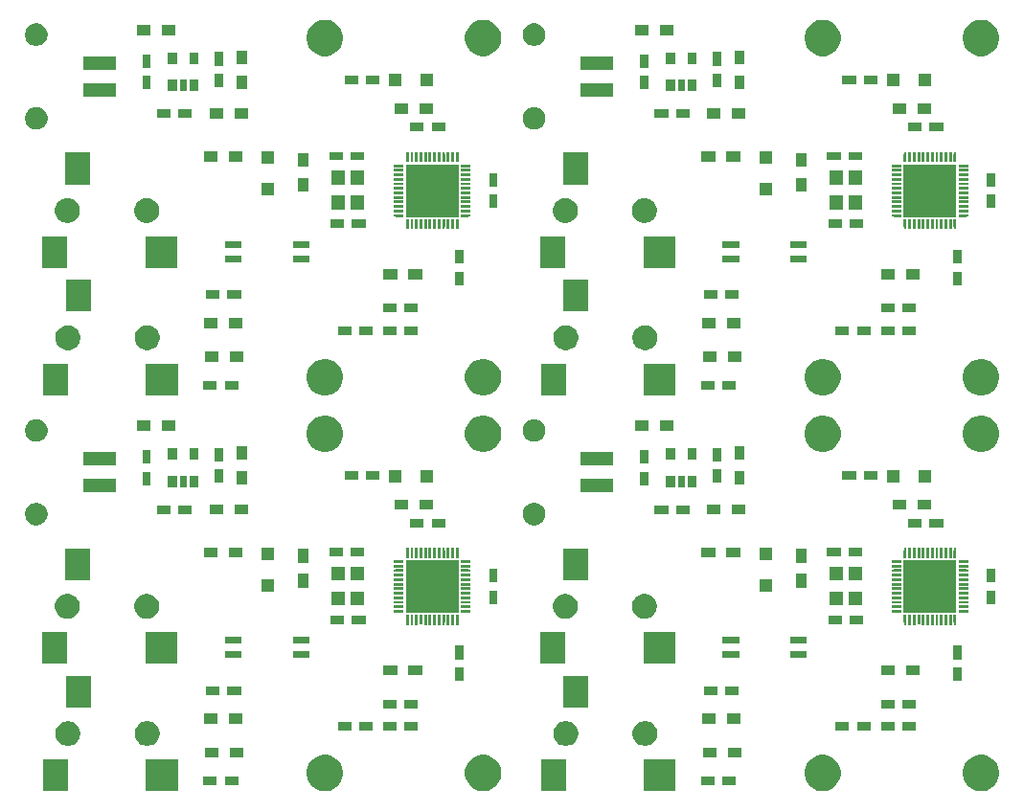
<source format=gts>
G04 #@! TF.GenerationSoftware,KiCad,Pcbnew,5.1.2*
G04 #@! TF.CreationDate,2019-07-04T09:21:13+09:00*
G04 #@! TF.ProjectId,SAM2695_yarou_menduke,53414d32-3639-4355-9f79-61726f755f6d,rev?*
G04 #@! TF.SameCoordinates,Original*
G04 #@! TF.FileFunction,Soldermask,Top*
G04 #@! TF.FilePolarity,Negative*
%FSLAX46Y46*%
G04 Gerber Fmt 4.6, Leading zero omitted, Abs format (unit mm)*
G04 Created by KiCad (PCBNEW 5.1.2) date 2019-07-04 09:21:13*
%MOMM*%
%LPD*%
G04 APERTURE LIST*
%ADD10C,0.100000*%
G04 APERTURE END LIST*
D10*
G36*
X180120000Y-98810000D02*
G01*
X179880000Y-98810000D01*
X179880000Y-98600000D01*
X180120000Y-98600000D01*
X180120000Y-98810000D01*
G37*
G36*
X180120000Y-63810000D02*
G01*
X179880000Y-63810000D01*
X179880000Y-63600000D01*
X180120000Y-63600000D01*
X180120000Y-63810000D01*
G37*
G36*
X136120000Y-98810000D02*
G01*
X135880000Y-98810000D01*
X135880000Y-98600000D01*
X136120000Y-98600000D01*
X136120000Y-98810000D01*
G37*
G36*
X175810000Y-103920000D02*
G01*
X175600000Y-103920000D01*
X175600000Y-103680000D01*
X175810000Y-103680000D01*
X175810000Y-103920000D01*
G37*
G36*
X175810000Y-68920000D02*
G01*
X175600000Y-68920000D01*
X175600000Y-68680000D01*
X175810000Y-68680000D01*
X175810000Y-68920000D01*
G37*
G36*
X131810000Y-103920000D02*
G01*
X131600000Y-103920000D01*
X131600000Y-103680000D01*
X131810000Y-103680000D01*
X131810000Y-103920000D01*
G37*
G36*
X175800000Y-101920000D02*
G01*
X175590000Y-101920000D01*
X175590000Y-101680000D01*
X175800000Y-101680000D01*
X175800000Y-101920000D01*
G37*
G36*
X175800000Y-66920000D02*
G01*
X175590000Y-66920000D01*
X175590000Y-66680000D01*
X175800000Y-66680000D01*
X175800000Y-66920000D01*
G37*
G36*
X131800000Y-101920000D02*
G01*
X131590000Y-101920000D01*
X131590000Y-101680000D01*
X131800000Y-101680000D01*
X131800000Y-101920000D01*
G37*
G36*
X182400000Y-100720000D02*
G01*
X182190000Y-100720000D01*
X182190000Y-100480000D01*
X182400000Y-100480000D01*
X182400000Y-100720000D01*
G37*
G36*
X182400000Y-65720000D02*
G01*
X182190000Y-65720000D01*
X182190000Y-65480000D01*
X182400000Y-65480000D01*
X182400000Y-65720000D01*
G37*
G36*
X138400000Y-100720000D02*
G01*
X138190000Y-100720000D01*
X138190000Y-100480000D01*
X138400000Y-100480000D01*
X138400000Y-100720000D01*
G37*
G36*
X181320000Y-105410000D02*
G01*
X181080000Y-105410000D01*
X181080000Y-105200000D01*
X181320000Y-105200000D01*
X181320000Y-105410000D01*
G37*
G36*
X181320000Y-70410000D02*
G01*
X181080000Y-70410000D01*
X181080000Y-70200000D01*
X181320000Y-70200000D01*
X181320000Y-70410000D01*
G37*
G36*
X137320000Y-105410000D02*
G01*
X137080000Y-105410000D01*
X137080000Y-105200000D01*
X137320000Y-105200000D01*
X137320000Y-105410000D01*
G37*
G36*
X175810000Y-99920000D02*
G01*
X175600000Y-99920000D01*
X175600000Y-99680000D01*
X175810000Y-99680000D01*
X175810000Y-99920000D01*
G37*
G36*
X175810000Y-64920000D02*
G01*
X175600000Y-64920000D01*
X175600000Y-64680000D01*
X175810000Y-64680000D01*
X175810000Y-64920000D01*
G37*
G36*
X131810000Y-99920000D02*
G01*
X131600000Y-99920000D01*
X131600000Y-99680000D01*
X131810000Y-99680000D01*
X131810000Y-99920000D01*
G37*
G36*
X180120000Y-105400000D02*
G01*
X179880000Y-105400000D01*
X179880000Y-105190000D01*
X180120000Y-105190000D01*
X180120000Y-105400000D01*
G37*
G36*
X180120000Y-70400000D02*
G01*
X179880000Y-70400000D01*
X179880000Y-70190000D01*
X180120000Y-70190000D01*
X180120000Y-70400000D01*
G37*
G36*
X136120000Y-105400000D02*
G01*
X135880000Y-105400000D01*
X135880000Y-105190000D01*
X136120000Y-105190000D01*
X136120000Y-105400000D01*
G37*
G36*
X182400000Y-101520000D02*
G01*
X182190000Y-101520000D01*
X182190000Y-101280000D01*
X182400000Y-101280000D01*
X182400000Y-101520000D01*
G37*
G36*
X182400000Y-66520000D02*
G01*
X182190000Y-66520000D01*
X182190000Y-66280000D01*
X182400000Y-66280000D01*
X182400000Y-66520000D01*
G37*
G36*
X138400000Y-101520000D02*
G01*
X138190000Y-101520000D01*
X138190000Y-101280000D01*
X138400000Y-101280000D01*
X138400000Y-101520000D01*
G37*
G36*
X175830000Y-104320000D02*
G01*
X175620000Y-104320000D01*
X175620000Y-104080000D01*
X175830000Y-104080000D01*
X175830000Y-104320000D01*
G37*
G36*
X175830000Y-69320000D02*
G01*
X175620000Y-69320000D01*
X175620000Y-69080000D01*
X175830000Y-69080000D01*
X175830000Y-69320000D01*
G37*
G36*
X131830000Y-104320000D02*
G01*
X131620000Y-104320000D01*
X131620000Y-104080000D01*
X131830000Y-104080000D01*
X131830000Y-104320000D01*
G37*
G36*
X179320000Y-98810000D02*
G01*
X179080000Y-98810000D01*
X179080000Y-98600000D01*
X179320000Y-98600000D01*
X179320000Y-98810000D01*
G37*
G36*
X179320000Y-63810000D02*
G01*
X179080000Y-63810000D01*
X179080000Y-63600000D01*
X179320000Y-63600000D01*
X179320000Y-63810000D01*
G37*
G36*
X135320000Y-98810000D02*
G01*
X135080000Y-98810000D01*
X135080000Y-98600000D01*
X135320000Y-98600000D01*
X135320000Y-98810000D01*
G37*
G36*
X175810000Y-103520000D02*
G01*
X175600000Y-103520000D01*
X175600000Y-103280000D01*
X175810000Y-103280000D01*
X175810000Y-103520000D01*
G37*
G36*
X175810000Y-68520000D02*
G01*
X175600000Y-68520000D01*
X175600000Y-68280000D01*
X175810000Y-68280000D01*
X175810000Y-68520000D01*
G37*
G36*
X131810000Y-103520000D02*
G01*
X131600000Y-103520000D01*
X131600000Y-103280000D01*
X131810000Y-103280000D01*
X131810000Y-103520000D01*
G37*
G36*
X176920000Y-105400000D02*
G01*
X176680000Y-105400000D01*
X176680000Y-105190000D01*
X176920000Y-105190000D01*
X176920000Y-105400000D01*
G37*
G36*
X176920000Y-70400000D02*
G01*
X176680000Y-70400000D01*
X176680000Y-70190000D01*
X176920000Y-70190000D01*
X176920000Y-70400000D01*
G37*
G36*
X132920000Y-105400000D02*
G01*
X132680000Y-105400000D01*
X132680000Y-105190000D01*
X132920000Y-105190000D01*
X132920000Y-105400000D01*
G37*
G36*
X177320000Y-105400000D02*
G01*
X177080000Y-105400000D01*
X177080000Y-105190000D01*
X177320000Y-105190000D01*
X177320000Y-105400000D01*
G37*
G36*
X177320000Y-70400000D02*
G01*
X177080000Y-70400000D01*
X177080000Y-70190000D01*
X177320000Y-70190000D01*
X177320000Y-70400000D01*
G37*
G36*
X133320000Y-105400000D02*
G01*
X133080000Y-105400000D01*
X133080000Y-105190000D01*
X133320000Y-105190000D01*
X133320000Y-105400000D01*
G37*
G36*
X178920000Y-98810000D02*
G01*
X178680000Y-98810000D01*
X178680000Y-98600000D01*
X178920000Y-98600000D01*
X178920000Y-98810000D01*
G37*
G36*
X178920000Y-63810000D02*
G01*
X178680000Y-63810000D01*
X178680000Y-63600000D01*
X178920000Y-63600000D01*
X178920000Y-63810000D01*
G37*
G36*
X134920000Y-98810000D02*
G01*
X134680000Y-98810000D01*
X134680000Y-98600000D01*
X134920000Y-98600000D01*
X134920000Y-98810000D01*
G37*
G36*
X179320000Y-105400000D02*
G01*
X179080000Y-105400000D01*
X179080000Y-105190000D01*
X179320000Y-105190000D01*
X179320000Y-105400000D01*
G37*
G36*
X179320000Y-70400000D02*
G01*
X179080000Y-70400000D01*
X179080000Y-70190000D01*
X179320000Y-70190000D01*
X179320000Y-70400000D01*
G37*
G36*
X135320000Y-105400000D02*
G01*
X135080000Y-105400000D01*
X135080000Y-105190000D01*
X135320000Y-105190000D01*
X135320000Y-105400000D01*
G37*
G36*
X180920000Y-105400000D02*
G01*
X180680000Y-105400000D01*
X180680000Y-105190000D01*
X180920000Y-105190000D01*
X180920000Y-105400000D01*
G37*
G36*
X180920000Y-70400000D02*
G01*
X180680000Y-70400000D01*
X180680000Y-70190000D01*
X180920000Y-70190000D01*
X180920000Y-70400000D01*
G37*
G36*
X136920000Y-105400000D02*
G01*
X136680000Y-105400000D01*
X136680000Y-105190000D01*
X136920000Y-105190000D01*
X136920000Y-105400000D01*
G37*
G36*
X182400000Y-101120000D02*
G01*
X182190000Y-101120000D01*
X182190000Y-100880000D01*
X182400000Y-100880000D01*
X182400000Y-101120000D01*
G37*
G36*
X182400000Y-66120000D02*
G01*
X182190000Y-66120000D01*
X182190000Y-65880000D01*
X182400000Y-65880000D01*
X182400000Y-66120000D01*
G37*
G36*
X138400000Y-101120000D02*
G01*
X138190000Y-101120000D01*
X138190000Y-100880000D01*
X138400000Y-100880000D01*
X138400000Y-101120000D01*
G37*
G36*
X179720000Y-105400000D02*
G01*
X179480000Y-105400000D01*
X179480000Y-105190000D01*
X179720000Y-105190000D01*
X179720000Y-105400000D01*
G37*
G36*
X179720000Y-70400000D02*
G01*
X179480000Y-70400000D01*
X179480000Y-70190000D01*
X179720000Y-70190000D01*
X179720000Y-70400000D01*
G37*
G36*
X135720000Y-105400000D02*
G01*
X135480000Y-105400000D01*
X135480000Y-105190000D01*
X135720000Y-105190000D01*
X135720000Y-105400000D01*
G37*
G36*
X175800000Y-102320000D02*
G01*
X175590000Y-102320000D01*
X175590000Y-102080000D01*
X175800000Y-102080000D01*
X175800000Y-102320000D01*
G37*
G36*
X175800000Y-67320000D02*
G01*
X175590000Y-67320000D01*
X175590000Y-67080000D01*
X175800000Y-67080000D01*
X175800000Y-67320000D01*
G37*
G36*
X131800000Y-102320000D02*
G01*
X131590000Y-102320000D01*
X131590000Y-102080000D01*
X131800000Y-102080000D01*
X131800000Y-102320000D01*
G37*
G36*
X175810000Y-101120000D02*
G01*
X175600000Y-101120000D01*
X175600000Y-100880000D01*
X175810000Y-100880000D01*
X175810000Y-101120000D01*
G37*
G36*
X175810000Y-66120000D02*
G01*
X175600000Y-66120000D01*
X175600000Y-65880000D01*
X175810000Y-65880000D01*
X175810000Y-66120000D01*
G37*
G36*
X131810000Y-101120000D02*
G01*
X131600000Y-101120000D01*
X131600000Y-100880000D01*
X131810000Y-100880000D01*
X131810000Y-101120000D01*
G37*
G36*
X176920000Y-98810000D02*
G01*
X176680000Y-98810000D01*
X176680000Y-98600000D01*
X176920000Y-98600000D01*
X176920000Y-98810000D01*
G37*
G36*
X176920000Y-63810000D02*
G01*
X176680000Y-63810000D01*
X176680000Y-63600000D01*
X176920000Y-63600000D01*
X176920000Y-63810000D01*
G37*
G36*
X132920000Y-98810000D02*
G01*
X132680000Y-98810000D01*
X132680000Y-98600000D01*
X132920000Y-98600000D01*
X132920000Y-98810000D01*
G37*
G36*
X177720000Y-98810000D02*
G01*
X177480000Y-98810000D01*
X177480000Y-98600000D01*
X177720000Y-98600000D01*
X177720000Y-98810000D01*
G37*
G36*
X177720000Y-63810000D02*
G01*
X177480000Y-63810000D01*
X177480000Y-63600000D01*
X177720000Y-63600000D01*
X177720000Y-63810000D01*
G37*
G36*
X133720000Y-98810000D02*
G01*
X133480000Y-98810000D01*
X133480000Y-98600000D01*
X133720000Y-98600000D01*
X133720000Y-98810000D01*
G37*
G36*
X177320000Y-98810000D02*
G01*
X177080000Y-98810000D01*
X177080000Y-98600000D01*
X177320000Y-98600000D01*
X177320000Y-98810000D01*
G37*
G36*
X177320000Y-63810000D02*
G01*
X177080000Y-63810000D01*
X177080000Y-63600000D01*
X177320000Y-63600000D01*
X177320000Y-63810000D01*
G37*
G36*
X133320000Y-98810000D02*
G01*
X133080000Y-98810000D01*
X133080000Y-98600000D01*
X133320000Y-98600000D01*
X133320000Y-98810000D01*
G37*
G36*
X181320000Y-98810000D02*
G01*
X181080000Y-98810000D01*
X181080000Y-98600000D01*
X181320000Y-98600000D01*
X181320000Y-98810000D01*
G37*
G36*
X181320000Y-63810000D02*
G01*
X181080000Y-63810000D01*
X181080000Y-63600000D01*
X181320000Y-63600000D01*
X181320000Y-63810000D01*
G37*
G36*
X137320000Y-98810000D02*
G01*
X137080000Y-98810000D01*
X137080000Y-98600000D01*
X137320000Y-98600000D01*
X137320000Y-98810000D01*
G37*
G36*
X182400000Y-100320000D02*
G01*
X182190000Y-100320000D01*
X182190000Y-100080000D01*
X182400000Y-100080000D01*
X182400000Y-100320000D01*
G37*
G36*
X182400000Y-65320000D02*
G01*
X182190000Y-65320000D01*
X182190000Y-65080000D01*
X182400000Y-65080000D01*
X182400000Y-65320000D01*
G37*
G36*
X138400000Y-100320000D02*
G01*
X138190000Y-100320000D01*
X138190000Y-100080000D01*
X138400000Y-100080000D01*
X138400000Y-100320000D01*
G37*
G36*
X175800000Y-101520000D02*
G01*
X175590000Y-101520000D01*
X175590000Y-101280000D01*
X175800000Y-101280000D01*
X175800000Y-101520000D01*
G37*
G36*
X175800000Y-66520000D02*
G01*
X175590000Y-66520000D01*
X175590000Y-66280000D01*
X175800000Y-66280000D01*
X175800000Y-66520000D01*
G37*
G36*
X131800000Y-101520000D02*
G01*
X131590000Y-101520000D01*
X131590000Y-101280000D01*
X131800000Y-101280000D01*
X131800000Y-101520000D01*
G37*
G36*
X175820000Y-102720000D02*
G01*
X175610000Y-102720000D01*
X175610000Y-102480000D01*
X175820000Y-102480000D01*
X175820000Y-102720000D01*
G37*
G36*
X175820000Y-67720000D02*
G01*
X175610000Y-67720000D01*
X175610000Y-67480000D01*
X175820000Y-67480000D01*
X175820000Y-67720000D01*
G37*
G36*
X131820000Y-102720000D02*
G01*
X131610000Y-102720000D01*
X131610000Y-102480000D01*
X131820000Y-102480000D01*
X131820000Y-102720000D01*
G37*
G36*
X178120000Y-98810000D02*
G01*
X177880000Y-98810000D01*
X177880000Y-98600000D01*
X178120000Y-98600000D01*
X178120000Y-98810000D01*
G37*
G36*
X178120000Y-63810000D02*
G01*
X177880000Y-63810000D01*
X177880000Y-63600000D01*
X178120000Y-63600000D01*
X178120000Y-63810000D01*
G37*
G36*
X134120000Y-98810000D02*
G01*
X133880000Y-98810000D01*
X133880000Y-98600000D01*
X134120000Y-98600000D01*
X134120000Y-98810000D01*
G37*
G36*
X178520000Y-105400000D02*
G01*
X178280000Y-105400000D01*
X178280000Y-105190000D01*
X178520000Y-105190000D01*
X178520000Y-105400000D01*
G37*
G36*
X178520000Y-70400000D02*
G01*
X178280000Y-70400000D01*
X178280000Y-70190000D01*
X178520000Y-70190000D01*
X178520000Y-70400000D01*
G37*
G36*
X134520000Y-105400000D02*
G01*
X134280000Y-105400000D01*
X134280000Y-105190000D01*
X134520000Y-105190000D01*
X134520000Y-105400000D01*
G37*
G36*
X178520000Y-98800000D02*
G01*
X178280000Y-98800000D01*
X178280000Y-98590000D01*
X178520000Y-98590000D01*
X178520000Y-98800000D01*
G37*
G36*
X178520000Y-63800000D02*
G01*
X178280000Y-63800000D01*
X178280000Y-63590000D01*
X178520000Y-63590000D01*
X178520000Y-63800000D01*
G37*
G36*
X134520000Y-98800000D02*
G01*
X134280000Y-98800000D01*
X134280000Y-98590000D01*
X134520000Y-98590000D01*
X134520000Y-98800000D01*
G37*
G36*
X175800000Y-100320000D02*
G01*
X175590000Y-100320000D01*
X175590000Y-100080000D01*
X175800000Y-100080000D01*
X175800000Y-100320000D01*
G37*
G36*
X175800000Y-65320000D02*
G01*
X175590000Y-65320000D01*
X175590000Y-65080000D01*
X175800000Y-65080000D01*
X175800000Y-65320000D01*
G37*
G36*
X131800000Y-100320000D02*
G01*
X131590000Y-100320000D01*
X131590000Y-100080000D01*
X131800000Y-100080000D01*
X131800000Y-100320000D01*
G37*
G36*
X175810000Y-100720000D02*
G01*
X175600000Y-100720000D01*
X175600000Y-100480000D01*
X175810000Y-100480000D01*
X175810000Y-100720000D01*
G37*
G36*
X175810000Y-65720000D02*
G01*
X175600000Y-65720000D01*
X175600000Y-65480000D01*
X175810000Y-65480000D01*
X175810000Y-65720000D01*
G37*
G36*
X131810000Y-100720000D02*
G01*
X131600000Y-100720000D01*
X131600000Y-100480000D01*
X131810000Y-100480000D01*
X131810000Y-100720000D01*
G37*
G36*
X180520000Y-105400000D02*
G01*
X180280000Y-105400000D01*
X180280000Y-105190000D01*
X180520000Y-105190000D01*
X180520000Y-105400000D01*
G37*
G36*
X180520000Y-70400000D02*
G01*
X180280000Y-70400000D01*
X180280000Y-70190000D01*
X180520000Y-70190000D01*
X180520000Y-70400000D01*
G37*
G36*
X136520000Y-105400000D02*
G01*
X136280000Y-105400000D01*
X136280000Y-105190000D01*
X136520000Y-105190000D01*
X136520000Y-105400000D01*
G37*
G36*
X175820000Y-103120000D02*
G01*
X175610000Y-103120000D01*
X175610000Y-102880000D01*
X175820000Y-102880000D01*
X175820000Y-103120000D01*
G37*
G36*
X175820000Y-68120000D02*
G01*
X175610000Y-68120000D01*
X175610000Y-67880000D01*
X175820000Y-67880000D01*
X175820000Y-68120000D01*
G37*
G36*
X131820000Y-103120000D02*
G01*
X131610000Y-103120000D01*
X131610000Y-102880000D01*
X131820000Y-102880000D01*
X131820000Y-103120000D01*
G37*
G36*
X178920000Y-105400000D02*
G01*
X178680000Y-105400000D01*
X178680000Y-105190000D01*
X178920000Y-105190000D01*
X178920000Y-105400000D01*
G37*
G36*
X178920000Y-70400000D02*
G01*
X178680000Y-70400000D01*
X178680000Y-70190000D01*
X178920000Y-70190000D01*
X178920000Y-70400000D01*
G37*
G36*
X134920000Y-105400000D02*
G01*
X134680000Y-105400000D01*
X134680000Y-105190000D01*
X134920000Y-105190000D01*
X134920000Y-105400000D01*
G37*
G36*
X177720000Y-105400000D02*
G01*
X177480000Y-105400000D01*
X177480000Y-105190000D01*
X177720000Y-105190000D01*
X177720000Y-105400000D01*
G37*
G36*
X177720000Y-70400000D02*
G01*
X177480000Y-70400000D01*
X177480000Y-70190000D01*
X177720000Y-70190000D01*
X177720000Y-70400000D01*
G37*
G36*
X133720000Y-105400000D02*
G01*
X133480000Y-105400000D01*
X133480000Y-105190000D01*
X133720000Y-105190000D01*
X133720000Y-105400000D01*
G37*
G36*
X182400000Y-99920000D02*
G01*
X182190000Y-99920000D01*
X182190000Y-99680000D01*
X182400000Y-99680000D01*
X182400000Y-99920000D01*
G37*
G36*
X182400000Y-64920000D02*
G01*
X182190000Y-64920000D01*
X182190000Y-64680000D01*
X182400000Y-64680000D01*
X182400000Y-64920000D01*
G37*
G36*
X138400000Y-99920000D02*
G01*
X138190000Y-99920000D01*
X138190000Y-99680000D01*
X138400000Y-99680000D01*
X138400000Y-99920000D01*
G37*
G36*
X180520000Y-98810000D02*
G01*
X180280000Y-98810000D01*
X180280000Y-98600000D01*
X180520000Y-98600000D01*
X180520000Y-98810000D01*
G37*
G36*
X180520000Y-63810000D02*
G01*
X180280000Y-63810000D01*
X180280000Y-63600000D01*
X180520000Y-63600000D01*
X180520000Y-63810000D01*
G37*
G36*
X136520000Y-98810000D02*
G01*
X136280000Y-98810000D01*
X136280000Y-98600000D01*
X136520000Y-98600000D01*
X136520000Y-98810000D01*
G37*
G36*
X180920000Y-98810000D02*
G01*
X180680000Y-98810000D01*
X180680000Y-98600000D01*
X180920000Y-98600000D01*
X180920000Y-98810000D01*
G37*
G36*
X180920000Y-63810000D02*
G01*
X180680000Y-63810000D01*
X180680000Y-63600000D01*
X180920000Y-63600000D01*
X180920000Y-63810000D01*
G37*
G36*
X136920000Y-98810000D02*
G01*
X136680000Y-98810000D01*
X136680000Y-98600000D01*
X136920000Y-98600000D01*
X136920000Y-98810000D01*
G37*
G36*
X179720000Y-98810000D02*
G01*
X179480000Y-98810000D01*
X179480000Y-98600000D01*
X179720000Y-98600000D01*
X179720000Y-98810000D01*
G37*
G36*
X179720000Y-63810000D02*
G01*
X179480000Y-63810000D01*
X179480000Y-63600000D01*
X179720000Y-63600000D01*
X179720000Y-63810000D01*
G37*
G36*
X135720000Y-98810000D02*
G01*
X135480000Y-98810000D01*
X135480000Y-98600000D01*
X135720000Y-98600000D01*
X135720000Y-98810000D01*
G37*
G36*
X178120000Y-105390000D02*
G01*
X177880000Y-105390000D01*
X177880000Y-105180000D01*
X178120000Y-105180000D01*
X178120000Y-105390000D01*
G37*
G36*
X178120000Y-70390000D02*
G01*
X177880000Y-70390000D01*
X177880000Y-70180000D01*
X178120000Y-70180000D01*
X178120000Y-70390000D01*
G37*
G36*
X134120000Y-105390000D02*
G01*
X133880000Y-105390000D01*
X133880000Y-105180000D01*
X134120000Y-105180000D01*
X134120000Y-105390000D01*
G37*
G36*
X182400000Y-104320000D02*
G01*
X182190000Y-104320000D01*
X182190000Y-104080000D01*
X182400000Y-104080000D01*
X182400000Y-104320000D01*
G37*
G36*
X182400000Y-69320000D02*
G01*
X182190000Y-69320000D01*
X182190000Y-69080000D01*
X182400000Y-69080000D01*
X182400000Y-69320000D01*
G37*
G36*
X138400000Y-104320000D02*
G01*
X138190000Y-104320000D01*
X138190000Y-104080000D01*
X138400000Y-104080000D01*
X138400000Y-104320000D01*
G37*
G36*
X182400000Y-103920000D02*
G01*
X182190000Y-103920000D01*
X182190000Y-103680000D01*
X182400000Y-103680000D01*
X182400000Y-103920000D01*
G37*
G36*
X182400000Y-68920000D02*
G01*
X182190000Y-68920000D01*
X182190000Y-68680000D01*
X182400000Y-68680000D01*
X182400000Y-68920000D01*
G37*
G36*
X138400000Y-103920000D02*
G01*
X138190000Y-103920000D01*
X138190000Y-103680000D01*
X138400000Y-103680000D01*
X138400000Y-103920000D01*
G37*
G36*
X182400000Y-103520000D02*
G01*
X182190000Y-103520000D01*
X182190000Y-103280000D01*
X182400000Y-103280000D01*
X182400000Y-103520000D01*
G37*
G36*
X182400000Y-68520000D02*
G01*
X182190000Y-68520000D01*
X182190000Y-68280000D01*
X182400000Y-68280000D01*
X182400000Y-68520000D01*
G37*
G36*
X138400000Y-103520000D02*
G01*
X138190000Y-103520000D01*
X138190000Y-103280000D01*
X138400000Y-103280000D01*
X138400000Y-103520000D01*
G37*
G36*
X182400000Y-102720000D02*
G01*
X182190000Y-102720000D01*
X182190000Y-102480000D01*
X182400000Y-102480000D01*
X182400000Y-102720000D01*
G37*
G36*
X182400000Y-67720000D02*
G01*
X182190000Y-67720000D01*
X182190000Y-67480000D01*
X182400000Y-67480000D01*
X182400000Y-67720000D01*
G37*
G36*
X138400000Y-102720000D02*
G01*
X138190000Y-102720000D01*
X138190000Y-102480000D01*
X138400000Y-102480000D01*
X138400000Y-102720000D01*
G37*
G36*
X182400000Y-103120000D02*
G01*
X182190000Y-103120000D01*
X182190000Y-102880000D01*
X182400000Y-102880000D01*
X182400000Y-103120000D01*
G37*
G36*
X182400000Y-68120000D02*
G01*
X182190000Y-68120000D01*
X182190000Y-67880000D01*
X182400000Y-67880000D01*
X182400000Y-68120000D01*
G37*
G36*
X138400000Y-103120000D02*
G01*
X138190000Y-103120000D01*
X138190000Y-102880000D01*
X138400000Y-102880000D01*
X138400000Y-103120000D01*
G37*
G36*
X182400000Y-101920000D02*
G01*
X182190000Y-101920000D01*
X182190000Y-101680000D01*
X182400000Y-101680000D01*
X182400000Y-101920000D01*
G37*
G36*
X182400000Y-66920000D02*
G01*
X182190000Y-66920000D01*
X182190000Y-66680000D01*
X182400000Y-66680000D01*
X182400000Y-66920000D01*
G37*
G36*
X138400000Y-101920000D02*
G01*
X138190000Y-101920000D01*
X138190000Y-101680000D01*
X138400000Y-101680000D01*
X138400000Y-101920000D01*
G37*
G36*
X182400000Y-102320000D02*
G01*
X182190000Y-102320000D01*
X182190000Y-102080000D01*
X182400000Y-102080000D01*
X182400000Y-102320000D01*
G37*
G36*
X182400000Y-67320000D02*
G01*
X182190000Y-67320000D01*
X182190000Y-67080000D01*
X182400000Y-67080000D01*
X182400000Y-67320000D01*
G37*
G36*
X138400000Y-102320000D02*
G01*
X138190000Y-102320000D01*
X138190000Y-102080000D01*
X138400000Y-102080000D01*
X138400000Y-102320000D01*
G37*
G36*
X138400000Y-69320000D02*
G01*
X138190000Y-69320000D01*
X138190000Y-69080000D01*
X138400000Y-69080000D01*
X138400000Y-69320000D01*
G37*
G36*
X138400000Y-68920000D02*
G01*
X138190000Y-68920000D01*
X138190000Y-68680000D01*
X138400000Y-68680000D01*
X138400000Y-68920000D01*
G37*
G36*
X138400000Y-68520000D02*
G01*
X138190000Y-68520000D01*
X138190000Y-68280000D01*
X138400000Y-68280000D01*
X138400000Y-68520000D01*
G37*
G36*
X138400000Y-68120000D02*
G01*
X138190000Y-68120000D01*
X138190000Y-67880000D01*
X138400000Y-67880000D01*
X138400000Y-68120000D01*
G37*
G36*
X138400000Y-67720000D02*
G01*
X138190000Y-67720000D01*
X138190000Y-67480000D01*
X138400000Y-67480000D01*
X138400000Y-67720000D01*
G37*
G36*
X138400000Y-67320000D02*
G01*
X138190000Y-67320000D01*
X138190000Y-67080000D01*
X138400000Y-67080000D01*
X138400000Y-67320000D01*
G37*
G36*
X138400000Y-66920000D02*
G01*
X138190000Y-66920000D01*
X138190000Y-66680000D01*
X138400000Y-66680000D01*
X138400000Y-66920000D01*
G37*
G36*
X138400000Y-66520000D02*
G01*
X138190000Y-66520000D01*
X138190000Y-66280000D01*
X138400000Y-66280000D01*
X138400000Y-66520000D01*
G37*
G36*
X138400000Y-66120000D02*
G01*
X138190000Y-66120000D01*
X138190000Y-65880000D01*
X138400000Y-65880000D01*
X138400000Y-66120000D01*
G37*
G36*
X138400000Y-65720000D02*
G01*
X138190000Y-65720000D01*
X138190000Y-65480000D01*
X138400000Y-65480000D01*
X138400000Y-65720000D01*
G37*
G36*
X138400000Y-65320000D02*
G01*
X138190000Y-65320000D01*
X138190000Y-65080000D01*
X138400000Y-65080000D01*
X138400000Y-65320000D01*
G37*
G36*
X138400000Y-64920000D02*
G01*
X138190000Y-64920000D01*
X138190000Y-64680000D01*
X138400000Y-64680000D01*
X138400000Y-64920000D01*
G37*
G36*
X131830000Y-69320000D02*
G01*
X131620000Y-69320000D01*
X131620000Y-69080000D01*
X131830000Y-69080000D01*
X131830000Y-69320000D01*
G37*
G36*
X131810000Y-68920000D02*
G01*
X131600000Y-68920000D01*
X131600000Y-68680000D01*
X131810000Y-68680000D01*
X131810000Y-68920000D01*
G37*
G36*
X131810000Y-68520000D02*
G01*
X131600000Y-68520000D01*
X131600000Y-68280000D01*
X131810000Y-68280000D01*
X131810000Y-68520000D01*
G37*
G36*
X131820000Y-68120000D02*
G01*
X131610000Y-68120000D01*
X131610000Y-67880000D01*
X131820000Y-67880000D01*
X131820000Y-68120000D01*
G37*
G36*
X131820000Y-67720000D02*
G01*
X131610000Y-67720000D01*
X131610000Y-67480000D01*
X131820000Y-67480000D01*
X131820000Y-67720000D01*
G37*
G36*
X131800000Y-67320000D02*
G01*
X131590000Y-67320000D01*
X131590000Y-67080000D01*
X131800000Y-67080000D01*
X131800000Y-67320000D01*
G37*
G36*
X131800000Y-66920000D02*
G01*
X131590000Y-66920000D01*
X131590000Y-66680000D01*
X131800000Y-66680000D01*
X131800000Y-66920000D01*
G37*
G36*
X131800000Y-66520000D02*
G01*
X131590000Y-66520000D01*
X131590000Y-66280000D01*
X131800000Y-66280000D01*
X131800000Y-66520000D01*
G37*
G36*
X131810000Y-66120000D02*
G01*
X131600000Y-66120000D01*
X131600000Y-65880000D01*
X131810000Y-65880000D01*
X131810000Y-66120000D01*
G37*
G36*
X131810000Y-65720000D02*
G01*
X131600000Y-65720000D01*
X131600000Y-65480000D01*
X131810000Y-65480000D01*
X131810000Y-65720000D01*
G37*
G36*
X131800000Y-65320000D02*
G01*
X131590000Y-65320000D01*
X131590000Y-65080000D01*
X131800000Y-65080000D01*
X131800000Y-65320000D01*
G37*
G36*
X131810000Y-64920000D02*
G01*
X131600000Y-64920000D01*
X131600000Y-64680000D01*
X131810000Y-64680000D01*
X131810000Y-64920000D01*
G37*
G36*
X137320000Y-63810000D02*
G01*
X137080000Y-63810000D01*
X137080000Y-63600000D01*
X137320000Y-63600000D01*
X137320000Y-63810000D01*
G37*
G36*
X136920000Y-63810000D02*
G01*
X136680000Y-63810000D01*
X136680000Y-63600000D01*
X136920000Y-63600000D01*
X136920000Y-63810000D01*
G37*
G36*
X136520000Y-63810000D02*
G01*
X136280000Y-63810000D01*
X136280000Y-63600000D01*
X136520000Y-63600000D01*
X136520000Y-63810000D01*
G37*
G36*
X136120000Y-63810000D02*
G01*
X135880000Y-63810000D01*
X135880000Y-63600000D01*
X136120000Y-63600000D01*
X136120000Y-63810000D01*
G37*
G36*
X135720000Y-63810000D02*
G01*
X135480000Y-63810000D01*
X135480000Y-63600000D01*
X135720000Y-63600000D01*
X135720000Y-63810000D01*
G37*
G36*
X135320000Y-63810000D02*
G01*
X135080000Y-63810000D01*
X135080000Y-63600000D01*
X135320000Y-63600000D01*
X135320000Y-63810000D01*
G37*
G36*
X134920000Y-63810000D02*
G01*
X134680000Y-63810000D01*
X134680000Y-63600000D01*
X134920000Y-63600000D01*
X134920000Y-63810000D01*
G37*
G36*
X134520000Y-63800000D02*
G01*
X134280000Y-63800000D01*
X134280000Y-63590000D01*
X134520000Y-63590000D01*
X134520000Y-63800000D01*
G37*
G36*
X134120000Y-63810000D02*
G01*
X133880000Y-63810000D01*
X133880000Y-63600000D01*
X134120000Y-63600000D01*
X134120000Y-63810000D01*
G37*
G36*
X133720000Y-63810000D02*
G01*
X133480000Y-63810000D01*
X133480000Y-63600000D01*
X133720000Y-63600000D01*
X133720000Y-63810000D01*
G37*
G36*
X133320000Y-63810000D02*
G01*
X133080000Y-63810000D01*
X133080000Y-63600000D01*
X133320000Y-63600000D01*
X133320000Y-63810000D01*
G37*
G36*
X132920000Y-63810000D02*
G01*
X132680000Y-63810000D01*
X132680000Y-63600000D01*
X132920000Y-63600000D01*
X132920000Y-63810000D01*
G37*
G36*
X137320000Y-70410000D02*
G01*
X137080000Y-70410000D01*
X137080000Y-70200000D01*
X137320000Y-70200000D01*
X137320000Y-70410000D01*
G37*
G36*
X136920000Y-70400000D02*
G01*
X136680000Y-70400000D01*
X136680000Y-70190000D01*
X136920000Y-70190000D01*
X136920000Y-70400000D01*
G37*
G36*
X136520000Y-70400000D02*
G01*
X136280000Y-70400000D01*
X136280000Y-70190000D01*
X136520000Y-70190000D01*
X136520000Y-70400000D01*
G37*
G36*
X136120000Y-70400000D02*
G01*
X135880000Y-70400000D01*
X135880000Y-70190000D01*
X136120000Y-70190000D01*
X136120000Y-70400000D01*
G37*
G36*
X135720000Y-70400000D02*
G01*
X135480000Y-70400000D01*
X135480000Y-70190000D01*
X135720000Y-70190000D01*
X135720000Y-70400000D01*
G37*
G36*
X135320000Y-70400000D02*
G01*
X135080000Y-70400000D01*
X135080000Y-70190000D01*
X135320000Y-70190000D01*
X135320000Y-70400000D01*
G37*
G36*
X134920000Y-70400000D02*
G01*
X134680000Y-70400000D01*
X134680000Y-70190000D01*
X134920000Y-70190000D01*
X134920000Y-70400000D01*
G37*
G36*
X134520000Y-70400000D02*
G01*
X134280000Y-70400000D01*
X134280000Y-70190000D01*
X134520000Y-70190000D01*
X134520000Y-70400000D01*
G37*
G36*
X134120000Y-70390000D02*
G01*
X133880000Y-70390000D01*
X133880000Y-70180000D01*
X134120000Y-70180000D01*
X134120000Y-70390000D01*
G37*
G36*
X133720000Y-70400000D02*
G01*
X133480000Y-70400000D01*
X133480000Y-70190000D01*
X133720000Y-70190000D01*
X133720000Y-70400000D01*
G37*
G36*
X133320000Y-70400000D02*
G01*
X133080000Y-70400000D01*
X133080000Y-70190000D01*
X133320000Y-70190000D01*
X133320000Y-70400000D01*
G37*
G36*
X132920000Y-70400000D02*
G01*
X132680000Y-70400000D01*
X132680000Y-70190000D01*
X132920000Y-70190000D01*
X132920000Y-70400000D01*
G37*
G36*
X183966733Y-116961391D02*
G01*
X184257931Y-117082010D01*
X184520004Y-117257121D01*
X184742879Y-117479996D01*
X184917990Y-117742069D01*
X185038609Y-118033268D01*
X185100100Y-118342404D01*
X185100100Y-118657596D01*
X185038609Y-118966732D01*
X184917990Y-119257931D01*
X184742879Y-119520004D01*
X184520004Y-119742879D01*
X184257931Y-119917990D01*
X183966733Y-120038609D01*
X183657596Y-120100100D01*
X183342404Y-120100100D01*
X183033267Y-120038609D01*
X182742069Y-119917990D01*
X182479996Y-119742879D01*
X182257121Y-119520004D01*
X182082010Y-119257931D01*
X181961391Y-118966732D01*
X181899900Y-118657596D01*
X181899900Y-118342404D01*
X181961391Y-118033268D01*
X182082010Y-117742069D01*
X182257121Y-117479996D01*
X182479996Y-117257121D01*
X182742069Y-117082010D01*
X183033267Y-116961391D01*
X183342404Y-116899900D01*
X183657596Y-116899900D01*
X183966733Y-116961391D01*
X183966733Y-116961391D01*
G37*
G36*
X146800100Y-120100100D02*
G01*
X144599900Y-120100100D01*
X144599900Y-117299900D01*
X146800100Y-117299900D01*
X146800100Y-120100100D01*
X146800100Y-120100100D01*
G37*
G36*
X156500100Y-120100100D02*
G01*
X153699900Y-120100100D01*
X153699900Y-117299900D01*
X156500100Y-117299900D01*
X156500100Y-120100100D01*
X156500100Y-120100100D01*
G37*
G36*
X102800100Y-120100100D02*
G01*
X100599900Y-120100100D01*
X100599900Y-117299900D01*
X102800100Y-117299900D01*
X102800100Y-120100100D01*
X102800100Y-120100100D01*
G37*
G36*
X112500100Y-120100100D02*
G01*
X109699900Y-120100100D01*
X109699900Y-117299900D01*
X112500100Y-117299900D01*
X112500100Y-120100100D01*
X112500100Y-120100100D01*
G37*
G36*
X169966733Y-116961391D02*
G01*
X170257931Y-117082010D01*
X170520004Y-117257121D01*
X170742879Y-117479996D01*
X170917990Y-117742069D01*
X171038609Y-118033268D01*
X171100100Y-118342404D01*
X171100100Y-118657596D01*
X171038609Y-118966732D01*
X170917990Y-119257931D01*
X170742879Y-119520004D01*
X170520004Y-119742879D01*
X170257931Y-119917990D01*
X169966733Y-120038609D01*
X169657596Y-120100100D01*
X169342404Y-120100100D01*
X169033267Y-120038609D01*
X168742069Y-119917990D01*
X168479996Y-119742879D01*
X168257121Y-119520004D01*
X168082010Y-119257931D01*
X167961391Y-118966732D01*
X167899900Y-118657596D01*
X167899900Y-118342404D01*
X167961391Y-118033268D01*
X168082010Y-117742069D01*
X168257121Y-117479996D01*
X168479996Y-117257121D01*
X168742069Y-117082010D01*
X169033267Y-116961391D01*
X169342404Y-116899900D01*
X169657596Y-116899900D01*
X169966733Y-116961391D01*
X169966733Y-116961391D01*
G37*
G36*
X125966733Y-116961391D02*
G01*
X126257931Y-117082010D01*
X126520004Y-117257121D01*
X126742879Y-117479996D01*
X126917990Y-117742069D01*
X127038609Y-118033268D01*
X127100100Y-118342404D01*
X127100100Y-118657596D01*
X127038609Y-118966732D01*
X126917990Y-119257931D01*
X126742879Y-119520004D01*
X126520004Y-119742879D01*
X126257931Y-119917990D01*
X125966733Y-120038609D01*
X125657596Y-120100100D01*
X125342404Y-120100100D01*
X125033267Y-120038609D01*
X124742069Y-119917990D01*
X124479996Y-119742879D01*
X124257121Y-119520004D01*
X124082010Y-119257931D01*
X123961391Y-118966732D01*
X123899900Y-118657596D01*
X123899900Y-118342404D01*
X123961391Y-118033268D01*
X124082010Y-117742069D01*
X124257121Y-117479996D01*
X124479996Y-117257121D01*
X124742069Y-117082010D01*
X125033267Y-116961391D01*
X125342404Y-116899900D01*
X125657596Y-116899900D01*
X125966733Y-116961391D01*
X125966733Y-116961391D01*
G37*
G36*
X139966733Y-116961391D02*
G01*
X140257931Y-117082010D01*
X140520004Y-117257121D01*
X140742879Y-117479996D01*
X140917990Y-117742069D01*
X141038609Y-118033268D01*
X141100100Y-118342404D01*
X141100100Y-118657596D01*
X141038609Y-118966732D01*
X140917990Y-119257931D01*
X140742879Y-119520004D01*
X140520004Y-119742879D01*
X140257931Y-119917990D01*
X139966733Y-120038609D01*
X139657596Y-120100100D01*
X139342404Y-120100100D01*
X139033267Y-120038609D01*
X138742069Y-119917990D01*
X138479996Y-119742879D01*
X138257121Y-119520004D01*
X138082010Y-119257931D01*
X137961391Y-118966732D01*
X137899900Y-118657596D01*
X137899900Y-118342404D01*
X137961391Y-118033268D01*
X138082010Y-117742069D01*
X138257121Y-117479996D01*
X138479996Y-117257121D01*
X138742069Y-117082010D01*
X139033267Y-116961391D01*
X139342404Y-116899900D01*
X139657596Y-116899900D01*
X139966733Y-116961391D01*
X139966733Y-116961391D01*
G37*
G36*
X159950100Y-119575100D02*
G01*
X158749900Y-119575100D01*
X158749900Y-118824900D01*
X159950100Y-118824900D01*
X159950100Y-119575100D01*
X159950100Y-119575100D01*
G37*
G36*
X161850100Y-119575100D02*
G01*
X160649900Y-119575100D01*
X160649900Y-118824900D01*
X161850100Y-118824900D01*
X161850100Y-119575100D01*
X161850100Y-119575100D01*
G37*
G36*
X117850100Y-119575100D02*
G01*
X116649900Y-119575100D01*
X116649900Y-118824900D01*
X117850100Y-118824900D01*
X117850100Y-119575100D01*
X117850100Y-119575100D01*
G37*
G36*
X115950100Y-119575100D02*
G01*
X114749900Y-119575100D01*
X114749900Y-118824900D01*
X115950100Y-118824900D01*
X115950100Y-119575100D01*
X115950100Y-119575100D01*
G37*
G36*
X116100100Y-117150100D02*
G01*
X114899900Y-117150100D01*
X114899900Y-116249900D01*
X116100100Y-116249900D01*
X116100100Y-117150100D01*
X116100100Y-117150100D01*
G37*
G36*
X162300100Y-117150100D02*
G01*
X161099900Y-117150100D01*
X161099900Y-116249900D01*
X162300100Y-116249900D01*
X162300100Y-117150100D01*
X162300100Y-117150100D01*
G37*
G36*
X160100100Y-117150100D02*
G01*
X158899900Y-117150100D01*
X158899900Y-116249900D01*
X160100100Y-116249900D01*
X160100100Y-117150100D01*
X160100100Y-117150100D01*
G37*
G36*
X118300100Y-117150100D02*
G01*
X117099900Y-117150100D01*
X117099900Y-116249900D01*
X118300100Y-116249900D01*
X118300100Y-117150100D01*
X118300100Y-117150100D01*
G37*
G36*
X147120889Y-113942176D02*
G01*
X147254358Y-113997461D01*
X147321093Y-114025104D01*
X147501273Y-114145496D01*
X147654504Y-114298727D01*
X147774896Y-114478907D01*
X147774896Y-114478908D01*
X147857824Y-114679111D01*
X147900100Y-114891650D01*
X147900100Y-115108350D01*
X147857824Y-115320889D01*
X147802539Y-115454358D01*
X147774896Y-115521093D01*
X147654504Y-115701273D01*
X147501273Y-115854504D01*
X147321093Y-115974896D01*
X147254358Y-116002539D01*
X147120889Y-116057824D01*
X146908350Y-116100100D01*
X146691650Y-116100100D01*
X146479111Y-116057824D01*
X146345642Y-116002539D01*
X146278907Y-115974896D01*
X146098727Y-115854504D01*
X145945496Y-115701273D01*
X145825104Y-115521093D01*
X145797461Y-115454358D01*
X145742176Y-115320889D01*
X145699900Y-115108350D01*
X145699900Y-114891650D01*
X145742176Y-114679111D01*
X145825104Y-114478908D01*
X145825104Y-114478907D01*
X145945496Y-114298727D01*
X146098727Y-114145496D01*
X146278907Y-114025104D01*
X146345642Y-113997461D01*
X146479111Y-113942176D01*
X146691650Y-113899900D01*
X146908350Y-113899900D01*
X147120889Y-113942176D01*
X147120889Y-113942176D01*
G37*
G36*
X110120889Y-113942176D02*
G01*
X110254358Y-113997461D01*
X110321093Y-114025104D01*
X110501273Y-114145496D01*
X110654504Y-114298727D01*
X110774896Y-114478907D01*
X110774896Y-114478908D01*
X110857824Y-114679111D01*
X110900100Y-114891650D01*
X110900100Y-115108350D01*
X110857824Y-115320889D01*
X110802539Y-115454358D01*
X110774896Y-115521093D01*
X110654504Y-115701273D01*
X110501273Y-115854504D01*
X110321093Y-115974896D01*
X110254358Y-116002539D01*
X110120889Y-116057824D01*
X109908350Y-116100100D01*
X109691650Y-116100100D01*
X109479111Y-116057824D01*
X109345642Y-116002539D01*
X109278907Y-115974896D01*
X109098727Y-115854504D01*
X108945496Y-115701273D01*
X108825104Y-115521093D01*
X108797461Y-115454358D01*
X108742176Y-115320889D01*
X108699900Y-115108350D01*
X108699900Y-114891650D01*
X108742176Y-114679111D01*
X108825104Y-114478908D01*
X108825104Y-114478907D01*
X108945496Y-114298727D01*
X109098727Y-114145496D01*
X109278907Y-114025104D01*
X109345642Y-113997461D01*
X109479111Y-113942176D01*
X109691650Y-113899900D01*
X109908350Y-113899900D01*
X110120889Y-113942176D01*
X110120889Y-113942176D01*
G37*
G36*
X103120889Y-113942176D02*
G01*
X103254358Y-113997461D01*
X103321093Y-114025104D01*
X103501273Y-114145496D01*
X103654504Y-114298727D01*
X103774896Y-114478907D01*
X103774896Y-114478908D01*
X103857824Y-114679111D01*
X103900100Y-114891650D01*
X103900100Y-115108350D01*
X103857824Y-115320889D01*
X103802539Y-115454358D01*
X103774896Y-115521093D01*
X103654504Y-115701273D01*
X103501273Y-115854504D01*
X103321093Y-115974896D01*
X103254358Y-116002539D01*
X103120889Y-116057824D01*
X102908350Y-116100100D01*
X102691650Y-116100100D01*
X102479111Y-116057824D01*
X102345642Y-116002539D01*
X102278907Y-115974896D01*
X102098727Y-115854504D01*
X101945496Y-115701273D01*
X101825104Y-115521093D01*
X101797461Y-115454358D01*
X101742176Y-115320889D01*
X101699900Y-115108350D01*
X101699900Y-114891650D01*
X101742176Y-114679111D01*
X101825104Y-114478908D01*
X101825104Y-114478907D01*
X101945496Y-114298727D01*
X102098727Y-114145496D01*
X102278907Y-114025104D01*
X102345642Y-113997461D01*
X102479111Y-113942176D01*
X102691650Y-113899900D01*
X102908350Y-113899900D01*
X103120889Y-113942176D01*
X103120889Y-113942176D01*
G37*
G36*
X154120889Y-113942176D02*
G01*
X154254358Y-113997461D01*
X154321093Y-114025104D01*
X154501273Y-114145496D01*
X154654504Y-114298727D01*
X154774896Y-114478907D01*
X154774896Y-114478908D01*
X154857824Y-114679111D01*
X154900100Y-114891650D01*
X154900100Y-115108350D01*
X154857824Y-115320889D01*
X154802539Y-115454358D01*
X154774896Y-115521093D01*
X154654504Y-115701273D01*
X154501273Y-115854504D01*
X154321093Y-115974896D01*
X154254358Y-116002539D01*
X154120889Y-116057824D01*
X153908350Y-116100100D01*
X153691650Y-116100100D01*
X153479111Y-116057824D01*
X153345642Y-116002539D01*
X153278907Y-115974896D01*
X153098727Y-115854504D01*
X152945496Y-115701273D01*
X152825104Y-115521093D01*
X152797461Y-115454358D01*
X152742176Y-115320889D01*
X152699900Y-115108350D01*
X152699900Y-114891650D01*
X152742176Y-114679111D01*
X152825104Y-114478908D01*
X152825104Y-114478907D01*
X152945496Y-114298727D01*
X153098727Y-114145496D01*
X153278907Y-114025104D01*
X153345642Y-113997461D01*
X153479111Y-113942176D01*
X153691650Y-113899900D01*
X153908350Y-113899900D01*
X154120889Y-113942176D01*
X154120889Y-113942176D01*
G37*
G36*
X171850100Y-114775100D02*
G01*
X170649900Y-114775100D01*
X170649900Y-114024900D01*
X171850100Y-114024900D01*
X171850100Y-114775100D01*
X171850100Y-114775100D01*
G37*
G36*
X127850100Y-114775100D02*
G01*
X126649900Y-114775100D01*
X126649900Y-114024900D01*
X127850100Y-114024900D01*
X127850100Y-114775100D01*
X127850100Y-114775100D01*
G37*
G36*
X129750100Y-114775100D02*
G01*
X128549900Y-114775100D01*
X128549900Y-114024900D01*
X129750100Y-114024900D01*
X129750100Y-114775100D01*
X129750100Y-114775100D01*
G37*
G36*
X173750100Y-114775100D02*
G01*
X172549900Y-114775100D01*
X172549900Y-114024900D01*
X173750100Y-114024900D01*
X173750100Y-114775100D01*
X173750100Y-114775100D01*
G37*
G36*
X177750100Y-114775100D02*
G01*
X176549900Y-114775100D01*
X176549900Y-114024900D01*
X177750100Y-114024900D01*
X177750100Y-114775100D01*
X177750100Y-114775100D01*
G37*
G36*
X175850100Y-114775100D02*
G01*
X174649900Y-114775100D01*
X174649900Y-114024900D01*
X175850100Y-114024900D01*
X175850100Y-114775100D01*
X175850100Y-114775100D01*
G37*
G36*
X133750100Y-114775100D02*
G01*
X132549900Y-114775100D01*
X132549900Y-114024900D01*
X133750100Y-114024900D01*
X133750100Y-114775100D01*
X133750100Y-114775100D01*
G37*
G36*
X131850100Y-114775100D02*
G01*
X130649900Y-114775100D01*
X130649900Y-114024900D01*
X131850100Y-114024900D01*
X131850100Y-114775100D01*
X131850100Y-114775100D01*
G37*
G36*
X162250100Y-114150100D02*
G01*
X161049900Y-114150100D01*
X161049900Y-113249900D01*
X162250100Y-113249900D01*
X162250100Y-114150100D01*
X162250100Y-114150100D01*
G37*
G36*
X160050100Y-114150100D02*
G01*
X158849900Y-114150100D01*
X158849900Y-113249900D01*
X160050100Y-113249900D01*
X160050100Y-114150100D01*
X160050100Y-114150100D01*
G37*
G36*
X118250100Y-114150100D02*
G01*
X117049900Y-114150100D01*
X117049900Y-113249900D01*
X118250100Y-113249900D01*
X118250100Y-114150100D01*
X118250100Y-114150100D01*
G37*
G36*
X116050100Y-114150100D02*
G01*
X114849900Y-114150100D01*
X114849900Y-113249900D01*
X116050100Y-113249900D01*
X116050100Y-114150100D01*
X116050100Y-114150100D01*
G37*
G36*
X175850100Y-112775100D02*
G01*
X174649900Y-112775100D01*
X174649900Y-112024900D01*
X175850100Y-112024900D01*
X175850100Y-112775100D01*
X175850100Y-112775100D01*
G37*
G36*
X133750100Y-112775100D02*
G01*
X132549900Y-112775100D01*
X132549900Y-112024900D01*
X133750100Y-112024900D01*
X133750100Y-112775100D01*
X133750100Y-112775100D01*
G37*
G36*
X131850100Y-112775100D02*
G01*
X130649900Y-112775100D01*
X130649900Y-112024900D01*
X131850100Y-112024900D01*
X131850100Y-112775100D01*
X131850100Y-112775100D01*
G37*
G36*
X177750100Y-112775100D02*
G01*
X176549900Y-112775100D01*
X176549900Y-112024900D01*
X177750100Y-112024900D01*
X177750100Y-112775100D01*
X177750100Y-112775100D01*
G37*
G36*
X104800100Y-112700100D02*
G01*
X102599900Y-112700100D01*
X102599900Y-109899900D01*
X104800100Y-109899900D01*
X104800100Y-112700100D01*
X104800100Y-112700100D01*
G37*
G36*
X148800100Y-112700100D02*
G01*
X146599900Y-112700100D01*
X146599900Y-109899900D01*
X148800100Y-109899900D01*
X148800100Y-112700100D01*
X148800100Y-112700100D01*
G37*
G36*
X116200100Y-111575100D02*
G01*
X114999900Y-111575100D01*
X114999900Y-110824900D01*
X116200100Y-110824900D01*
X116200100Y-111575100D01*
X116200100Y-111575100D01*
G37*
G36*
X160200100Y-111575100D02*
G01*
X158999900Y-111575100D01*
X158999900Y-110824900D01*
X160200100Y-110824900D01*
X160200100Y-111575100D01*
X160200100Y-111575100D01*
G37*
G36*
X118100100Y-111575100D02*
G01*
X116899900Y-111575100D01*
X116899900Y-110824900D01*
X118100100Y-110824900D01*
X118100100Y-111575100D01*
X118100100Y-111575100D01*
G37*
G36*
X162100100Y-111575100D02*
G01*
X160899900Y-111575100D01*
X160899900Y-110824900D01*
X162100100Y-110824900D01*
X162100100Y-111575100D01*
X162100100Y-111575100D01*
G37*
G36*
X181775100Y-110350100D02*
G01*
X181024900Y-110350100D01*
X181024900Y-109149900D01*
X181775100Y-109149900D01*
X181775100Y-110350100D01*
X181775100Y-110350100D01*
G37*
G36*
X137775100Y-110350100D02*
G01*
X137024900Y-110350100D01*
X137024900Y-109149900D01*
X137775100Y-109149900D01*
X137775100Y-110350100D01*
X137775100Y-110350100D01*
G37*
G36*
X131900100Y-109850100D02*
G01*
X130699900Y-109850100D01*
X130699900Y-108949900D01*
X131900100Y-108949900D01*
X131900100Y-109850100D01*
X131900100Y-109850100D01*
G37*
G36*
X178100100Y-109850100D02*
G01*
X176899900Y-109850100D01*
X176899900Y-108949900D01*
X178100100Y-108949900D01*
X178100100Y-109850100D01*
X178100100Y-109850100D01*
G37*
G36*
X175900100Y-109850100D02*
G01*
X174699900Y-109850100D01*
X174699900Y-108949900D01*
X175900100Y-108949900D01*
X175900100Y-109850100D01*
X175900100Y-109850100D01*
G37*
G36*
X134100100Y-109850100D02*
G01*
X132899900Y-109850100D01*
X132899900Y-108949900D01*
X134100100Y-108949900D01*
X134100100Y-109850100D01*
X134100100Y-109850100D01*
G37*
G36*
X112450100Y-108850100D02*
G01*
X109649900Y-108850100D01*
X109649900Y-106049900D01*
X112450100Y-106049900D01*
X112450100Y-108850100D01*
X112450100Y-108850100D01*
G37*
G36*
X146750100Y-108850100D02*
G01*
X144549900Y-108850100D01*
X144549900Y-106049900D01*
X146750100Y-106049900D01*
X146750100Y-108850100D01*
X146750100Y-108850100D01*
G37*
G36*
X102750100Y-108850100D02*
G01*
X100549900Y-108850100D01*
X100549900Y-106049900D01*
X102750100Y-106049900D01*
X102750100Y-108850100D01*
X102750100Y-108850100D01*
G37*
G36*
X156450100Y-108850100D02*
G01*
X153649900Y-108850100D01*
X153649900Y-106049900D01*
X156450100Y-106049900D01*
X156450100Y-108850100D01*
X156450100Y-108850100D01*
G37*
G36*
X137775100Y-108450100D02*
G01*
X137024900Y-108450100D01*
X137024900Y-107249900D01*
X137775100Y-107249900D01*
X137775100Y-108450100D01*
X137775100Y-108450100D01*
G37*
G36*
X181775100Y-108450100D02*
G01*
X181024900Y-108450100D01*
X181024900Y-107249900D01*
X181775100Y-107249900D01*
X181775100Y-108450100D01*
X181775100Y-108450100D01*
G37*
G36*
X162125100Y-108335100D02*
G01*
X160674900Y-108335100D01*
X160674900Y-107734900D01*
X162125100Y-107734900D01*
X162125100Y-108335100D01*
X162125100Y-108335100D01*
G37*
G36*
X168125100Y-108335100D02*
G01*
X166674900Y-108335100D01*
X166674900Y-107734900D01*
X168125100Y-107734900D01*
X168125100Y-108335100D01*
X168125100Y-108335100D01*
G37*
G36*
X124125100Y-108335100D02*
G01*
X122674900Y-108335100D01*
X122674900Y-107734900D01*
X124125100Y-107734900D01*
X124125100Y-108335100D01*
X124125100Y-108335100D01*
G37*
G36*
X118125100Y-108335100D02*
G01*
X116674900Y-108335100D01*
X116674900Y-107734900D01*
X118125100Y-107734900D01*
X118125100Y-108335100D01*
X118125100Y-108335100D01*
G37*
G36*
X118125100Y-107065100D02*
G01*
X116674900Y-107065100D01*
X116674900Y-106464900D01*
X118125100Y-106464900D01*
X118125100Y-107065100D01*
X118125100Y-107065100D01*
G37*
G36*
X124125100Y-107065100D02*
G01*
X122674900Y-107065100D01*
X122674900Y-106464900D01*
X124125100Y-106464900D01*
X124125100Y-107065100D01*
X124125100Y-107065100D01*
G37*
G36*
X162125100Y-107065100D02*
G01*
X160674900Y-107065100D01*
X160674900Y-106464900D01*
X162125100Y-106464900D01*
X162125100Y-107065100D01*
X162125100Y-107065100D01*
G37*
G36*
X168125100Y-107065100D02*
G01*
X166674900Y-107065100D01*
X166674900Y-106464900D01*
X168125100Y-106464900D01*
X168125100Y-107065100D01*
X168125100Y-107065100D01*
G37*
G36*
X127200100Y-105325100D02*
G01*
X125999900Y-105325100D01*
X125999900Y-104574900D01*
X127200100Y-104574900D01*
X127200100Y-105325100D01*
X127200100Y-105325100D01*
G37*
G36*
X171200100Y-105325100D02*
G01*
X169999900Y-105325100D01*
X169999900Y-104574900D01*
X171200100Y-104574900D01*
X171200100Y-105325100D01*
X171200100Y-105325100D01*
G37*
G36*
X129100100Y-105325100D02*
G01*
X127899900Y-105325100D01*
X127899900Y-104574900D01*
X129100100Y-104574900D01*
X129100100Y-105325100D01*
X129100100Y-105325100D01*
G37*
G36*
X173100100Y-105325100D02*
G01*
X171899900Y-105325100D01*
X171899900Y-104574900D01*
X173100100Y-104574900D01*
X173100100Y-105325100D01*
X173100100Y-105325100D01*
G37*
G36*
X133325100Y-105200100D02*
G01*
X133074900Y-105200100D01*
X133074900Y-104519900D01*
X133325100Y-104519900D01*
X133325100Y-105200100D01*
X133325100Y-105200100D01*
G37*
G36*
X133725100Y-105200100D02*
G01*
X133474900Y-105200100D01*
X133474900Y-104519900D01*
X133725100Y-104519900D01*
X133725100Y-105200100D01*
X133725100Y-105200100D01*
G37*
G36*
X134125100Y-105200100D02*
G01*
X133874900Y-105200100D01*
X133874900Y-104519900D01*
X134125100Y-104519900D01*
X134125100Y-105200100D01*
X134125100Y-105200100D01*
G37*
G36*
X134925100Y-105200100D02*
G01*
X134674900Y-105200100D01*
X134674900Y-104519900D01*
X134925100Y-104519900D01*
X134925100Y-105200100D01*
X134925100Y-105200100D01*
G37*
G36*
X135325100Y-105200100D02*
G01*
X135074900Y-105200100D01*
X135074900Y-104519900D01*
X135325100Y-104519900D01*
X135325100Y-105200100D01*
X135325100Y-105200100D01*
G37*
G36*
X135725100Y-105200100D02*
G01*
X135474900Y-105200100D01*
X135474900Y-104519900D01*
X135725100Y-104519900D01*
X135725100Y-105200100D01*
X135725100Y-105200100D01*
G37*
G36*
X136125100Y-105200100D02*
G01*
X135874900Y-105200100D01*
X135874900Y-104519900D01*
X136125100Y-104519900D01*
X136125100Y-105200100D01*
X136125100Y-105200100D01*
G37*
G36*
X136525100Y-105200100D02*
G01*
X136274900Y-105200100D01*
X136274900Y-104519900D01*
X136525100Y-104519900D01*
X136525100Y-105200100D01*
X136525100Y-105200100D01*
G37*
G36*
X136925100Y-105200100D02*
G01*
X136674900Y-105200100D01*
X136674900Y-104519900D01*
X136925100Y-104519900D01*
X136925100Y-105200100D01*
X136925100Y-105200100D01*
G37*
G36*
X137325100Y-105200100D02*
G01*
X137074900Y-105200100D01*
X137074900Y-104519900D01*
X137325100Y-104519900D01*
X137325100Y-105200100D01*
X137325100Y-105200100D01*
G37*
G36*
X176925100Y-105200100D02*
G01*
X176674900Y-105200100D01*
X176674900Y-104519900D01*
X176925100Y-104519900D01*
X176925100Y-105200100D01*
X176925100Y-105200100D01*
G37*
G36*
X180925100Y-105200100D02*
G01*
X180674900Y-105200100D01*
X180674900Y-104519900D01*
X180925100Y-104519900D01*
X180925100Y-105200100D01*
X180925100Y-105200100D01*
G37*
G36*
X134525100Y-105200100D02*
G01*
X134274900Y-105200100D01*
X134274900Y-104519900D01*
X134525100Y-104519900D01*
X134525100Y-105200100D01*
X134525100Y-105200100D01*
G37*
G36*
X132925100Y-105200100D02*
G01*
X132674900Y-105200100D01*
X132674900Y-104519900D01*
X132925100Y-104519900D01*
X132925100Y-105200100D01*
X132925100Y-105200100D01*
G37*
G36*
X181325100Y-105200100D02*
G01*
X181074900Y-105200100D01*
X181074900Y-104519900D01*
X181325100Y-104519900D01*
X181325100Y-105200100D01*
X181325100Y-105200100D01*
G37*
G36*
X177725100Y-105200100D02*
G01*
X177474900Y-105200100D01*
X177474900Y-104519900D01*
X177725100Y-104519900D01*
X177725100Y-105200100D01*
X177725100Y-105200100D01*
G37*
G36*
X177325100Y-105200100D02*
G01*
X177074900Y-105200100D01*
X177074900Y-104519900D01*
X177325100Y-104519900D01*
X177325100Y-105200100D01*
X177325100Y-105200100D01*
G37*
G36*
X180525100Y-105200100D02*
G01*
X180274900Y-105200100D01*
X180274900Y-104519900D01*
X180525100Y-104519900D01*
X180525100Y-105200100D01*
X180525100Y-105200100D01*
G37*
G36*
X180125100Y-105200100D02*
G01*
X179874900Y-105200100D01*
X179874900Y-104519900D01*
X180125100Y-104519900D01*
X180125100Y-105200100D01*
X180125100Y-105200100D01*
G37*
G36*
X179325100Y-105200100D02*
G01*
X179074900Y-105200100D01*
X179074900Y-104519900D01*
X179325100Y-104519900D01*
X179325100Y-105200100D01*
X179325100Y-105200100D01*
G37*
G36*
X178925100Y-105200100D02*
G01*
X178674900Y-105200100D01*
X178674900Y-104519900D01*
X178925100Y-104519900D01*
X178925100Y-105200100D01*
X178925100Y-105200100D01*
G37*
G36*
X178525100Y-105200100D02*
G01*
X178274900Y-105200100D01*
X178274900Y-104519900D01*
X178525100Y-104519900D01*
X178525100Y-105200100D01*
X178525100Y-105200100D01*
G37*
G36*
X178125100Y-105200100D02*
G01*
X177874900Y-105200100D01*
X177874900Y-104519900D01*
X178125100Y-104519900D01*
X178125100Y-105200100D01*
X178125100Y-105200100D01*
G37*
G36*
X179725100Y-105200100D02*
G01*
X179474900Y-105200100D01*
X179474900Y-104519900D01*
X179725100Y-104519900D01*
X179725100Y-105200100D01*
X179725100Y-105200100D01*
G37*
G36*
X103070889Y-102692176D02*
G01*
X103150373Y-102725100D01*
X103271093Y-102775104D01*
X103451273Y-102895496D01*
X103604504Y-103048727D01*
X103724896Y-103228907D01*
X103724896Y-103228908D01*
X103807824Y-103429111D01*
X103850100Y-103641650D01*
X103850100Y-103858350D01*
X103807824Y-104070889D01*
X103752539Y-104204358D01*
X103724896Y-104271093D01*
X103604504Y-104451273D01*
X103451273Y-104604504D01*
X103271093Y-104724896D01*
X103204358Y-104752539D01*
X103070889Y-104807824D01*
X102858350Y-104850100D01*
X102641650Y-104850100D01*
X102429111Y-104807824D01*
X102295642Y-104752539D01*
X102228907Y-104724896D01*
X102048727Y-104604504D01*
X101895496Y-104451273D01*
X101775104Y-104271093D01*
X101747461Y-104204358D01*
X101692176Y-104070889D01*
X101649900Y-103858350D01*
X101649900Y-103641650D01*
X101692176Y-103429111D01*
X101775104Y-103228908D01*
X101775104Y-103228907D01*
X101895496Y-103048727D01*
X102048727Y-102895496D01*
X102228907Y-102775104D01*
X102349627Y-102725100D01*
X102429111Y-102692176D01*
X102641650Y-102649900D01*
X102858350Y-102649900D01*
X103070889Y-102692176D01*
X103070889Y-102692176D01*
G37*
G36*
X110070889Y-102692176D02*
G01*
X110150373Y-102725100D01*
X110271093Y-102775104D01*
X110451273Y-102895496D01*
X110604504Y-103048727D01*
X110724896Y-103228907D01*
X110724896Y-103228908D01*
X110807824Y-103429111D01*
X110850100Y-103641650D01*
X110850100Y-103858350D01*
X110807824Y-104070889D01*
X110752539Y-104204358D01*
X110724896Y-104271093D01*
X110604504Y-104451273D01*
X110451273Y-104604504D01*
X110271093Y-104724896D01*
X110204358Y-104752539D01*
X110070889Y-104807824D01*
X109858350Y-104850100D01*
X109641650Y-104850100D01*
X109429111Y-104807824D01*
X109295642Y-104752539D01*
X109228907Y-104724896D01*
X109048727Y-104604504D01*
X108895496Y-104451273D01*
X108775104Y-104271093D01*
X108747461Y-104204358D01*
X108692176Y-104070889D01*
X108649900Y-103858350D01*
X108649900Y-103641650D01*
X108692176Y-103429111D01*
X108775104Y-103228908D01*
X108775104Y-103228907D01*
X108895496Y-103048727D01*
X109048727Y-102895496D01*
X109228907Y-102775104D01*
X109349627Y-102725100D01*
X109429111Y-102692176D01*
X109641650Y-102649900D01*
X109858350Y-102649900D01*
X110070889Y-102692176D01*
X110070889Y-102692176D01*
G37*
G36*
X147070889Y-102692176D02*
G01*
X147150373Y-102725100D01*
X147271093Y-102775104D01*
X147451273Y-102895496D01*
X147604504Y-103048727D01*
X147724896Y-103228907D01*
X147724896Y-103228908D01*
X147807824Y-103429111D01*
X147850100Y-103641650D01*
X147850100Y-103858350D01*
X147807824Y-104070889D01*
X147752539Y-104204358D01*
X147724896Y-104271093D01*
X147604504Y-104451273D01*
X147451273Y-104604504D01*
X147271093Y-104724896D01*
X147204358Y-104752539D01*
X147070889Y-104807824D01*
X146858350Y-104850100D01*
X146641650Y-104850100D01*
X146429111Y-104807824D01*
X146295642Y-104752539D01*
X146228907Y-104724896D01*
X146048727Y-104604504D01*
X145895496Y-104451273D01*
X145775104Y-104271093D01*
X145747461Y-104204358D01*
X145692176Y-104070889D01*
X145649900Y-103858350D01*
X145649900Y-103641650D01*
X145692176Y-103429111D01*
X145775104Y-103228908D01*
X145775104Y-103228907D01*
X145895496Y-103048727D01*
X146048727Y-102895496D01*
X146228907Y-102775104D01*
X146349627Y-102725100D01*
X146429111Y-102692176D01*
X146641650Y-102649900D01*
X146858350Y-102649900D01*
X147070889Y-102692176D01*
X147070889Y-102692176D01*
G37*
G36*
X154070889Y-102692176D02*
G01*
X154150373Y-102725100D01*
X154271093Y-102775104D01*
X154451273Y-102895496D01*
X154604504Y-103048727D01*
X154724896Y-103228907D01*
X154724896Y-103228908D01*
X154807824Y-103429111D01*
X154850100Y-103641650D01*
X154850100Y-103858350D01*
X154807824Y-104070889D01*
X154752539Y-104204358D01*
X154724896Y-104271093D01*
X154604504Y-104451273D01*
X154451273Y-104604504D01*
X154271093Y-104724896D01*
X154204358Y-104752539D01*
X154070889Y-104807824D01*
X153858350Y-104850100D01*
X153641650Y-104850100D01*
X153429111Y-104807824D01*
X153295642Y-104752539D01*
X153228907Y-104724896D01*
X153048727Y-104604504D01*
X152895496Y-104451273D01*
X152775104Y-104271093D01*
X152747461Y-104204358D01*
X152692176Y-104070889D01*
X152649900Y-103858350D01*
X152649900Y-103641650D01*
X152692176Y-103429111D01*
X152775104Y-103228908D01*
X152775104Y-103228907D01*
X152895496Y-103048727D01*
X153048727Y-102895496D01*
X153228907Y-102775104D01*
X153349627Y-102725100D01*
X153429111Y-102692176D01*
X153641650Y-102649900D01*
X153858350Y-102649900D01*
X154070889Y-102692176D01*
X154070889Y-102692176D01*
G37*
G36*
X137330100Y-104330100D02*
G01*
X132669900Y-104330100D01*
X132669900Y-99669900D01*
X137330100Y-99669900D01*
X137330100Y-104330100D01*
X137330100Y-104330100D01*
G37*
G36*
X181330100Y-104330100D02*
G01*
X176669900Y-104330100D01*
X176669900Y-99669900D01*
X181330100Y-99669900D01*
X181330100Y-104330100D01*
X181330100Y-104330100D01*
G37*
G36*
X182200100Y-104325100D02*
G01*
X181519900Y-104325100D01*
X181519900Y-104074900D01*
X182200100Y-104074900D01*
X182200100Y-104325100D01*
X182200100Y-104325100D01*
G37*
G36*
X132480100Y-104325100D02*
G01*
X131799900Y-104325100D01*
X131799900Y-104074900D01*
X132480100Y-104074900D01*
X132480100Y-104325100D01*
X132480100Y-104325100D01*
G37*
G36*
X138200100Y-104325100D02*
G01*
X137519900Y-104325100D01*
X137519900Y-104074900D01*
X138200100Y-104074900D01*
X138200100Y-104325100D01*
X138200100Y-104325100D01*
G37*
G36*
X176480100Y-104325100D02*
G01*
X175799900Y-104325100D01*
X175799900Y-104074900D01*
X176480100Y-104074900D01*
X176480100Y-104325100D01*
X176480100Y-104325100D01*
G37*
G36*
X138200100Y-103925100D02*
G01*
X137519900Y-103925100D01*
X137519900Y-103674900D01*
X138200100Y-103674900D01*
X138200100Y-103925100D01*
X138200100Y-103925100D01*
G37*
G36*
X176480100Y-103925100D02*
G01*
X175799900Y-103925100D01*
X175799900Y-103674900D01*
X176480100Y-103674900D01*
X176480100Y-103925100D01*
X176480100Y-103925100D01*
G37*
G36*
X182200100Y-103925100D02*
G01*
X181519900Y-103925100D01*
X181519900Y-103674900D01*
X182200100Y-103674900D01*
X182200100Y-103925100D01*
X182200100Y-103925100D01*
G37*
G36*
X132480100Y-103925100D02*
G01*
X131799900Y-103925100D01*
X131799900Y-103674900D01*
X132480100Y-103674900D01*
X132480100Y-103925100D01*
X132480100Y-103925100D01*
G37*
G36*
X129000100Y-103650100D02*
G01*
X127799900Y-103650100D01*
X127799900Y-102449900D01*
X129000100Y-102449900D01*
X129000100Y-103650100D01*
X129000100Y-103650100D01*
G37*
G36*
X173000100Y-103650100D02*
G01*
X171799900Y-103650100D01*
X171799900Y-102449900D01*
X173000100Y-102449900D01*
X173000100Y-103650100D01*
X173000100Y-103650100D01*
G37*
G36*
X127300100Y-103650100D02*
G01*
X126099900Y-103650100D01*
X126099900Y-102449900D01*
X127300100Y-102449900D01*
X127300100Y-103650100D01*
X127300100Y-103650100D01*
G37*
G36*
X171300100Y-103650100D02*
G01*
X170099900Y-103650100D01*
X170099900Y-102449900D01*
X171300100Y-102449900D01*
X171300100Y-103650100D01*
X171300100Y-103650100D01*
G37*
G36*
X184775100Y-103550100D02*
G01*
X184024900Y-103550100D01*
X184024900Y-102349900D01*
X184775100Y-102349900D01*
X184775100Y-103550100D01*
X184775100Y-103550100D01*
G37*
G36*
X140775100Y-103550100D02*
G01*
X140024900Y-103550100D01*
X140024900Y-102349900D01*
X140775100Y-102349900D01*
X140775100Y-103550100D01*
X140775100Y-103550100D01*
G37*
G36*
X182200100Y-103525100D02*
G01*
X181519900Y-103525100D01*
X181519900Y-103274900D01*
X182200100Y-103274900D01*
X182200100Y-103525100D01*
X182200100Y-103525100D01*
G37*
G36*
X138200100Y-103525100D02*
G01*
X137519900Y-103525100D01*
X137519900Y-103274900D01*
X138200100Y-103274900D01*
X138200100Y-103525100D01*
X138200100Y-103525100D01*
G37*
G36*
X132480100Y-103525100D02*
G01*
X131799900Y-103525100D01*
X131799900Y-103274900D01*
X132480100Y-103274900D01*
X132480100Y-103525100D01*
X132480100Y-103525100D01*
G37*
G36*
X176480100Y-103525100D02*
G01*
X175799900Y-103525100D01*
X175799900Y-103274900D01*
X176480100Y-103274900D01*
X176480100Y-103525100D01*
X176480100Y-103525100D01*
G37*
G36*
X132480100Y-103125100D02*
G01*
X131799900Y-103125100D01*
X131799900Y-102874900D01*
X132480100Y-102874900D01*
X132480100Y-103125100D01*
X132480100Y-103125100D01*
G37*
G36*
X176480100Y-103125100D02*
G01*
X175799900Y-103125100D01*
X175799900Y-102874900D01*
X176480100Y-102874900D01*
X176480100Y-103125100D01*
X176480100Y-103125100D01*
G37*
G36*
X182200100Y-103125100D02*
G01*
X181519900Y-103125100D01*
X181519900Y-102874900D01*
X182200100Y-102874900D01*
X182200100Y-103125100D01*
X182200100Y-103125100D01*
G37*
G36*
X138200100Y-103125100D02*
G01*
X137519900Y-103125100D01*
X137519900Y-102874900D01*
X138200100Y-102874900D01*
X138200100Y-103125100D01*
X138200100Y-103125100D01*
G37*
G36*
X132480100Y-102725100D02*
G01*
X131799900Y-102725100D01*
X131799900Y-102474900D01*
X132480100Y-102474900D01*
X132480100Y-102725100D01*
X132480100Y-102725100D01*
G37*
G36*
X176480100Y-102725100D02*
G01*
X175799900Y-102725100D01*
X175799900Y-102474900D01*
X176480100Y-102474900D01*
X176480100Y-102725100D01*
X176480100Y-102725100D01*
G37*
G36*
X138200100Y-102725100D02*
G01*
X137519900Y-102725100D01*
X137519900Y-102474900D01*
X138200100Y-102474900D01*
X138200100Y-102725100D01*
X138200100Y-102725100D01*
G37*
G36*
X182200100Y-102725100D02*
G01*
X181519900Y-102725100D01*
X181519900Y-102474900D01*
X182200100Y-102474900D01*
X182200100Y-102725100D01*
X182200100Y-102725100D01*
G37*
G36*
X121050100Y-102450100D02*
G01*
X119949900Y-102450100D01*
X119949900Y-101349900D01*
X121050100Y-101349900D01*
X121050100Y-102450100D01*
X121050100Y-102450100D01*
G37*
G36*
X165050100Y-102450100D02*
G01*
X163949900Y-102450100D01*
X163949900Y-101349900D01*
X165050100Y-101349900D01*
X165050100Y-102450100D01*
X165050100Y-102450100D01*
G37*
G36*
X182200100Y-102325100D02*
G01*
X181519900Y-102325100D01*
X181519900Y-102074900D01*
X182200100Y-102074900D01*
X182200100Y-102325100D01*
X182200100Y-102325100D01*
G37*
G36*
X176480100Y-102325100D02*
G01*
X175799900Y-102325100D01*
X175799900Y-102074900D01*
X176480100Y-102074900D01*
X176480100Y-102325100D01*
X176480100Y-102325100D01*
G37*
G36*
X138200100Y-102325100D02*
G01*
X137519900Y-102325100D01*
X137519900Y-102074900D01*
X138200100Y-102074900D01*
X138200100Y-102325100D01*
X138200100Y-102325100D01*
G37*
G36*
X132480100Y-102325100D02*
G01*
X131799900Y-102325100D01*
X131799900Y-102074900D01*
X132480100Y-102074900D01*
X132480100Y-102325100D01*
X132480100Y-102325100D01*
G37*
G36*
X168050100Y-102100100D02*
G01*
X167149900Y-102100100D01*
X167149900Y-100899900D01*
X168050100Y-100899900D01*
X168050100Y-102100100D01*
X168050100Y-102100100D01*
G37*
G36*
X124050100Y-102100100D02*
G01*
X123149900Y-102100100D01*
X123149900Y-100899900D01*
X124050100Y-100899900D01*
X124050100Y-102100100D01*
X124050100Y-102100100D01*
G37*
G36*
X132480100Y-101925100D02*
G01*
X131799900Y-101925100D01*
X131799900Y-101674900D01*
X132480100Y-101674900D01*
X132480100Y-101925100D01*
X132480100Y-101925100D01*
G37*
G36*
X182200100Y-101925100D02*
G01*
X181519900Y-101925100D01*
X181519900Y-101674900D01*
X182200100Y-101674900D01*
X182200100Y-101925100D01*
X182200100Y-101925100D01*
G37*
G36*
X138200100Y-101925100D02*
G01*
X137519900Y-101925100D01*
X137519900Y-101674900D01*
X138200100Y-101674900D01*
X138200100Y-101925100D01*
X138200100Y-101925100D01*
G37*
G36*
X176480100Y-101925100D02*
G01*
X175799900Y-101925100D01*
X175799900Y-101674900D01*
X176480100Y-101674900D01*
X176480100Y-101925100D01*
X176480100Y-101925100D01*
G37*
G36*
X140775100Y-101650100D02*
G01*
X140024900Y-101650100D01*
X140024900Y-100449900D01*
X140775100Y-100449900D01*
X140775100Y-101650100D01*
X140775100Y-101650100D01*
G37*
G36*
X184775100Y-101650100D02*
G01*
X184024900Y-101650100D01*
X184024900Y-100449900D01*
X184775100Y-100449900D01*
X184775100Y-101650100D01*
X184775100Y-101650100D01*
G37*
G36*
X138200100Y-101525100D02*
G01*
X137519900Y-101525100D01*
X137519900Y-101274900D01*
X138200100Y-101274900D01*
X138200100Y-101525100D01*
X138200100Y-101525100D01*
G37*
G36*
X182200100Y-101525100D02*
G01*
X181519900Y-101525100D01*
X181519900Y-101274900D01*
X182200100Y-101274900D01*
X182200100Y-101525100D01*
X182200100Y-101525100D01*
G37*
G36*
X132480100Y-101525100D02*
G01*
X131799900Y-101525100D01*
X131799900Y-101274900D01*
X132480100Y-101274900D01*
X132480100Y-101525100D01*
X132480100Y-101525100D01*
G37*
G36*
X176480100Y-101525100D02*
G01*
X175799900Y-101525100D01*
X175799900Y-101274900D01*
X176480100Y-101274900D01*
X176480100Y-101525100D01*
X176480100Y-101525100D01*
G37*
G36*
X148750100Y-101450100D02*
G01*
X146549900Y-101450100D01*
X146549900Y-98649900D01*
X148750100Y-98649900D01*
X148750100Y-101450100D01*
X148750100Y-101450100D01*
G37*
G36*
X173000100Y-101450100D02*
G01*
X171799900Y-101450100D01*
X171799900Y-100249900D01*
X173000100Y-100249900D01*
X173000100Y-101450100D01*
X173000100Y-101450100D01*
G37*
G36*
X129000100Y-101450100D02*
G01*
X127799900Y-101450100D01*
X127799900Y-100249900D01*
X129000100Y-100249900D01*
X129000100Y-101450100D01*
X129000100Y-101450100D01*
G37*
G36*
X127300100Y-101450100D02*
G01*
X126099900Y-101450100D01*
X126099900Y-100249900D01*
X127300100Y-100249900D01*
X127300100Y-101450100D01*
X127300100Y-101450100D01*
G37*
G36*
X104750100Y-101450100D02*
G01*
X102549900Y-101450100D01*
X102549900Y-98649900D01*
X104750100Y-98649900D01*
X104750100Y-101450100D01*
X104750100Y-101450100D01*
G37*
G36*
X171300100Y-101450100D02*
G01*
X170099900Y-101450100D01*
X170099900Y-100249900D01*
X171300100Y-100249900D01*
X171300100Y-101450100D01*
X171300100Y-101450100D01*
G37*
G36*
X132480100Y-101125100D02*
G01*
X131799900Y-101125100D01*
X131799900Y-100874900D01*
X132480100Y-100874900D01*
X132480100Y-101125100D01*
X132480100Y-101125100D01*
G37*
G36*
X182200100Y-101125100D02*
G01*
X181519900Y-101125100D01*
X181519900Y-100874900D01*
X182200100Y-100874900D01*
X182200100Y-101125100D01*
X182200100Y-101125100D01*
G37*
G36*
X138200100Y-101125100D02*
G01*
X137519900Y-101125100D01*
X137519900Y-100874900D01*
X138200100Y-100874900D01*
X138200100Y-101125100D01*
X138200100Y-101125100D01*
G37*
G36*
X176480100Y-101125100D02*
G01*
X175799900Y-101125100D01*
X175799900Y-100874900D01*
X176480100Y-100874900D01*
X176480100Y-101125100D01*
X176480100Y-101125100D01*
G37*
G36*
X176480100Y-100725100D02*
G01*
X175799900Y-100725100D01*
X175799900Y-100474900D01*
X176480100Y-100474900D01*
X176480100Y-100725100D01*
X176480100Y-100725100D01*
G37*
G36*
X182200100Y-100725100D02*
G01*
X181519900Y-100725100D01*
X181519900Y-100474900D01*
X182200100Y-100474900D01*
X182200100Y-100725100D01*
X182200100Y-100725100D01*
G37*
G36*
X138200100Y-100725100D02*
G01*
X137519900Y-100725100D01*
X137519900Y-100474900D01*
X138200100Y-100474900D01*
X138200100Y-100725100D01*
X138200100Y-100725100D01*
G37*
G36*
X132480100Y-100725100D02*
G01*
X131799900Y-100725100D01*
X131799900Y-100474900D01*
X132480100Y-100474900D01*
X132480100Y-100725100D01*
X132480100Y-100725100D01*
G37*
G36*
X182200100Y-100325100D02*
G01*
X181519900Y-100325100D01*
X181519900Y-100074900D01*
X182200100Y-100074900D01*
X182200100Y-100325100D01*
X182200100Y-100325100D01*
G37*
G36*
X132480100Y-100325100D02*
G01*
X131799900Y-100325100D01*
X131799900Y-100074900D01*
X132480100Y-100074900D01*
X132480100Y-100325100D01*
X132480100Y-100325100D01*
G37*
G36*
X138200100Y-100325100D02*
G01*
X137519900Y-100325100D01*
X137519900Y-100074900D01*
X138200100Y-100074900D01*
X138200100Y-100325100D01*
X138200100Y-100325100D01*
G37*
G36*
X176480100Y-100325100D02*
G01*
X175799900Y-100325100D01*
X175799900Y-100074900D01*
X176480100Y-100074900D01*
X176480100Y-100325100D01*
X176480100Y-100325100D01*
G37*
G36*
X182200100Y-99925100D02*
G01*
X181519900Y-99925100D01*
X181519900Y-99674900D01*
X182200100Y-99674900D01*
X182200100Y-99925100D01*
X182200100Y-99925100D01*
G37*
G36*
X132480100Y-99925100D02*
G01*
X131799900Y-99925100D01*
X131799900Y-99674900D01*
X132480100Y-99674900D01*
X132480100Y-99925100D01*
X132480100Y-99925100D01*
G37*
G36*
X138200100Y-99925100D02*
G01*
X137519900Y-99925100D01*
X137519900Y-99674900D01*
X138200100Y-99674900D01*
X138200100Y-99925100D01*
X138200100Y-99925100D01*
G37*
G36*
X176480100Y-99925100D02*
G01*
X175799900Y-99925100D01*
X175799900Y-99674900D01*
X176480100Y-99674900D01*
X176480100Y-99925100D01*
X176480100Y-99925100D01*
G37*
G36*
X168050100Y-99900100D02*
G01*
X167149900Y-99900100D01*
X167149900Y-98699900D01*
X168050100Y-98699900D01*
X168050100Y-99900100D01*
X168050100Y-99900100D01*
G37*
G36*
X124050100Y-99900100D02*
G01*
X123149900Y-99900100D01*
X123149900Y-98699900D01*
X124050100Y-98699900D01*
X124050100Y-99900100D01*
X124050100Y-99900100D01*
G37*
G36*
X121050100Y-99650100D02*
G01*
X119949900Y-99650100D01*
X119949900Y-98549900D01*
X121050100Y-98549900D01*
X121050100Y-99650100D01*
X121050100Y-99650100D01*
G37*
G36*
X165050100Y-99650100D02*
G01*
X163949900Y-99650100D01*
X163949900Y-98549900D01*
X165050100Y-98549900D01*
X165050100Y-99650100D01*
X165050100Y-99650100D01*
G37*
G36*
X136925100Y-99480100D02*
G01*
X136674900Y-99480100D01*
X136674900Y-98799900D01*
X136925100Y-98799900D01*
X136925100Y-99480100D01*
X136925100Y-99480100D01*
G37*
G36*
X180925100Y-99480100D02*
G01*
X180674900Y-99480100D01*
X180674900Y-98799900D01*
X180925100Y-98799900D01*
X180925100Y-99480100D01*
X180925100Y-99480100D01*
G37*
G36*
X181325100Y-99480100D02*
G01*
X181074900Y-99480100D01*
X181074900Y-98799900D01*
X181325100Y-98799900D01*
X181325100Y-99480100D01*
X181325100Y-99480100D01*
G37*
G36*
X134525100Y-99480100D02*
G01*
X134274900Y-99480100D01*
X134274900Y-98799900D01*
X134525100Y-98799900D01*
X134525100Y-99480100D01*
X134525100Y-99480100D01*
G37*
G36*
X132925100Y-99480100D02*
G01*
X132674900Y-99480100D01*
X132674900Y-98799900D01*
X132925100Y-98799900D01*
X132925100Y-99480100D01*
X132925100Y-99480100D01*
G37*
G36*
X133325100Y-99480100D02*
G01*
X133074900Y-99480100D01*
X133074900Y-98799900D01*
X133325100Y-98799900D01*
X133325100Y-99480100D01*
X133325100Y-99480100D01*
G37*
G36*
X133725100Y-99480100D02*
G01*
X133474900Y-99480100D01*
X133474900Y-98799900D01*
X133725100Y-98799900D01*
X133725100Y-99480100D01*
X133725100Y-99480100D01*
G37*
G36*
X134125100Y-99480100D02*
G01*
X133874900Y-99480100D01*
X133874900Y-98799900D01*
X134125100Y-98799900D01*
X134125100Y-99480100D01*
X134125100Y-99480100D01*
G37*
G36*
X134925100Y-99480100D02*
G01*
X134674900Y-99480100D01*
X134674900Y-98799900D01*
X134925100Y-98799900D01*
X134925100Y-99480100D01*
X134925100Y-99480100D01*
G37*
G36*
X135325100Y-99480100D02*
G01*
X135074900Y-99480100D01*
X135074900Y-98799900D01*
X135325100Y-98799900D01*
X135325100Y-99480100D01*
X135325100Y-99480100D01*
G37*
G36*
X137325100Y-99480100D02*
G01*
X137074900Y-99480100D01*
X137074900Y-98799900D01*
X137325100Y-98799900D01*
X137325100Y-99480100D01*
X137325100Y-99480100D01*
G37*
G36*
X178525100Y-99480100D02*
G01*
X178274900Y-99480100D01*
X178274900Y-98799900D01*
X178525100Y-98799900D01*
X178525100Y-99480100D01*
X178525100Y-99480100D01*
G37*
G36*
X135725100Y-99480100D02*
G01*
X135474900Y-99480100D01*
X135474900Y-98799900D01*
X135725100Y-98799900D01*
X135725100Y-99480100D01*
X135725100Y-99480100D01*
G37*
G36*
X180125100Y-99480100D02*
G01*
X179874900Y-99480100D01*
X179874900Y-98799900D01*
X180125100Y-98799900D01*
X180125100Y-99480100D01*
X180125100Y-99480100D01*
G37*
G36*
X179725100Y-99480100D02*
G01*
X179474900Y-99480100D01*
X179474900Y-98799900D01*
X179725100Y-98799900D01*
X179725100Y-99480100D01*
X179725100Y-99480100D01*
G37*
G36*
X179325100Y-99480100D02*
G01*
X179074900Y-99480100D01*
X179074900Y-98799900D01*
X179325100Y-98799900D01*
X179325100Y-99480100D01*
X179325100Y-99480100D01*
G37*
G36*
X178925100Y-99480100D02*
G01*
X178674900Y-99480100D01*
X178674900Y-98799900D01*
X178925100Y-98799900D01*
X178925100Y-99480100D01*
X178925100Y-99480100D01*
G37*
G36*
X136525100Y-99480100D02*
G01*
X136274900Y-99480100D01*
X136274900Y-98799900D01*
X136525100Y-98799900D01*
X136525100Y-99480100D01*
X136525100Y-99480100D01*
G37*
G36*
X178125100Y-99480100D02*
G01*
X177874900Y-99480100D01*
X177874900Y-98799900D01*
X178125100Y-98799900D01*
X178125100Y-99480100D01*
X178125100Y-99480100D01*
G37*
G36*
X177725100Y-99480100D02*
G01*
X177474900Y-99480100D01*
X177474900Y-98799900D01*
X177725100Y-98799900D01*
X177725100Y-99480100D01*
X177725100Y-99480100D01*
G37*
G36*
X177325100Y-99480100D02*
G01*
X177074900Y-99480100D01*
X177074900Y-98799900D01*
X177325100Y-98799900D01*
X177325100Y-99480100D01*
X177325100Y-99480100D01*
G37*
G36*
X176925100Y-99480100D02*
G01*
X176674900Y-99480100D01*
X176674900Y-98799900D01*
X176925100Y-98799900D01*
X176925100Y-99480100D01*
X176925100Y-99480100D01*
G37*
G36*
X136125100Y-99480100D02*
G01*
X135874900Y-99480100D01*
X135874900Y-98799900D01*
X136125100Y-98799900D01*
X136125100Y-99480100D01*
X136125100Y-99480100D01*
G37*
G36*
X180525100Y-99480100D02*
G01*
X180274900Y-99480100D01*
X180274900Y-98799900D01*
X180525100Y-98799900D01*
X180525100Y-99480100D01*
X180525100Y-99480100D01*
G37*
G36*
X160000100Y-99450100D02*
G01*
X158799900Y-99450100D01*
X158799900Y-98549900D01*
X160000100Y-98549900D01*
X160000100Y-99450100D01*
X160000100Y-99450100D01*
G37*
G36*
X162200100Y-99450100D02*
G01*
X160999900Y-99450100D01*
X160999900Y-98549900D01*
X162200100Y-98549900D01*
X162200100Y-99450100D01*
X162200100Y-99450100D01*
G37*
G36*
X116000100Y-99450100D02*
G01*
X114799900Y-99450100D01*
X114799900Y-98549900D01*
X116000100Y-98549900D01*
X116000100Y-99450100D01*
X116000100Y-99450100D01*
G37*
G36*
X118200100Y-99450100D02*
G01*
X116999900Y-99450100D01*
X116999900Y-98549900D01*
X118200100Y-98549900D01*
X118200100Y-99450100D01*
X118200100Y-99450100D01*
G37*
G36*
X127100100Y-99325100D02*
G01*
X125899900Y-99325100D01*
X125899900Y-98574900D01*
X127100100Y-98574900D01*
X127100100Y-99325100D01*
X127100100Y-99325100D01*
G37*
G36*
X171100100Y-99325100D02*
G01*
X169899900Y-99325100D01*
X169899900Y-98574900D01*
X171100100Y-98574900D01*
X171100100Y-99325100D01*
X171100100Y-99325100D01*
G37*
G36*
X173000100Y-99325100D02*
G01*
X171799900Y-99325100D01*
X171799900Y-98574900D01*
X173000100Y-98574900D01*
X173000100Y-99325100D01*
X173000100Y-99325100D01*
G37*
G36*
X129000100Y-99325100D02*
G01*
X127799900Y-99325100D01*
X127799900Y-98574900D01*
X129000100Y-98574900D01*
X129000100Y-99325100D01*
X129000100Y-99325100D01*
G37*
G36*
X134250100Y-96775100D02*
G01*
X133049900Y-96775100D01*
X133049900Y-96024900D01*
X134250100Y-96024900D01*
X134250100Y-96775100D01*
X134250100Y-96775100D01*
G37*
G36*
X180150100Y-96775100D02*
G01*
X178949900Y-96775100D01*
X178949900Y-96024900D01*
X180150100Y-96024900D01*
X180150100Y-96775100D01*
X180150100Y-96775100D01*
G37*
G36*
X136150100Y-96775100D02*
G01*
X134949900Y-96775100D01*
X134949900Y-96024900D01*
X136150100Y-96024900D01*
X136150100Y-96775100D01*
X136150100Y-96775100D01*
G37*
G36*
X178250100Y-96775100D02*
G01*
X177049900Y-96775100D01*
X177049900Y-96024900D01*
X178250100Y-96024900D01*
X178250100Y-96775100D01*
X178250100Y-96775100D01*
G37*
G36*
X100291720Y-94638333D02*
G01*
X100413056Y-94688593D01*
X100473725Y-94713723D01*
X100637527Y-94823172D01*
X100776828Y-94962473D01*
X100886277Y-95126275D01*
X100886277Y-95126276D01*
X100961667Y-95308280D01*
X101000100Y-95501499D01*
X101000100Y-95698501D01*
X100961667Y-95891720D01*
X100911407Y-96013056D01*
X100886277Y-96073725D01*
X100776828Y-96237527D01*
X100637527Y-96376828D01*
X100473725Y-96486277D01*
X100413056Y-96511407D01*
X100291720Y-96561667D01*
X100098501Y-96600100D01*
X99901499Y-96600100D01*
X99708280Y-96561667D01*
X99586944Y-96511407D01*
X99526275Y-96486277D01*
X99362473Y-96376828D01*
X99223172Y-96237527D01*
X99113723Y-96073725D01*
X99088593Y-96013056D01*
X99038333Y-95891720D01*
X98999900Y-95698501D01*
X98999900Y-95501499D01*
X99038333Y-95308280D01*
X99113723Y-95126276D01*
X99113723Y-95126275D01*
X99223172Y-94962473D01*
X99362473Y-94823172D01*
X99526275Y-94713723D01*
X99586944Y-94688593D01*
X99708280Y-94638333D01*
X99901499Y-94599900D01*
X100098501Y-94599900D01*
X100291720Y-94638333D01*
X100291720Y-94638333D01*
G37*
G36*
X144291720Y-94638333D02*
G01*
X144413056Y-94688593D01*
X144473725Y-94713723D01*
X144637527Y-94823172D01*
X144776828Y-94962473D01*
X144886277Y-95126275D01*
X144886277Y-95126276D01*
X144961667Y-95308280D01*
X145000100Y-95501499D01*
X145000100Y-95698501D01*
X144961667Y-95891720D01*
X144911407Y-96013056D01*
X144886277Y-96073725D01*
X144776828Y-96237527D01*
X144637527Y-96376828D01*
X144473725Y-96486277D01*
X144413056Y-96511407D01*
X144291720Y-96561667D01*
X144098501Y-96600100D01*
X143901499Y-96600100D01*
X143708280Y-96561667D01*
X143586944Y-96511407D01*
X143526275Y-96486277D01*
X143362473Y-96376828D01*
X143223172Y-96237527D01*
X143113723Y-96073725D01*
X143088593Y-96013056D01*
X143038333Y-95891720D01*
X142999900Y-95698501D01*
X142999900Y-95501499D01*
X143038333Y-95308280D01*
X143113723Y-95126276D01*
X143113723Y-95126275D01*
X143223172Y-94962473D01*
X143362473Y-94823172D01*
X143526275Y-94713723D01*
X143586944Y-94688593D01*
X143708280Y-94638333D01*
X143901499Y-94599900D01*
X144098501Y-94599900D01*
X144291720Y-94638333D01*
X144291720Y-94638333D01*
G37*
G36*
X118700100Y-95650100D02*
G01*
X117499900Y-95650100D01*
X117499900Y-94749900D01*
X118700100Y-94749900D01*
X118700100Y-95650100D01*
X118700100Y-95650100D01*
G37*
G36*
X116500100Y-95650100D02*
G01*
X115299900Y-95650100D01*
X115299900Y-94749900D01*
X116500100Y-94749900D01*
X116500100Y-95650100D01*
X116500100Y-95650100D01*
G37*
G36*
X162700100Y-95650100D02*
G01*
X161499900Y-95650100D01*
X161499900Y-94749900D01*
X162700100Y-94749900D01*
X162700100Y-95650100D01*
X162700100Y-95650100D01*
G37*
G36*
X160500100Y-95650100D02*
G01*
X159299900Y-95650100D01*
X159299900Y-94749900D01*
X160500100Y-94749900D01*
X160500100Y-95650100D01*
X160500100Y-95650100D01*
G37*
G36*
X155850100Y-95575100D02*
G01*
X154649900Y-95575100D01*
X154649900Y-94824900D01*
X155850100Y-94824900D01*
X155850100Y-95575100D01*
X155850100Y-95575100D01*
G37*
G36*
X157750100Y-95575100D02*
G01*
X156549900Y-95575100D01*
X156549900Y-94824900D01*
X157750100Y-94824900D01*
X157750100Y-95575100D01*
X157750100Y-95575100D01*
G37*
G36*
X113750100Y-95575100D02*
G01*
X112549900Y-95575100D01*
X112549900Y-94824900D01*
X113750100Y-94824900D01*
X113750100Y-95575100D01*
X113750100Y-95575100D01*
G37*
G36*
X111850100Y-95575100D02*
G01*
X110649900Y-95575100D01*
X110649900Y-94824900D01*
X111850100Y-94824900D01*
X111850100Y-95575100D01*
X111850100Y-95575100D01*
G37*
G36*
X179100100Y-95200100D02*
G01*
X177899900Y-95200100D01*
X177899900Y-94299900D01*
X179100100Y-94299900D01*
X179100100Y-95200100D01*
X179100100Y-95200100D01*
G37*
G36*
X176900100Y-95200100D02*
G01*
X175699900Y-95200100D01*
X175699900Y-94299900D01*
X176900100Y-94299900D01*
X176900100Y-95200100D01*
X176900100Y-95200100D01*
G37*
G36*
X135100100Y-95200100D02*
G01*
X133899900Y-95200100D01*
X133899900Y-94299900D01*
X135100100Y-94299900D01*
X135100100Y-95200100D01*
X135100100Y-95200100D01*
G37*
G36*
X132900100Y-95200100D02*
G01*
X131699900Y-95200100D01*
X131699900Y-94299900D01*
X132900100Y-94299900D01*
X132900100Y-95200100D01*
X132900100Y-95200100D01*
G37*
G36*
X107000100Y-93700100D02*
G01*
X104139900Y-93700100D01*
X104139900Y-92499900D01*
X107000100Y-92499900D01*
X107000100Y-93700100D01*
X107000100Y-93700100D01*
G37*
G36*
X151000100Y-93700100D02*
G01*
X148139900Y-93700100D01*
X148139900Y-92499900D01*
X151000100Y-92499900D01*
X151000100Y-93700100D01*
X151000100Y-93700100D01*
G37*
G36*
X158350100Y-93200100D02*
G01*
X157549900Y-93200100D01*
X157549900Y-92199900D01*
X158350100Y-92199900D01*
X158350100Y-93200100D01*
X158350100Y-93200100D01*
G37*
G36*
X156450100Y-93200100D02*
G01*
X155649900Y-93200100D01*
X155649900Y-92199900D01*
X156450100Y-92199900D01*
X156450100Y-93200100D01*
X156450100Y-93200100D01*
G37*
G36*
X157300100Y-93200100D02*
G01*
X156699900Y-93200100D01*
X156699900Y-92199900D01*
X157300100Y-92199900D01*
X157300100Y-93200100D01*
X157300100Y-93200100D01*
G37*
G36*
X112450100Y-93200100D02*
G01*
X111649900Y-93200100D01*
X111649900Y-92199900D01*
X112450100Y-92199900D01*
X112450100Y-93200100D01*
X112450100Y-93200100D01*
G37*
G36*
X114350100Y-93200100D02*
G01*
X113549900Y-93200100D01*
X113549900Y-92199900D01*
X114350100Y-92199900D01*
X114350100Y-93200100D01*
X114350100Y-93200100D01*
G37*
G36*
X113300100Y-93200100D02*
G01*
X112699900Y-93200100D01*
X112699900Y-92199900D01*
X113300100Y-92199900D01*
X113300100Y-93200100D01*
X113300100Y-93200100D01*
G37*
G36*
X110125100Y-93050100D02*
G01*
X109374900Y-93050100D01*
X109374900Y-91849900D01*
X110125100Y-91849900D01*
X110125100Y-93050100D01*
X110125100Y-93050100D01*
G37*
G36*
X154125100Y-93050100D02*
G01*
X153374900Y-93050100D01*
X153374900Y-91849900D01*
X154125100Y-91849900D01*
X154125100Y-93050100D01*
X154125100Y-93050100D01*
G37*
G36*
X118600100Y-93000100D02*
G01*
X117699900Y-93000100D01*
X117699900Y-91799900D01*
X118600100Y-91799900D01*
X118600100Y-93000100D01*
X118600100Y-93000100D01*
G37*
G36*
X162600100Y-93000100D02*
G01*
X161699900Y-93000100D01*
X161699900Y-91799900D01*
X162600100Y-91799900D01*
X162600100Y-93000100D01*
X162600100Y-93000100D01*
G37*
G36*
X116525100Y-92850100D02*
G01*
X115774900Y-92850100D01*
X115774900Y-91649900D01*
X116525100Y-91649900D01*
X116525100Y-92850100D01*
X116525100Y-92850100D01*
G37*
G36*
X160525100Y-92850100D02*
G01*
X159774900Y-92850100D01*
X159774900Y-91649900D01*
X160525100Y-91649900D01*
X160525100Y-92850100D01*
X160525100Y-92850100D01*
G37*
G36*
X135100100Y-92800100D02*
G01*
X133999900Y-92800100D01*
X133999900Y-91699900D01*
X135100100Y-91699900D01*
X135100100Y-92800100D01*
X135100100Y-92800100D01*
G37*
G36*
X132300100Y-92800100D02*
G01*
X131199900Y-92800100D01*
X131199900Y-91699900D01*
X132300100Y-91699900D01*
X132300100Y-92800100D01*
X132300100Y-92800100D01*
G37*
G36*
X176300100Y-92800100D02*
G01*
X175199900Y-92800100D01*
X175199900Y-91699900D01*
X176300100Y-91699900D01*
X176300100Y-92800100D01*
X176300100Y-92800100D01*
G37*
G36*
X179100100Y-92800100D02*
G01*
X177999900Y-92800100D01*
X177999900Y-91699900D01*
X179100100Y-91699900D01*
X179100100Y-92800100D01*
X179100100Y-92800100D01*
G37*
G36*
X172450100Y-92575100D02*
G01*
X171249900Y-92575100D01*
X171249900Y-91824900D01*
X172450100Y-91824900D01*
X172450100Y-92575100D01*
X172450100Y-92575100D01*
G37*
G36*
X130350100Y-92575100D02*
G01*
X129149900Y-92575100D01*
X129149900Y-91824900D01*
X130350100Y-91824900D01*
X130350100Y-92575100D01*
X130350100Y-92575100D01*
G37*
G36*
X128450100Y-92575100D02*
G01*
X127249900Y-92575100D01*
X127249900Y-91824900D01*
X128450100Y-91824900D01*
X128450100Y-92575100D01*
X128450100Y-92575100D01*
G37*
G36*
X174350100Y-92575100D02*
G01*
X173149900Y-92575100D01*
X173149900Y-91824900D01*
X174350100Y-91824900D01*
X174350100Y-92575100D01*
X174350100Y-92575100D01*
G37*
G36*
X107000100Y-91300100D02*
G01*
X104139900Y-91300100D01*
X104139900Y-90099900D01*
X107000100Y-90099900D01*
X107000100Y-91300100D01*
X107000100Y-91300100D01*
G37*
G36*
X151000100Y-91300100D02*
G01*
X148139900Y-91300100D01*
X148139900Y-90099900D01*
X151000100Y-90099900D01*
X151000100Y-91300100D01*
X151000100Y-91300100D01*
G37*
G36*
X110125100Y-91150100D02*
G01*
X109374900Y-91150100D01*
X109374900Y-89949900D01*
X110125100Y-89949900D01*
X110125100Y-91150100D01*
X110125100Y-91150100D01*
G37*
G36*
X154125100Y-91150100D02*
G01*
X153374900Y-91150100D01*
X153374900Y-89949900D01*
X154125100Y-89949900D01*
X154125100Y-91150100D01*
X154125100Y-91150100D01*
G37*
G36*
X160525100Y-90950100D02*
G01*
X159774900Y-90950100D01*
X159774900Y-89749900D01*
X160525100Y-89749900D01*
X160525100Y-90950100D01*
X160525100Y-90950100D01*
G37*
G36*
X116525100Y-90950100D02*
G01*
X115774900Y-90950100D01*
X115774900Y-89749900D01*
X116525100Y-89749900D01*
X116525100Y-90950100D01*
X116525100Y-90950100D01*
G37*
G36*
X112450100Y-90800100D02*
G01*
X111649900Y-90800100D01*
X111649900Y-89799900D01*
X112450100Y-89799900D01*
X112450100Y-90800100D01*
X112450100Y-90800100D01*
G37*
G36*
X114350100Y-90800100D02*
G01*
X113549900Y-90800100D01*
X113549900Y-89799900D01*
X114350100Y-89799900D01*
X114350100Y-90800100D01*
X114350100Y-90800100D01*
G37*
G36*
X162600100Y-90800100D02*
G01*
X161699900Y-90800100D01*
X161699900Y-89599900D01*
X162600100Y-89599900D01*
X162600100Y-90800100D01*
X162600100Y-90800100D01*
G37*
G36*
X156450100Y-90800100D02*
G01*
X155649900Y-90800100D01*
X155649900Y-89799900D01*
X156450100Y-89799900D01*
X156450100Y-90800100D01*
X156450100Y-90800100D01*
G37*
G36*
X158350100Y-90800100D02*
G01*
X157549900Y-90800100D01*
X157549900Y-89799900D01*
X158350100Y-89799900D01*
X158350100Y-90800100D01*
X158350100Y-90800100D01*
G37*
G36*
X118600100Y-90800100D02*
G01*
X117699900Y-90800100D01*
X117699900Y-89599900D01*
X118600100Y-89599900D01*
X118600100Y-90800100D01*
X118600100Y-90800100D01*
G37*
G36*
X183966733Y-86961391D02*
G01*
X184257931Y-87082010D01*
X184520004Y-87257121D01*
X184742879Y-87479996D01*
X184907437Y-87726275D01*
X184917990Y-87742069D01*
X185038609Y-88033267D01*
X185100100Y-88342404D01*
X185100100Y-88657596D01*
X185038609Y-88966733D01*
X184917990Y-89257931D01*
X184742879Y-89520004D01*
X184520004Y-89742879D01*
X184257931Y-89917990D01*
X183966733Y-90038609D01*
X183657596Y-90100100D01*
X183342404Y-90100100D01*
X183033267Y-90038609D01*
X182742069Y-89917990D01*
X182479996Y-89742879D01*
X182257121Y-89520004D01*
X182082010Y-89257931D01*
X181961391Y-88966733D01*
X181899900Y-88657596D01*
X181899900Y-88342404D01*
X181961391Y-88033267D01*
X182082010Y-87742069D01*
X182092563Y-87726275D01*
X182257121Y-87479996D01*
X182479996Y-87257121D01*
X182742069Y-87082010D01*
X183033267Y-86961391D01*
X183342404Y-86899900D01*
X183657596Y-86899900D01*
X183966733Y-86961391D01*
X183966733Y-86961391D01*
G37*
G36*
X139966733Y-86961391D02*
G01*
X140257931Y-87082010D01*
X140520004Y-87257121D01*
X140742879Y-87479996D01*
X140907437Y-87726275D01*
X140917990Y-87742069D01*
X141038609Y-88033267D01*
X141100100Y-88342404D01*
X141100100Y-88657596D01*
X141038609Y-88966733D01*
X140917990Y-89257931D01*
X140742879Y-89520004D01*
X140520004Y-89742879D01*
X140257931Y-89917990D01*
X139966733Y-90038609D01*
X139657596Y-90100100D01*
X139342404Y-90100100D01*
X139033267Y-90038609D01*
X138742069Y-89917990D01*
X138479996Y-89742879D01*
X138257121Y-89520004D01*
X138082010Y-89257931D01*
X137961391Y-88966733D01*
X137899900Y-88657596D01*
X137899900Y-88342404D01*
X137961391Y-88033267D01*
X138082010Y-87742069D01*
X138092563Y-87726275D01*
X138257121Y-87479996D01*
X138479996Y-87257121D01*
X138742069Y-87082010D01*
X139033267Y-86961391D01*
X139342404Y-86899900D01*
X139657596Y-86899900D01*
X139966733Y-86961391D01*
X139966733Y-86961391D01*
G37*
G36*
X125966733Y-86961391D02*
G01*
X126257931Y-87082010D01*
X126520004Y-87257121D01*
X126742879Y-87479996D01*
X126907437Y-87726275D01*
X126917990Y-87742069D01*
X127038609Y-88033267D01*
X127100100Y-88342404D01*
X127100100Y-88657596D01*
X127038609Y-88966733D01*
X126917990Y-89257931D01*
X126742879Y-89520004D01*
X126520004Y-89742879D01*
X126257931Y-89917990D01*
X125966733Y-90038609D01*
X125657596Y-90100100D01*
X125342404Y-90100100D01*
X125033267Y-90038609D01*
X124742069Y-89917990D01*
X124479996Y-89742879D01*
X124257121Y-89520004D01*
X124082010Y-89257931D01*
X123961391Y-88966733D01*
X123899900Y-88657596D01*
X123899900Y-88342404D01*
X123961391Y-88033267D01*
X124082010Y-87742069D01*
X124092563Y-87726275D01*
X124257121Y-87479996D01*
X124479996Y-87257121D01*
X124742069Y-87082010D01*
X125033267Y-86961391D01*
X125342404Y-86899900D01*
X125657596Y-86899900D01*
X125966733Y-86961391D01*
X125966733Y-86961391D01*
G37*
G36*
X169966733Y-86961391D02*
G01*
X170257931Y-87082010D01*
X170520004Y-87257121D01*
X170742879Y-87479996D01*
X170907437Y-87726275D01*
X170917990Y-87742069D01*
X171038609Y-88033267D01*
X171100100Y-88342404D01*
X171100100Y-88657596D01*
X171038609Y-88966733D01*
X170917990Y-89257931D01*
X170742879Y-89520004D01*
X170520004Y-89742879D01*
X170257931Y-89917990D01*
X169966733Y-90038609D01*
X169657596Y-90100100D01*
X169342404Y-90100100D01*
X169033267Y-90038609D01*
X168742069Y-89917990D01*
X168479996Y-89742879D01*
X168257121Y-89520004D01*
X168082010Y-89257931D01*
X167961391Y-88966733D01*
X167899900Y-88657596D01*
X167899900Y-88342404D01*
X167961391Y-88033267D01*
X168082010Y-87742069D01*
X168092563Y-87726275D01*
X168257121Y-87479996D01*
X168479996Y-87257121D01*
X168742069Y-87082010D01*
X169033267Y-86961391D01*
X169342404Y-86899900D01*
X169657596Y-86899900D01*
X169966733Y-86961391D01*
X169966733Y-86961391D01*
G37*
G36*
X144291720Y-87238333D02*
G01*
X144413056Y-87288593D01*
X144473725Y-87313723D01*
X144637527Y-87423172D01*
X144776828Y-87562473D01*
X144886277Y-87726275D01*
X144886277Y-87726276D01*
X144961667Y-87908280D01*
X145000100Y-88101499D01*
X145000100Y-88298501D01*
X144961667Y-88491720D01*
X144911407Y-88613056D01*
X144886277Y-88673725D01*
X144776828Y-88837527D01*
X144637527Y-88976828D01*
X144473725Y-89086277D01*
X144413056Y-89111407D01*
X144291720Y-89161667D01*
X144098501Y-89200100D01*
X143901499Y-89200100D01*
X143708280Y-89161667D01*
X143586944Y-89111407D01*
X143526275Y-89086277D01*
X143362473Y-88976828D01*
X143223172Y-88837527D01*
X143113723Y-88673725D01*
X143088593Y-88613056D01*
X143038333Y-88491720D01*
X142999900Y-88298501D01*
X142999900Y-88101499D01*
X143038333Y-87908280D01*
X143113723Y-87726276D01*
X143113723Y-87726275D01*
X143223172Y-87562473D01*
X143362473Y-87423172D01*
X143526275Y-87313723D01*
X143586944Y-87288593D01*
X143708280Y-87238333D01*
X143901499Y-87199900D01*
X144098501Y-87199900D01*
X144291720Y-87238333D01*
X144291720Y-87238333D01*
G37*
G36*
X100291720Y-87238333D02*
G01*
X100413056Y-87288593D01*
X100473725Y-87313723D01*
X100637527Y-87423172D01*
X100776828Y-87562473D01*
X100886277Y-87726275D01*
X100886277Y-87726276D01*
X100961667Y-87908280D01*
X101000100Y-88101499D01*
X101000100Y-88298501D01*
X100961667Y-88491720D01*
X100911407Y-88613056D01*
X100886277Y-88673725D01*
X100776828Y-88837527D01*
X100637527Y-88976828D01*
X100473725Y-89086277D01*
X100413056Y-89111407D01*
X100291720Y-89161667D01*
X100098501Y-89200100D01*
X99901499Y-89200100D01*
X99708280Y-89161667D01*
X99586944Y-89111407D01*
X99526275Y-89086277D01*
X99362473Y-88976828D01*
X99223172Y-88837527D01*
X99113723Y-88673725D01*
X99088593Y-88613056D01*
X99038333Y-88491720D01*
X98999900Y-88298501D01*
X98999900Y-88101499D01*
X99038333Y-87908280D01*
X99113723Y-87726276D01*
X99113723Y-87726275D01*
X99223172Y-87562473D01*
X99362473Y-87423172D01*
X99526275Y-87313723D01*
X99586944Y-87288593D01*
X99708280Y-87238333D01*
X99901499Y-87199900D01*
X100098501Y-87199900D01*
X100291720Y-87238333D01*
X100291720Y-87238333D01*
G37*
G36*
X156300100Y-88250100D02*
G01*
X155099900Y-88250100D01*
X155099900Y-87349900D01*
X156300100Y-87349900D01*
X156300100Y-88250100D01*
X156300100Y-88250100D01*
G37*
G36*
X154100100Y-88250100D02*
G01*
X152899900Y-88250100D01*
X152899900Y-87349900D01*
X154100100Y-87349900D01*
X154100100Y-88250100D01*
X154100100Y-88250100D01*
G37*
G36*
X112300100Y-88250100D02*
G01*
X111099900Y-88250100D01*
X111099900Y-87349900D01*
X112300100Y-87349900D01*
X112300100Y-88250100D01*
X112300100Y-88250100D01*
G37*
G36*
X110100100Y-88250100D02*
G01*
X108899900Y-88250100D01*
X108899900Y-87349900D01*
X110100100Y-87349900D01*
X110100100Y-88250100D01*
X110100100Y-88250100D01*
G37*
G36*
X112500100Y-85100100D02*
G01*
X109699900Y-85100100D01*
X109699900Y-82299900D01*
X112500100Y-82299900D01*
X112500100Y-85100100D01*
X112500100Y-85100100D01*
G37*
G36*
X183966733Y-81961391D02*
G01*
X184257931Y-82082010D01*
X184520004Y-82257121D01*
X184742879Y-82479996D01*
X184917990Y-82742069D01*
X185038609Y-83033268D01*
X185100100Y-83342404D01*
X185100100Y-83657596D01*
X185038609Y-83966732D01*
X184917990Y-84257931D01*
X184742879Y-84520004D01*
X184520004Y-84742879D01*
X184257931Y-84917990D01*
X183966733Y-85038609D01*
X183657596Y-85100100D01*
X183342404Y-85100100D01*
X183033267Y-85038609D01*
X182742069Y-84917990D01*
X182479996Y-84742879D01*
X182257121Y-84520004D01*
X182082010Y-84257931D01*
X181961391Y-83966732D01*
X181899900Y-83657596D01*
X181899900Y-83342404D01*
X181961391Y-83033268D01*
X182082010Y-82742069D01*
X182257121Y-82479996D01*
X182479996Y-82257121D01*
X182742069Y-82082010D01*
X183033267Y-81961391D01*
X183342404Y-81899900D01*
X183657596Y-81899900D01*
X183966733Y-81961391D01*
X183966733Y-81961391D01*
G37*
G36*
X169966733Y-81961391D02*
G01*
X170257931Y-82082010D01*
X170520004Y-82257121D01*
X170742879Y-82479996D01*
X170917990Y-82742069D01*
X171038609Y-83033268D01*
X171100100Y-83342404D01*
X171100100Y-83657596D01*
X171038609Y-83966732D01*
X170917990Y-84257931D01*
X170742879Y-84520004D01*
X170520004Y-84742879D01*
X170257931Y-84917990D01*
X169966733Y-85038609D01*
X169657596Y-85100100D01*
X169342404Y-85100100D01*
X169033267Y-85038609D01*
X168742069Y-84917990D01*
X168479996Y-84742879D01*
X168257121Y-84520004D01*
X168082010Y-84257931D01*
X167961391Y-83966732D01*
X167899900Y-83657596D01*
X167899900Y-83342404D01*
X167961391Y-83033268D01*
X168082010Y-82742069D01*
X168257121Y-82479996D01*
X168479996Y-82257121D01*
X168742069Y-82082010D01*
X169033267Y-81961391D01*
X169342404Y-81899900D01*
X169657596Y-81899900D01*
X169966733Y-81961391D01*
X169966733Y-81961391D01*
G37*
G36*
X102800100Y-85100100D02*
G01*
X100599900Y-85100100D01*
X100599900Y-82299900D01*
X102800100Y-82299900D01*
X102800100Y-85100100D01*
X102800100Y-85100100D01*
G37*
G36*
X146800100Y-85100100D02*
G01*
X144599900Y-85100100D01*
X144599900Y-82299900D01*
X146800100Y-82299900D01*
X146800100Y-85100100D01*
X146800100Y-85100100D01*
G37*
G36*
X156500100Y-85100100D02*
G01*
X153699900Y-85100100D01*
X153699900Y-82299900D01*
X156500100Y-82299900D01*
X156500100Y-85100100D01*
X156500100Y-85100100D01*
G37*
G36*
X125966733Y-81961391D02*
G01*
X126257931Y-82082010D01*
X126520004Y-82257121D01*
X126742879Y-82479996D01*
X126917990Y-82742069D01*
X127038609Y-83033268D01*
X127100100Y-83342404D01*
X127100100Y-83657596D01*
X127038609Y-83966732D01*
X126917990Y-84257931D01*
X126742879Y-84520004D01*
X126520004Y-84742879D01*
X126257931Y-84917990D01*
X125966733Y-85038609D01*
X125657596Y-85100100D01*
X125342404Y-85100100D01*
X125033267Y-85038609D01*
X124742069Y-84917990D01*
X124479996Y-84742879D01*
X124257121Y-84520004D01*
X124082010Y-84257931D01*
X123961391Y-83966732D01*
X123899900Y-83657596D01*
X123899900Y-83342404D01*
X123961391Y-83033268D01*
X124082010Y-82742069D01*
X124257121Y-82479996D01*
X124479996Y-82257121D01*
X124742069Y-82082010D01*
X125033267Y-81961391D01*
X125342404Y-81899900D01*
X125657596Y-81899900D01*
X125966733Y-81961391D01*
X125966733Y-81961391D01*
G37*
G36*
X139966733Y-81961391D02*
G01*
X140257931Y-82082010D01*
X140520004Y-82257121D01*
X140742879Y-82479996D01*
X140917990Y-82742069D01*
X141038609Y-83033268D01*
X141100100Y-83342404D01*
X141100100Y-83657596D01*
X141038609Y-83966732D01*
X140917990Y-84257931D01*
X140742879Y-84520004D01*
X140520004Y-84742879D01*
X140257931Y-84917990D01*
X139966733Y-85038609D01*
X139657596Y-85100100D01*
X139342404Y-85100100D01*
X139033267Y-85038609D01*
X138742069Y-84917990D01*
X138479996Y-84742879D01*
X138257121Y-84520004D01*
X138082010Y-84257931D01*
X137961391Y-83966732D01*
X137899900Y-83657596D01*
X137899900Y-83342404D01*
X137961391Y-83033268D01*
X138082010Y-82742069D01*
X138257121Y-82479996D01*
X138479996Y-82257121D01*
X138742069Y-82082010D01*
X139033267Y-81961391D01*
X139342404Y-81899900D01*
X139657596Y-81899900D01*
X139966733Y-81961391D01*
X139966733Y-81961391D01*
G37*
G36*
X115950100Y-84575100D02*
G01*
X114749900Y-84575100D01*
X114749900Y-83824900D01*
X115950100Y-83824900D01*
X115950100Y-84575100D01*
X115950100Y-84575100D01*
G37*
G36*
X159950100Y-84575100D02*
G01*
X158749900Y-84575100D01*
X158749900Y-83824900D01*
X159950100Y-83824900D01*
X159950100Y-84575100D01*
X159950100Y-84575100D01*
G37*
G36*
X117850100Y-84575100D02*
G01*
X116649900Y-84575100D01*
X116649900Y-83824900D01*
X117850100Y-83824900D01*
X117850100Y-84575100D01*
X117850100Y-84575100D01*
G37*
G36*
X161850100Y-84575100D02*
G01*
X160649900Y-84575100D01*
X160649900Y-83824900D01*
X161850100Y-83824900D01*
X161850100Y-84575100D01*
X161850100Y-84575100D01*
G37*
G36*
X162300100Y-82150100D02*
G01*
X161099900Y-82150100D01*
X161099900Y-81249900D01*
X162300100Y-81249900D01*
X162300100Y-82150100D01*
X162300100Y-82150100D01*
G37*
G36*
X160100100Y-82150100D02*
G01*
X158899900Y-82150100D01*
X158899900Y-81249900D01*
X160100100Y-81249900D01*
X160100100Y-82150100D01*
X160100100Y-82150100D01*
G37*
G36*
X118300100Y-82150100D02*
G01*
X117099900Y-82150100D01*
X117099900Y-81249900D01*
X118300100Y-81249900D01*
X118300100Y-82150100D01*
X118300100Y-82150100D01*
G37*
G36*
X116100100Y-82150100D02*
G01*
X114899900Y-82150100D01*
X114899900Y-81249900D01*
X116100100Y-81249900D01*
X116100100Y-82150100D01*
X116100100Y-82150100D01*
G37*
G36*
X110120889Y-78942176D02*
G01*
X110254358Y-78997461D01*
X110321093Y-79025104D01*
X110501273Y-79145496D01*
X110654504Y-79298727D01*
X110774896Y-79478907D01*
X110774896Y-79478908D01*
X110857824Y-79679111D01*
X110900100Y-79891650D01*
X110900100Y-80108350D01*
X110857824Y-80320889D01*
X110802539Y-80454358D01*
X110774896Y-80521093D01*
X110654504Y-80701273D01*
X110501273Y-80854504D01*
X110321093Y-80974896D01*
X110254358Y-81002539D01*
X110120889Y-81057824D01*
X109908350Y-81100100D01*
X109691650Y-81100100D01*
X109479111Y-81057824D01*
X109345642Y-81002539D01*
X109278907Y-80974896D01*
X109098727Y-80854504D01*
X108945496Y-80701273D01*
X108825104Y-80521093D01*
X108797461Y-80454358D01*
X108742176Y-80320889D01*
X108699900Y-80108350D01*
X108699900Y-79891650D01*
X108742176Y-79679111D01*
X108825104Y-79478908D01*
X108825104Y-79478907D01*
X108945496Y-79298727D01*
X109098727Y-79145496D01*
X109278907Y-79025104D01*
X109345642Y-78997461D01*
X109479111Y-78942176D01*
X109691650Y-78899900D01*
X109908350Y-78899900D01*
X110120889Y-78942176D01*
X110120889Y-78942176D01*
G37*
G36*
X103120889Y-78942176D02*
G01*
X103254358Y-78997461D01*
X103321093Y-79025104D01*
X103501273Y-79145496D01*
X103654504Y-79298727D01*
X103774896Y-79478907D01*
X103774896Y-79478908D01*
X103857824Y-79679111D01*
X103900100Y-79891650D01*
X103900100Y-80108350D01*
X103857824Y-80320889D01*
X103802539Y-80454358D01*
X103774896Y-80521093D01*
X103654504Y-80701273D01*
X103501273Y-80854504D01*
X103321093Y-80974896D01*
X103254358Y-81002539D01*
X103120889Y-81057824D01*
X102908350Y-81100100D01*
X102691650Y-81100100D01*
X102479111Y-81057824D01*
X102345642Y-81002539D01*
X102278907Y-80974896D01*
X102098727Y-80854504D01*
X101945496Y-80701273D01*
X101825104Y-80521093D01*
X101797461Y-80454358D01*
X101742176Y-80320889D01*
X101699900Y-80108350D01*
X101699900Y-79891650D01*
X101742176Y-79679111D01*
X101825104Y-79478908D01*
X101825104Y-79478907D01*
X101945496Y-79298727D01*
X102098727Y-79145496D01*
X102278907Y-79025104D01*
X102345642Y-78997461D01*
X102479111Y-78942176D01*
X102691650Y-78899900D01*
X102908350Y-78899900D01*
X103120889Y-78942176D01*
X103120889Y-78942176D01*
G37*
G36*
X154120889Y-78942176D02*
G01*
X154254358Y-78997461D01*
X154321093Y-79025104D01*
X154501273Y-79145496D01*
X154654504Y-79298727D01*
X154774896Y-79478907D01*
X154774896Y-79478908D01*
X154857824Y-79679111D01*
X154900100Y-79891650D01*
X154900100Y-80108350D01*
X154857824Y-80320889D01*
X154802539Y-80454358D01*
X154774896Y-80521093D01*
X154654504Y-80701273D01*
X154501273Y-80854504D01*
X154321093Y-80974896D01*
X154254358Y-81002539D01*
X154120889Y-81057824D01*
X153908350Y-81100100D01*
X153691650Y-81100100D01*
X153479111Y-81057824D01*
X153345642Y-81002539D01*
X153278907Y-80974896D01*
X153098727Y-80854504D01*
X152945496Y-80701273D01*
X152825104Y-80521093D01*
X152797461Y-80454358D01*
X152742176Y-80320889D01*
X152699900Y-80108350D01*
X152699900Y-79891650D01*
X152742176Y-79679111D01*
X152825104Y-79478908D01*
X152825104Y-79478907D01*
X152945496Y-79298727D01*
X153098727Y-79145496D01*
X153278907Y-79025104D01*
X153345642Y-78997461D01*
X153479111Y-78942176D01*
X153691650Y-78899900D01*
X153908350Y-78899900D01*
X154120889Y-78942176D01*
X154120889Y-78942176D01*
G37*
G36*
X147120889Y-78942176D02*
G01*
X147254358Y-78997461D01*
X147321093Y-79025104D01*
X147501273Y-79145496D01*
X147654504Y-79298727D01*
X147774896Y-79478907D01*
X147774896Y-79478908D01*
X147857824Y-79679111D01*
X147900100Y-79891650D01*
X147900100Y-80108350D01*
X147857824Y-80320889D01*
X147802539Y-80454358D01*
X147774896Y-80521093D01*
X147654504Y-80701273D01*
X147501273Y-80854504D01*
X147321093Y-80974896D01*
X147254358Y-81002539D01*
X147120889Y-81057824D01*
X146908350Y-81100100D01*
X146691650Y-81100100D01*
X146479111Y-81057824D01*
X146345642Y-81002539D01*
X146278907Y-80974896D01*
X146098727Y-80854504D01*
X145945496Y-80701273D01*
X145825104Y-80521093D01*
X145797461Y-80454358D01*
X145742176Y-80320889D01*
X145699900Y-80108350D01*
X145699900Y-79891650D01*
X145742176Y-79679111D01*
X145825104Y-79478908D01*
X145825104Y-79478907D01*
X145945496Y-79298727D01*
X146098727Y-79145496D01*
X146278907Y-79025104D01*
X146345642Y-78997461D01*
X146479111Y-78942176D01*
X146691650Y-78899900D01*
X146908350Y-78899900D01*
X147120889Y-78942176D01*
X147120889Y-78942176D01*
G37*
G36*
X175850100Y-79775100D02*
G01*
X174649900Y-79775100D01*
X174649900Y-79024900D01*
X175850100Y-79024900D01*
X175850100Y-79775100D01*
X175850100Y-79775100D01*
G37*
G36*
X177750100Y-79775100D02*
G01*
X176549900Y-79775100D01*
X176549900Y-79024900D01*
X177750100Y-79024900D01*
X177750100Y-79775100D01*
X177750100Y-79775100D01*
G37*
G36*
X171850100Y-79775100D02*
G01*
X170649900Y-79775100D01*
X170649900Y-79024900D01*
X171850100Y-79024900D01*
X171850100Y-79775100D01*
X171850100Y-79775100D01*
G37*
G36*
X133750100Y-79775100D02*
G01*
X132549900Y-79775100D01*
X132549900Y-79024900D01*
X133750100Y-79024900D01*
X133750100Y-79775100D01*
X133750100Y-79775100D01*
G37*
G36*
X127850100Y-79775100D02*
G01*
X126649900Y-79775100D01*
X126649900Y-79024900D01*
X127850100Y-79024900D01*
X127850100Y-79775100D01*
X127850100Y-79775100D01*
G37*
G36*
X173750100Y-79775100D02*
G01*
X172549900Y-79775100D01*
X172549900Y-79024900D01*
X173750100Y-79024900D01*
X173750100Y-79775100D01*
X173750100Y-79775100D01*
G37*
G36*
X131850100Y-79775100D02*
G01*
X130649900Y-79775100D01*
X130649900Y-79024900D01*
X131850100Y-79024900D01*
X131850100Y-79775100D01*
X131850100Y-79775100D01*
G37*
G36*
X129750100Y-79775100D02*
G01*
X128549900Y-79775100D01*
X128549900Y-79024900D01*
X129750100Y-79024900D01*
X129750100Y-79775100D01*
X129750100Y-79775100D01*
G37*
G36*
X116050100Y-79150100D02*
G01*
X114849900Y-79150100D01*
X114849900Y-78249900D01*
X116050100Y-78249900D01*
X116050100Y-79150100D01*
X116050100Y-79150100D01*
G37*
G36*
X118250100Y-79150100D02*
G01*
X117049900Y-79150100D01*
X117049900Y-78249900D01*
X118250100Y-78249900D01*
X118250100Y-79150100D01*
X118250100Y-79150100D01*
G37*
G36*
X162250100Y-79150100D02*
G01*
X161049900Y-79150100D01*
X161049900Y-78249900D01*
X162250100Y-78249900D01*
X162250100Y-79150100D01*
X162250100Y-79150100D01*
G37*
G36*
X160050100Y-79150100D02*
G01*
X158849900Y-79150100D01*
X158849900Y-78249900D01*
X160050100Y-78249900D01*
X160050100Y-79150100D01*
X160050100Y-79150100D01*
G37*
G36*
X133750100Y-77775100D02*
G01*
X132549900Y-77775100D01*
X132549900Y-77024900D01*
X133750100Y-77024900D01*
X133750100Y-77775100D01*
X133750100Y-77775100D01*
G37*
G36*
X177750100Y-77775100D02*
G01*
X176549900Y-77775100D01*
X176549900Y-77024900D01*
X177750100Y-77024900D01*
X177750100Y-77775100D01*
X177750100Y-77775100D01*
G37*
G36*
X131850100Y-77775100D02*
G01*
X130649900Y-77775100D01*
X130649900Y-77024900D01*
X131850100Y-77024900D01*
X131850100Y-77775100D01*
X131850100Y-77775100D01*
G37*
G36*
X175850100Y-77775100D02*
G01*
X174649900Y-77775100D01*
X174649900Y-77024900D01*
X175850100Y-77024900D01*
X175850100Y-77775100D01*
X175850100Y-77775100D01*
G37*
G36*
X104800100Y-77700100D02*
G01*
X102599900Y-77700100D01*
X102599900Y-74899900D01*
X104800100Y-74899900D01*
X104800100Y-77700100D01*
X104800100Y-77700100D01*
G37*
G36*
X148800100Y-77700100D02*
G01*
X146599900Y-77700100D01*
X146599900Y-74899900D01*
X148800100Y-74899900D01*
X148800100Y-77700100D01*
X148800100Y-77700100D01*
G37*
G36*
X118100100Y-76575100D02*
G01*
X116899900Y-76575100D01*
X116899900Y-75824900D01*
X118100100Y-75824900D01*
X118100100Y-76575100D01*
X118100100Y-76575100D01*
G37*
G36*
X162100100Y-76575100D02*
G01*
X160899900Y-76575100D01*
X160899900Y-75824900D01*
X162100100Y-75824900D01*
X162100100Y-76575100D01*
X162100100Y-76575100D01*
G37*
G36*
X160200100Y-76575100D02*
G01*
X158999900Y-76575100D01*
X158999900Y-75824900D01*
X160200100Y-75824900D01*
X160200100Y-76575100D01*
X160200100Y-76575100D01*
G37*
G36*
X116200100Y-76575100D02*
G01*
X114999900Y-76575100D01*
X114999900Y-75824900D01*
X116200100Y-75824900D01*
X116200100Y-76575100D01*
X116200100Y-76575100D01*
G37*
G36*
X137775100Y-75350100D02*
G01*
X137024900Y-75350100D01*
X137024900Y-74149900D01*
X137775100Y-74149900D01*
X137775100Y-75350100D01*
X137775100Y-75350100D01*
G37*
G36*
X181775100Y-75350100D02*
G01*
X181024900Y-75350100D01*
X181024900Y-74149900D01*
X181775100Y-74149900D01*
X181775100Y-75350100D01*
X181775100Y-75350100D01*
G37*
G36*
X175900100Y-74850100D02*
G01*
X174699900Y-74850100D01*
X174699900Y-73949900D01*
X175900100Y-73949900D01*
X175900100Y-74850100D01*
X175900100Y-74850100D01*
G37*
G36*
X131900100Y-74850100D02*
G01*
X130699900Y-74850100D01*
X130699900Y-73949900D01*
X131900100Y-73949900D01*
X131900100Y-74850100D01*
X131900100Y-74850100D01*
G37*
G36*
X178100100Y-74850100D02*
G01*
X176899900Y-74850100D01*
X176899900Y-73949900D01*
X178100100Y-73949900D01*
X178100100Y-74850100D01*
X178100100Y-74850100D01*
G37*
G36*
X134100100Y-74850100D02*
G01*
X132899900Y-74850100D01*
X132899900Y-73949900D01*
X134100100Y-73949900D01*
X134100100Y-74850100D01*
X134100100Y-74850100D01*
G37*
G36*
X146750100Y-73850100D02*
G01*
X144549900Y-73850100D01*
X144549900Y-71049900D01*
X146750100Y-71049900D01*
X146750100Y-73850100D01*
X146750100Y-73850100D01*
G37*
G36*
X156450100Y-73850100D02*
G01*
X153649900Y-73850100D01*
X153649900Y-71049900D01*
X156450100Y-71049900D01*
X156450100Y-73850100D01*
X156450100Y-73850100D01*
G37*
G36*
X102750100Y-73850100D02*
G01*
X100549900Y-73850100D01*
X100549900Y-71049900D01*
X102750100Y-71049900D01*
X102750100Y-73850100D01*
X102750100Y-73850100D01*
G37*
G36*
X112450100Y-73850100D02*
G01*
X109649900Y-73850100D01*
X109649900Y-71049900D01*
X112450100Y-71049900D01*
X112450100Y-73850100D01*
X112450100Y-73850100D01*
G37*
G36*
X181775100Y-73450100D02*
G01*
X181024900Y-73450100D01*
X181024900Y-72249900D01*
X181775100Y-72249900D01*
X181775100Y-73450100D01*
X181775100Y-73450100D01*
G37*
G36*
X137775100Y-73450100D02*
G01*
X137024900Y-73450100D01*
X137024900Y-72249900D01*
X137775100Y-72249900D01*
X137775100Y-73450100D01*
X137775100Y-73450100D01*
G37*
G36*
X168125100Y-73335100D02*
G01*
X166674900Y-73335100D01*
X166674900Y-72734900D01*
X168125100Y-72734900D01*
X168125100Y-73335100D01*
X168125100Y-73335100D01*
G37*
G36*
X162125100Y-73335100D02*
G01*
X160674900Y-73335100D01*
X160674900Y-72734900D01*
X162125100Y-72734900D01*
X162125100Y-73335100D01*
X162125100Y-73335100D01*
G37*
G36*
X124125100Y-73335100D02*
G01*
X122674900Y-73335100D01*
X122674900Y-72734900D01*
X124125100Y-72734900D01*
X124125100Y-73335100D01*
X124125100Y-73335100D01*
G37*
G36*
X118125100Y-73335100D02*
G01*
X116674900Y-73335100D01*
X116674900Y-72734900D01*
X118125100Y-72734900D01*
X118125100Y-73335100D01*
X118125100Y-73335100D01*
G37*
G36*
X118125100Y-72065100D02*
G01*
X116674900Y-72065100D01*
X116674900Y-71464900D01*
X118125100Y-71464900D01*
X118125100Y-72065100D01*
X118125100Y-72065100D01*
G37*
G36*
X124125100Y-72065100D02*
G01*
X122674900Y-72065100D01*
X122674900Y-71464900D01*
X124125100Y-71464900D01*
X124125100Y-72065100D01*
X124125100Y-72065100D01*
G37*
G36*
X168125100Y-72065100D02*
G01*
X166674900Y-72065100D01*
X166674900Y-71464900D01*
X168125100Y-71464900D01*
X168125100Y-72065100D01*
X168125100Y-72065100D01*
G37*
G36*
X162125100Y-72065100D02*
G01*
X160674900Y-72065100D01*
X160674900Y-71464900D01*
X162125100Y-71464900D01*
X162125100Y-72065100D01*
X162125100Y-72065100D01*
G37*
G36*
X127200100Y-70325100D02*
G01*
X125999900Y-70325100D01*
X125999900Y-69574900D01*
X127200100Y-69574900D01*
X127200100Y-70325100D01*
X127200100Y-70325100D01*
G37*
G36*
X129100100Y-70325100D02*
G01*
X127899900Y-70325100D01*
X127899900Y-69574900D01*
X129100100Y-69574900D01*
X129100100Y-70325100D01*
X129100100Y-70325100D01*
G37*
G36*
X173100100Y-70325100D02*
G01*
X171899900Y-70325100D01*
X171899900Y-69574900D01*
X173100100Y-69574900D01*
X173100100Y-70325100D01*
X173100100Y-70325100D01*
G37*
G36*
X171200100Y-70325100D02*
G01*
X169999900Y-70325100D01*
X169999900Y-69574900D01*
X171200100Y-69574900D01*
X171200100Y-70325100D01*
X171200100Y-70325100D01*
G37*
G36*
X179725100Y-70200100D02*
G01*
X179474900Y-70200100D01*
X179474900Y-69519900D01*
X179725100Y-69519900D01*
X179725100Y-70200100D01*
X179725100Y-70200100D01*
G37*
G36*
X179325100Y-70200100D02*
G01*
X179074900Y-70200100D01*
X179074900Y-69519900D01*
X179325100Y-69519900D01*
X179325100Y-70200100D01*
X179325100Y-70200100D01*
G37*
G36*
X180925100Y-70200100D02*
G01*
X180674900Y-70200100D01*
X180674900Y-69519900D01*
X180925100Y-69519900D01*
X180925100Y-70200100D01*
X180925100Y-70200100D01*
G37*
G36*
X181325100Y-70200100D02*
G01*
X181074900Y-70200100D01*
X181074900Y-69519900D01*
X181325100Y-69519900D01*
X181325100Y-70200100D01*
X181325100Y-70200100D01*
G37*
G36*
X132925100Y-70200100D02*
G01*
X132674900Y-70200100D01*
X132674900Y-69519900D01*
X132925100Y-69519900D01*
X132925100Y-70200100D01*
X132925100Y-70200100D01*
G37*
G36*
X133325100Y-70200100D02*
G01*
X133074900Y-70200100D01*
X133074900Y-69519900D01*
X133325100Y-69519900D01*
X133325100Y-70200100D01*
X133325100Y-70200100D01*
G37*
G36*
X133725100Y-70200100D02*
G01*
X133474900Y-70200100D01*
X133474900Y-69519900D01*
X133725100Y-69519900D01*
X133725100Y-70200100D01*
X133725100Y-70200100D01*
G37*
G36*
X134125100Y-70200100D02*
G01*
X133874900Y-70200100D01*
X133874900Y-69519900D01*
X134125100Y-69519900D01*
X134125100Y-70200100D01*
X134125100Y-70200100D01*
G37*
G36*
X136925100Y-70200100D02*
G01*
X136674900Y-70200100D01*
X136674900Y-69519900D01*
X136925100Y-69519900D01*
X136925100Y-70200100D01*
X136925100Y-70200100D01*
G37*
G36*
X134525100Y-70200100D02*
G01*
X134274900Y-70200100D01*
X134274900Y-69519900D01*
X134525100Y-69519900D01*
X134525100Y-70200100D01*
X134525100Y-70200100D01*
G37*
G36*
X134925100Y-70200100D02*
G01*
X134674900Y-70200100D01*
X134674900Y-69519900D01*
X134925100Y-69519900D01*
X134925100Y-70200100D01*
X134925100Y-70200100D01*
G37*
G36*
X135325100Y-70200100D02*
G01*
X135074900Y-70200100D01*
X135074900Y-69519900D01*
X135325100Y-69519900D01*
X135325100Y-70200100D01*
X135325100Y-70200100D01*
G37*
G36*
X178125100Y-70200100D02*
G01*
X177874900Y-70200100D01*
X177874900Y-69519900D01*
X178125100Y-69519900D01*
X178125100Y-70200100D01*
X178125100Y-70200100D01*
G37*
G36*
X178525100Y-70200100D02*
G01*
X178274900Y-70200100D01*
X178274900Y-69519900D01*
X178525100Y-69519900D01*
X178525100Y-70200100D01*
X178525100Y-70200100D01*
G37*
G36*
X176925100Y-70200100D02*
G01*
X176674900Y-70200100D01*
X176674900Y-69519900D01*
X176925100Y-69519900D01*
X176925100Y-70200100D01*
X176925100Y-70200100D01*
G37*
G36*
X180525100Y-70200100D02*
G01*
X180274900Y-70200100D01*
X180274900Y-69519900D01*
X180525100Y-69519900D01*
X180525100Y-70200100D01*
X180525100Y-70200100D01*
G37*
G36*
X180125100Y-70200100D02*
G01*
X179874900Y-70200100D01*
X179874900Y-69519900D01*
X180125100Y-69519900D01*
X180125100Y-70200100D01*
X180125100Y-70200100D01*
G37*
G36*
X136125100Y-70200100D02*
G01*
X135874900Y-70200100D01*
X135874900Y-69519900D01*
X136125100Y-69519900D01*
X136125100Y-70200100D01*
X136125100Y-70200100D01*
G37*
G36*
X136525100Y-70200100D02*
G01*
X136274900Y-70200100D01*
X136274900Y-69519900D01*
X136525100Y-69519900D01*
X136525100Y-70200100D01*
X136525100Y-70200100D01*
G37*
G36*
X178925100Y-70200100D02*
G01*
X178674900Y-70200100D01*
X178674900Y-69519900D01*
X178925100Y-69519900D01*
X178925100Y-70200100D01*
X178925100Y-70200100D01*
G37*
G36*
X177325100Y-70200100D02*
G01*
X177074900Y-70200100D01*
X177074900Y-69519900D01*
X177325100Y-69519900D01*
X177325100Y-70200100D01*
X177325100Y-70200100D01*
G37*
G36*
X177725100Y-70200100D02*
G01*
X177474900Y-70200100D01*
X177474900Y-69519900D01*
X177725100Y-69519900D01*
X177725100Y-70200100D01*
X177725100Y-70200100D01*
G37*
G36*
X135725100Y-70200100D02*
G01*
X135474900Y-70200100D01*
X135474900Y-69519900D01*
X135725100Y-69519900D01*
X135725100Y-70200100D01*
X135725100Y-70200100D01*
G37*
G36*
X137325100Y-70200100D02*
G01*
X137074900Y-70200100D01*
X137074900Y-69519900D01*
X137325100Y-69519900D01*
X137325100Y-70200100D01*
X137325100Y-70200100D01*
G37*
G36*
X103070889Y-67692176D02*
G01*
X103150373Y-67725100D01*
X103271093Y-67775104D01*
X103451273Y-67895496D01*
X103604504Y-68048727D01*
X103724896Y-68228907D01*
X103724896Y-68228908D01*
X103807824Y-68429111D01*
X103850100Y-68641650D01*
X103850100Y-68858350D01*
X103807824Y-69070889D01*
X103752539Y-69204358D01*
X103724896Y-69271093D01*
X103604504Y-69451273D01*
X103451273Y-69604504D01*
X103271093Y-69724896D01*
X103204358Y-69752539D01*
X103070889Y-69807824D01*
X102858350Y-69850100D01*
X102641650Y-69850100D01*
X102429111Y-69807824D01*
X102295642Y-69752539D01*
X102228907Y-69724896D01*
X102048727Y-69604504D01*
X101895496Y-69451273D01*
X101775104Y-69271093D01*
X101747461Y-69204358D01*
X101692176Y-69070889D01*
X101649900Y-68858350D01*
X101649900Y-68641650D01*
X101692176Y-68429111D01*
X101775104Y-68228908D01*
X101775104Y-68228907D01*
X101895496Y-68048727D01*
X102048727Y-67895496D01*
X102228907Y-67775104D01*
X102349627Y-67725100D01*
X102429111Y-67692176D01*
X102641650Y-67649900D01*
X102858350Y-67649900D01*
X103070889Y-67692176D01*
X103070889Y-67692176D01*
G37*
G36*
X110070889Y-67692176D02*
G01*
X110150373Y-67725100D01*
X110271093Y-67775104D01*
X110451273Y-67895496D01*
X110604504Y-68048727D01*
X110724896Y-68228907D01*
X110724896Y-68228908D01*
X110807824Y-68429111D01*
X110850100Y-68641650D01*
X110850100Y-68858350D01*
X110807824Y-69070889D01*
X110752539Y-69204358D01*
X110724896Y-69271093D01*
X110604504Y-69451273D01*
X110451273Y-69604504D01*
X110271093Y-69724896D01*
X110204358Y-69752539D01*
X110070889Y-69807824D01*
X109858350Y-69850100D01*
X109641650Y-69850100D01*
X109429111Y-69807824D01*
X109295642Y-69752539D01*
X109228907Y-69724896D01*
X109048727Y-69604504D01*
X108895496Y-69451273D01*
X108775104Y-69271093D01*
X108747461Y-69204358D01*
X108692176Y-69070889D01*
X108649900Y-68858350D01*
X108649900Y-68641650D01*
X108692176Y-68429111D01*
X108775104Y-68228908D01*
X108775104Y-68228907D01*
X108895496Y-68048727D01*
X109048727Y-67895496D01*
X109228907Y-67775104D01*
X109349627Y-67725100D01*
X109429111Y-67692176D01*
X109641650Y-67649900D01*
X109858350Y-67649900D01*
X110070889Y-67692176D01*
X110070889Y-67692176D01*
G37*
G36*
X147070889Y-67692176D02*
G01*
X147150373Y-67725100D01*
X147271093Y-67775104D01*
X147451273Y-67895496D01*
X147604504Y-68048727D01*
X147724896Y-68228907D01*
X147724896Y-68228908D01*
X147807824Y-68429111D01*
X147850100Y-68641650D01*
X147850100Y-68858350D01*
X147807824Y-69070889D01*
X147752539Y-69204358D01*
X147724896Y-69271093D01*
X147604504Y-69451273D01*
X147451273Y-69604504D01*
X147271093Y-69724896D01*
X147204358Y-69752539D01*
X147070889Y-69807824D01*
X146858350Y-69850100D01*
X146641650Y-69850100D01*
X146429111Y-69807824D01*
X146295642Y-69752539D01*
X146228907Y-69724896D01*
X146048727Y-69604504D01*
X145895496Y-69451273D01*
X145775104Y-69271093D01*
X145747461Y-69204358D01*
X145692176Y-69070889D01*
X145649900Y-68858350D01*
X145649900Y-68641650D01*
X145692176Y-68429111D01*
X145775104Y-68228908D01*
X145775104Y-68228907D01*
X145895496Y-68048727D01*
X146048727Y-67895496D01*
X146228907Y-67775104D01*
X146349627Y-67725100D01*
X146429111Y-67692176D01*
X146641650Y-67649900D01*
X146858350Y-67649900D01*
X147070889Y-67692176D01*
X147070889Y-67692176D01*
G37*
G36*
X154070889Y-67692176D02*
G01*
X154150373Y-67725100D01*
X154271093Y-67775104D01*
X154451273Y-67895496D01*
X154604504Y-68048727D01*
X154724896Y-68228907D01*
X154724896Y-68228908D01*
X154807824Y-68429111D01*
X154850100Y-68641650D01*
X154850100Y-68858350D01*
X154807824Y-69070889D01*
X154752539Y-69204358D01*
X154724896Y-69271093D01*
X154604504Y-69451273D01*
X154451273Y-69604504D01*
X154271093Y-69724896D01*
X154204358Y-69752539D01*
X154070889Y-69807824D01*
X153858350Y-69850100D01*
X153641650Y-69850100D01*
X153429111Y-69807824D01*
X153295642Y-69752539D01*
X153228907Y-69724896D01*
X153048727Y-69604504D01*
X152895496Y-69451273D01*
X152775104Y-69271093D01*
X152747461Y-69204358D01*
X152692176Y-69070889D01*
X152649900Y-68858350D01*
X152649900Y-68641650D01*
X152692176Y-68429111D01*
X152775104Y-68228908D01*
X152775104Y-68228907D01*
X152895496Y-68048727D01*
X153048727Y-67895496D01*
X153228907Y-67775104D01*
X153349627Y-67725100D01*
X153429111Y-67692176D01*
X153641650Y-67649900D01*
X153858350Y-67649900D01*
X154070889Y-67692176D01*
X154070889Y-67692176D01*
G37*
G36*
X137330100Y-69330100D02*
G01*
X132669900Y-69330100D01*
X132669900Y-64669900D01*
X137330100Y-64669900D01*
X137330100Y-69330100D01*
X137330100Y-69330100D01*
G37*
G36*
X181330100Y-69330100D02*
G01*
X176669900Y-69330100D01*
X176669900Y-64669900D01*
X181330100Y-64669900D01*
X181330100Y-69330100D01*
X181330100Y-69330100D01*
G37*
G36*
X182200100Y-69325100D02*
G01*
X181519900Y-69325100D01*
X181519900Y-69074900D01*
X182200100Y-69074900D01*
X182200100Y-69325100D01*
X182200100Y-69325100D01*
G37*
G36*
X176480100Y-69325100D02*
G01*
X175799900Y-69325100D01*
X175799900Y-69074900D01*
X176480100Y-69074900D01*
X176480100Y-69325100D01*
X176480100Y-69325100D01*
G37*
G36*
X132480100Y-69325100D02*
G01*
X131799900Y-69325100D01*
X131799900Y-69074900D01*
X132480100Y-69074900D01*
X132480100Y-69325100D01*
X132480100Y-69325100D01*
G37*
G36*
X138200100Y-69325100D02*
G01*
X137519900Y-69325100D01*
X137519900Y-69074900D01*
X138200100Y-69074900D01*
X138200100Y-69325100D01*
X138200100Y-69325100D01*
G37*
G36*
X176480100Y-68925100D02*
G01*
X175799900Y-68925100D01*
X175799900Y-68674900D01*
X176480100Y-68674900D01*
X176480100Y-68925100D01*
X176480100Y-68925100D01*
G37*
G36*
X138200100Y-68925100D02*
G01*
X137519900Y-68925100D01*
X137519900Y-68674900D01*
X138200100Y-68674900D01*
X138200100Y-68925100D01*
X138200100Y-68925100D01*
G37*
G36*
X132480100Y-68925100D02*
G01*
X131799900Y-68925100D01*
X131799900Y-68674900D01*
X132480100Y-68674900D01*
X132480100Y-68925100D01*
X132480100Y-68925100D01*
G37*
G36*
X182200100Y-68925100D02*
G01*
X181519900Y-68925100D01*
X181519900Y-68674900D01*
X182200100Y-68674900D01*
X182200100Y-68925100D01*
X182200100Y-68925100D01*
G37*
G36*
X129000100Y-68650100D02*
G01*
X127799900Y-68650100D01*
X127799900Y-67449900D01*
X129000100Y-67449900D01*
X129000100Y-68650100D01*
X129000100Y-68650100D01*
G37*
G36*
X173000100Y-68650100D02*
G01*
X171799900Y-68650100D01*
X171799900Y-67449900D01*
X173000100Y-67449900D01*
X173000100Y-68650100D01*
X173000100Y-68650100D01*
G37*
G36*
X171300100Y-68650100D02*
G01*
X170099900Y-68650100D01*
X170099900Y-67449900D01*
X171300100Y-67449900D01*
X171300100Y-68650100D01*
X171300100Y-68650100D01*
G37*
G36*
X127300100Y-68650100D02*
G01*
X126099900Y-68650100D01*
X126099900Y-67449900D01*
X127300100Y-67449900D01*
X127300100Y-68650100D01*
X127300100Y-68650100D01*
G37*
G36*
X184775100Y-68550100D02*
G01*
X184024900Y-68550100D01*
X184024900Y-67349900D01*
X184775100Y-67349900D01*
X184775100Y-68550100D01*
X184775100Y-68550100D01*
G37*
G36*
X140775100Y-68550100D02*
G01*
X140024900Y-68550100D01*
X140024900Y-67349900D01*
X140775100Y-67349900D01*
X140775100Y-68550100D01*
X140775100Y-68550100D01*
G37*
G36*
X182200100Y-68525100D02*
G01*
X181519900Y-68525100D01*
X181519900Y-68274900D01*
X182200100Y-68274900D01*
X182200100Y-68525100D01*
X182200100Y-68525100D01*
G37*
G36*
X138200100Y-68525100D02*
G01*
X137519900Y-68525100D01*
X137519900Y-68274900D01*
X138200100Y-68274900D01*
X138200100Y-68525100D01*
X138200100Y-68525100D01*
G37*
G36*
X176480100Y-68525100D02*
G01*
X175799900Y-68525100D01*
X175799900Y-68274900D01*
X176480100Y-68274900D01*
X176480100Y-68525100D01*
X176480100Y-68525100D01*
G37*
G36*
X132480100Y-68525100D02*
G01*
X131799900Y-68525100D01*
X131799900Y-68274900D01*
X132480100Y-68274900D01*
X132480100Y-68525100D01*
X132480100Y-68525100D01*
G37*
G36*
X176480100Y-68125100D02*
G01*
X175799900Y-68125100D01*
X175799900Y-67874900D01*
X176480100Y-67874900D01*
X176480100Y-68125100D01*
X176480100Y-68125100D01*
G37*
G36*
X138200100Y-68125100D02*
G01*
X137519900Y-68125100D01*
X137519900Y-67874900D01*
X138200100Y-67874900D01*
X138200100Y-68125100D01*
X138200100Y-68125100D01*
G37*
G36*
X182200100Y-68125100D02*
G01*
X181519900Y-68125100D01*
X181519900Y-67874900D01*
X182200100Y-67874900D01*
X182200100Y-68125100D01*
X182200100Y-68125100D01*
G37*
G36*
X132480100Y-68125100D02*
G01*
X131799900Y-68125100D01*
X131799900Y-67874900D01*
X132480100Y-67874900D01*
X132480100Y-68125100D01*
X132480100Y-68125100D01*
G37*
G36*
X132480100Y-67725100D02*
G01*
X131799900Y-67725100D01*
X131799900Y-67474900D01*
X132480100Y-67474900D01*
X132480100Y-67725100D01*
X132480100Y-67725100D01*
G37*
G36*
X138200100Y-67725100D02*
G01*
X137519900Y-67725100D01*
X137519900Y-67474900D01*
X138200100Y-67474900D01*
X138200100Y-67725100D01*
X138200100Y-67725100D01*
G37*
G36*
X176480100Y-67725100D02*
G01*
X175799900Y-67725100D01*
X175799900Y-67474900D01*
X176480100Y-67474900D01*
X176480100Y-67725100D01*
X176480100Y-67725100D01*
G37*
G36*
X182200100Y-67725100D02*
G01*
X181519900Y-67725100D01*
X181519900Y-67474900D01*
X182200100Y-67474900D01*
X182200100Y-67725100D01*
X182200100Y-67725100D01*
G37*
G36*
X165050100Y-67450100D02*
G01*
X163949900Y-67450100D01*
X163949900Y-66349900D01*
X165050100Y-66349900D01*
X165050100Y-67450100D01*
X165050100Y-67450100D01*
G37*
G36*
X121050100Y-67450100D02*
G01*
X119949900Y-67450100D01*
X119949900Y-66349900D01*
X121050100Y-66349900D01*
X121050100Y-67450100D01*
X121050100Y-67450100D01*
G37*
G36*
X138200100Y-67325100D02*
G01*
X137519900Y-67325100D01*
X137519900Y-67074900D01*
X138200100Y-67074900D01*
X138200100Y-67325100D01*
X138200100Y-67325100D01*
G37*
G36*
X176480100Y-67325100D02*
G01*
X175799900Y-67325100D01*
X175799900Y-67074900D01*
X176480100Y-67074900D01*
X176480100Y-67325100D01*
X176480100Y-67325100D01*
G37*
G36*
X182200100Y-67325100D02*
G01*
X181519900Y-67325100D01*
X181519900Y-67074900D01*
X182200100Y-67074900D01*
X182200100Y-67325100D01*
X182200100Y-67325100D01*
G37*
G36*
X132480100Y-67325100D02*
G01*
X131799900Y-67325100D01*
X131799900Y-67074900D01*
X132480100Y-67074900D01*
X132480100Y-67325100D01*
X132480100Y-67325100D01*
G37*
G36*
X124050100Y-67100100D02*
G01*
X123149900Y-67100100D01*
X123149900Y-65899900D01*
X124050100Y-65899900D01*
X124050100Y-67100100D01*
X124050100Y-67100100D01*
G37*
G36*
X168050100Y-67100100D02*
G01*
X167149900Y-67100100D01*
X167149900Y-65899900D01*
X168050100Y-65899900D01*
X168050100Y-67100100D01*
X168050100Y-67100100D01*
G37*
G36*
X138200100Y-66925100D02*
G01*
X137519900Y-66925100D01*
X137519900Y-66674900D01*
X138200100Y-66674900D01*
X138200100Y-66925100D01*
X138200100Y-66925100D01*
G37*
G36*
X132480100Y-66925100D02*
G01*
X131799900Y-66925100D01*
X131799900Y-66674900D01*
X132480100Y-66674900D01*
X132480100Y-66925100D01*
X132480100Y-66925100D01*
G37*
G36*
X182200100Y-66925100D02*
G01*
X181519900Y-66925100D01*
X181519900Y-66674900D01*
X182200100Y-66674900D01*
X182200100Y-66925100D01*
X182200100Y-66925100D01*
G37*
G36*
X176480100Y-66925100D02*
G01*
X175799900Y-66925100D01*
X175799900Y-66674900D01*
X176480100Y-66674900D01*
X176480100Y-66925100D01*
X176480100Y-66925100D01*
G37*
G36*
X140775100Y-66650100D02*
G01*
X140024900Y-66650100D01*
X140024900Y-65449900D01*
X140775100Y-65449900D01*
X140775100Y-66650100D01*
X140775100Y-66650100D01*
G37*
G36*
X184775100Y-66650100D02*
G01*
X184024900Y-66650100D01*
X184024900Y-65449900D01*
X184775100Y-65449900D01*
X184775100Y-66650100D01*
X184775100Y-66650100D01*
G37*
G36*
X176480100Y-66525100D02*
G01*
X175799900Y-66525100D01*
X175799900Y-66274900D01*
X176480100Y-66274900D01*
X176480100Y-66525100D01*
X176480100Y-66525100D01*
G37*
G36*
X182200100Y-66525100D02*
G01*
X181519900Y-66525100D01*
X181519900Y-66274900D01*
X182200100Y-66274900D01*
X182200100Y-66525100D01*
X182200100Y-66525100D01*
G37*
G36*
X138200100Y-66525100D02*
G01*
X137519900Y-66525100D01*
X137519900Y-66274900D01*
X138200100Y-66274900D01*
X138200100Y-66525100D01*
X138200100Y-66525100D01*
G37*
G36*
X132480100Y-66525100D02*
G01*
X131799900Y-66525100D01*
X131799900Y-66274900D01*
X132480100Y-66274900D01*
X132480100Y-66525100D01*
X132480100Y-66525100D01*
G37*
G36*
X104750100Y-66450100D02*
G01*
X102549900Y-66450100D01*
X102549900Y-63649900D01*
X104750100Y-63649900D01*
X104750100Y-66450100D01*
X104750100Y-66450100D01*
G37*
G36*
X148750100Y-66450100D02*
G01*
X146549900Y-66450100D01*
X146549900Y-63649900D01*
X148750100Y-63649900D01*
X148750100Y-66450100D01*
X148750100Y-66450100D01*
G37*
G36*
X171300100Y-66450100D02*
G01*
X170099900Y-66450100D01*
X170099900Y-65249900D01*
X171300100Y-65249900D01*
X171300100Y-66450100D01*
X171300100Y-66450100D01*
G37*
G36*
X173000100Y-66450100D02*
G01*
X171799900Y-66450100D01*
X171799900Y-65249900D01*
X173000100Y-65249900D01*
X173000100Y-66450100D01*
X173000100Y-66450100D01*
G37*
G36*
X127300100Y-66450100D02*
G01*
X126099900Y-66450100D01*
X126099900Y-65249900D01*
X127300100Y-65249900D01*
X127300100Y-66450100D01*
X127300100Y-66450100D01*
G37*
G36*
X129000100Y-66450100D02*
G01*
X127799900Y-66450100D01*
X127799900Y-65249900D01*
X129000100Y-65249900D01*
X129000100Y-66450100D01*
X129000100Y-66450100D01*
G37*
G36*
X176480100Y-66125100D02*
G01*
X175799900Y-66125100D01*
X175799900Y-65874900D01*
X176480100Y-65874900D01*
X176480100Y-66125100D01*
X176480100Y-66125100D01*
G37*
G36*
X182200100Y-66125100D02*
G01*
X181519900Y-66125100D01*
X181519900Y-65874900D01*
X182200100Y-65874900D01*
X182200100Y-66125100D01*
X182200100Y-66125100D01*
G37*
G36*
X132480100Y-66125100D02*
G01*
X131799900Y-66125100D01*
X131799900Y-65874900D01*
X132480100Y-65874900D01*
X132480100Y-66125100D01*
X132480100Y-66125100D01*
G37*
G36*
X138200100Y-66125100D02*
G01*
X137519900Y-66125100D01*
X137519900Y-65874900D01*
X138200100Y-65874900D01*
X138200100Y-66125100D01*
X138200100Y-66125100D01*
G37*
G36*
X132480100Y-65725100D02*
G01*
X131799900Y-65725100D01*
X131799900Y-65474900D01*
X132480100Y-65474900D01*
X132480100Y-65725100D01*
X132480100Y-65725100D01*
G37*
G36*
X182200100Y-65725100D02*
G01*
X181519900Y-65725100D01*
X181519900Y-65474900D01*
X182200100Y-65474900D01*
X182200100Y-65725100D01*
X182200100Y-65725100D01*
G37*
G36*
X138200100Y-65725100D02*
G01*
X137519900Y-65725100D01*
X137519900Y-65474900D01*
X138200100Y-65474900D01*
X138200100Y-65725100D01*
X138200100Y-65725100D01*
G37*
G36*
X176480100Y-65725100D02*
G01*
X175799900Y-65725100D01*
X175799900Y-65474900D01*
X176480100Y-65474900D01*
X176480100Y-65725100D01*
X176480100Y-65725100D01*
G37*
G36*
X138200100Y-65325100D02*
G01*
X137519900Y-65325100D01*
X137519900Y-65074900D01*
X138200100Y-65074900D01*
X138200100Y-65325100D01*
X138200100Y-65325100D01*
G37*
G36*
X132480100Y-65325100D02*
G01*
X131799900Y-65325100D01*
X131799900Y-65074900D01*
X132480100Y-65074900D01*
X132480100Y-65325100D01*
X132480100Y-65325100D01*
G37*
G36*
X182200100Y-65325100D02*
G01*
X181519900Y-65325100D01*
X181519900Y-65074900D01*
X182200100Y-65074900D01*
X182200100Y-65325100D01*
X182200100Y-65325100D01*
G37*
G36*
X176480100Y-65325100D02*
G01*
X175799900Y-65325100D01*
X175799900Y-65074900D01*
X176480100Y-65074900D01*
X176480100Y-65325100D01*
X176480100Y-65325100D01*
G37*
G36*
X182200100Y-64925100D02*
G01*
X181519900Y-64925100D01*
X181519900Y-64674900D01*
X182200100Y-64674900D01*
X182200100Y-64925100D01*
X182200100Y-64925100D01*
G37*
G36*
X138200100Y-64925100D02*
G01*
X137519900Y-64925100D01*
X137519900Y-64674900D01*
X138200100Y-64674900D01*
X138200100Y-64925100D01*
X138200100Y-64925100D01*
G37*
G36*
X132480100Y-64925100D02*
G01*
X131799900Y-64925100D01*
X131799900Y-64674900D01*
X132480100Y-64674900D01*
X132480100Y-64925100D01*
X132480100Y-64925100D01*
G37*
G36*
X176480100Y-64925100D02*
G01*
X175799900Y-64925100D01*
X175799900Y-64674900D01*
X176480100Y-64674900D01*
X176480100Y-64925100D01*
X176480100Y-64925100D01*
G37*
G36*
X124050100Y-64900100D02*
G01*
X123149900Y-64900100D01*
X123149900Y-63699900D01*
X124050100Y-63699900D01*
X124050100Y-64900100D01*
X124050100Y-64900100D01*
G37*
G36*
X168050100Y-64900100D02*
G01*
X167149900Y-64900100D01*
X167149900Y-63699900D01*
X168050100Y-63699900D01*
X168050100Y-64900100D01*
X168050100Y-64900100D01*
G37*
G36*
X121050100Y-64650100D02*
G01*
X119949900Y-64650100D01*
X119949900Y-63549900D01*
X121050100Y-63549900D01*
X121050100Y-64650100D01*
X121050100Y-64650100D01*
G37*
G36*
X165050100Y-64650100D02*
G01*
X163949900Y-64650100D01*
X163949900Y-63549900D01*
X165050100Y-63549900D01*
X165050100Y-64650100D01*
X165050100Y-64650100D01*
G37*
G36*
X135725100Y-64480100D02*
G01*
X135474900Y-64480100D01*
X135474900Y-63799900D01*
X135725100Y-63799900D01*
X135725100Y-64480100D01*
X135725100Y-64480100D01*
G37*
G36*
X176925100Y-64480100D02*
G01*
X176674900Y-64480100D01*
X176674900Y-63799900D01*
X176925100Y-63799900D01*
X176925100Y-64480100D01*
X176925100Y-64480100D01*
G37*
G36*
X177325100Y-64480100D02*
G01*
X177074900Y-64480100D01*
X177074900Y-63799900D01*
X177325100Y-63799900D01*
X177325100Y-64480100D01*
X177325100Y-64480100D01*
G37*
G36*
X177725100Y-64480100D02*
G01*
X177474900Y-64480100D01*
X177474900Y-63799900D01*
X177725100Y-63799900D01*
X177725100Y-64480100D01*
X177725100Y-64480100D01*
G37*
G36*
X178525100Y-64480100D02*
G01*
X178274900Y-64480100D01*
X178274900Y-63799900D01*
X178525100Y-63799900D01*
X178525100Y-64480100D01*
X178525100Y-64480100D01*
G37*
G36*
X178925100Y-64480100D02*
G01*
X178674900Y-64480100D01*
X178674900Y-63799900D01*
X178925100Y-63799900D01*
X178925100Y-64480100D01*
X178925100Y-64480100D01*
G37*
G36*
X179325100Y-64480100D02*
G01*
X179074900Y-64480100D01*
X179074900Y-63799900D01*
X179325100Y-63799900D01*
X179325100Y-64480100D01*
X179325100Y-64480100D01*
G37*
G36*
X179725100Y-64480100D02*
G01*
X179474900Y-64480100D01*
X179474900Y-63799900D01*
X179725100Y-63799900D01*
X179725100Y-64480100D01*
X179725100Y-64480100D01*
G37*
G36*
X180125100Y-64480100D02*
G01*
X179874900Y-64480100D01*
X179874900Y-63799900D01*
X180125100Y-63799900D01*
X180125100Y-64480100D01*
X180125100Y-64480100D01*
G37*
G36*
X180525100Y-64480100D02*
G01*
X180274900Y-64480100D01*
X180274900Y-63799900D01*
X180525100Y-63799900D01*
X180525100Y-64480100D01*
X180525100Y-64480100D01*
G37*
G36*
X180925100Y-64480100D02*
G01*
X180674900Y-64480100D01*
X180674900Y-63799900D01*
X180925100Y-63799900D01*
X180925100Y-64480100D01*
X180925100Y-64480100D01*
G37*
G36*
X181325100Y-64480100D02*
G01*
X181074900Y-64480100D01*
X181074900Y-63799900D01*
X181325100Y-63799900D01*
X181325100Y-64480100D01*
X181325100Y-64480100D01*
G37*
G36*
X132925100Y-64480100D02*
G01*
X132674900Y-64480100D01*
X132674900Y-63799900D01*
X132925100Y-63799900D01*
X132925100Y-64480100D01*
X132925100Y-64480100D01*
G37*
G36*
X135325100Y-64480100D02*
G01*
X135074900Y-64480100D01*
X135074900Y-63799900D01*
X135325100Y-63799900D01*
X135325100Y-64480100D01*
X135325100Y-64480100D01*
G37*
G36*
X137325100Y-64480100D02*
G01*
X137074900Y-64480100D01*
X137074900Y-63799900D01*
X137325100Y-63799900D01*
X137325100Y-64480100D01*
X137325100Y-64480100D01*
G37*
G36*
X136925100Y-64480100D02*
G01*
X136674900Y-64480100D01*
X136674900Y-63799900D01*
X136925100Y-63799900D01*
X136925100Y-64480100D01*
X136925100Y-64480100D01*
G37*
G36*
X136525100Y-64480100D02*
G01*
X136274900Y-64480100D01*
X136274900Y-63799900D01*
X136525100Y-63799900D01*
X136525100Y-64480100D01*
X136525100Y-64480100D01*
G37*
G36*
X136125100Y-64480100D02*
G01*
X135874900Y-64480100D01*
X135874900Y-63799900D01*
X136125100Y-63799900D01*
X136125100Y-64480100D01*
X136125100Y-64480100D01*
G37*
G36*
X134925100Y-64480100D02*
G01*
X134674900Y-64480100D01*
X134674900Y-63799900D01*
X134925100Y-63799900D01*
X134925100Y-64480100D01*
X134925100Y-64480100D01*
G37*
G36*
X134525100Y-64480100D02*
G01*
X134274900Y-64480100D01*
X134274900Y-63799900D01*
X134525100Y-63799900D01*
X134525100Y-64480100D01*
X134525100Y-64480100D01*
G37*
G36*
X134125100Y-64480100D02*
G01*
X133874900Y-64480100D01*
X133874900Y-63799900D01*
X134125100Y-63799900D01*
X134125100Y-64480100D01*
X134125100Y-64480100D01*
G37*
G36*
X133725100Y-64480100D02*
G01*
X133474900Y-64480100D01*
X133474900Y-63799900D01*
X133725100Y-63799900D01*
X133725100Y-64480100D01*
X133725100Y-64480100D01*
G37*
G36*
X133325100Y-64480100D02*
G01*
X133074900Y-64480100D01*
X133074900Y-63799900D01*
X133325100Y-63799900D01*
X133325100Y-64480100D01*
X133325100Y-64480100D01*
G37*
G36*
X178125100Y-64480100D02*
G01*
X177874900Y-64480100D01*
X177874900Y-63799900D01*
X178125100Y-63799900D01*
X178125100Y-64480100D01*
X178125100Y-64480100D01*
G37*
G36*
X162200100Y-64450100D02*
G01*
X160999900Y-64450100D01*
X160999900Y-63549900D01*
X162200100Y-63549900D01*
X162200100Y-64450100D01*
X162200100Y-64450100D01*
G37*
G36*
X160000100Y-64450100D02*
G01*
X158799900Y-64450100D01*
X158799900Y-63549900D01*
X160000100Y-63549900D01*
X160000100Y-64450100D01*
X160000100Y-64450100D01*
G37*
G36*
X118200100Y-64450100D02*
G01*
X116999900Y-64450100D01*
X116999900Y-63549900D01*
X118200100Y-63549900D01*
X118200100Y-64450100D01*
X118200100Y-64450100D01*
G37*
G36*
X116000100Y-64450100D02*
G01*
X114799900Y-64450100D01*
X114799900Y-63549900D01*
X116000100Y-63549900D01*
X116000100Y-64450100D01*
X116000100Y-64450100D01*
G37*
G36*
X173000100Y-64325100D02*
G01*
X171799900Y-64325100D01*
X171799900Y-63574900D01*
X173000100Y-63574900D01*
X173000100Y-64325100D01*
X173000100Y-64325100D01*
G37*
G36*
X171100100Y-64325100D02*
G01*
X169899900Y-64325100D01*
X169899900Y-63574900D01*
X171100100Y-63574900D01*
X171100100Y-64325100D01*
X171100100Y-64325100D01*
G37*
G36*
X129000100Y-64325100D02*
G01*
X127799900Y-64325100D01*
X127799900Y-63574900D01*
X129000100Y-63574900D01*
X129000100Y-64325100D01*
X129000100Y-64325100D01*
G37*
G36*
X127100100Y-64325100D02*
G01*
X125899900Y-64325100D01*
X125899900Y-63574900D01*
X127100100Y-63574900D01*
X127100100Y-64325100D01*
X127100100Y-64325100D01*
G37*
G36*
X136150100Y-61775100D02*
G01*
X134949900Y-61775100D01*
X134949900Y-61024900D01*
X136150100Y-61024900D01*
X136150100Y-61775100D01*
X136150100Y-61775100D01*
G37*
G36*
X178250100Y-61775100D02*
G01*
X177049900Y-61775100D01*
X177049900Y-61024900D01*
X178250100Y-61024900D01*
X178250100Y-61775100D01*
X178250100Y-61775100D01*
G37*
G36*
X180150100Y-61775100D02*
G01*
X178949900Y-61775100D01*
X178949900Y-61024900D01*
X180150100Y-61024900D01*
X180150100Y-61775100D01*
X180150100Y-61775100D01*
G37*
G36*
X134250100Y-61775100D02*
G01*
X133049900Y-61775100D01*
X133049900Y-61024900D01*
X134250100Y-61024900D01*
X134250100Y-61775100D01*
X134250100Y-61775100D01*
G37*
G36*
X100291720Y-59638333D02*
G01*
X100413056Y-59688593D01*
X100473725Y-59713723D01*
X100637527Y-59823172D01*
X100776828Y-59962473D01*
X100886277Y-60126275D01*
X100886277Y-60126276D01*
X100961667Y-60308280D01*
X101000100Y-60501499D01*
X101000100Y-60698501D01*
X100961667Y-60891720D01*
X100911407Y-61013056D01*
X100886277Y-61073725D01*
X100776828Y-61237527D01*
X100637527Y-61376828D01*
X100473725Y-61486277D01*
X100413056Y-61511407D01*
X100291720Y-61561667D01*
X100098501Y-61600100D01*
X99901499Y-61600100D01*
X99708280Y-61561667D01*
X99586944Y-61511407D01*
X99526275Y-61486277D01*
X99362473Y-61376828D01*
X99223172Y-61237527D01*
X99113723Y-61073725D01*
X99088593Y-61013056D01*
X99038333Y-60891720D01*
X98999900Y-60698501D01*
X98999900Y-60501499D01*
X99038333Y-60308280D01*
X99113723Y-60126276D01*
X99113723Y-60126275D01*
X99223172Y-59962473D01*
X99362473Y-59823172D01*
X99526275Y-59713723D01*
X99586944Y-59688593D01*
X99708280Y-59638333D01*
X99901499Y-59599900D01*
X100098501Y-59599900D01*
X100291720Y-59638333D01*
X100291720Y-59638333D01*
G37*
G36*
X144291720Y-59638333D02*
G01*
X144413056Y-59688593D01*
X144473725Y-59713723D01*
X144637527Y-59823172D01*
X144776828Y-59962473D01*
X144886277Y-60126275D01*
X144886277Y-60126276D01*
X144961667Y-60308280D01*
X145000100Y-60501499D01*
X145000100Y-60698501D01*
X144961667Y-60891720D01*
X144911407Y-61013056D01*
X144886277Y-61073725D01*
X144776828Y-61237527D01*
X144637527Y-61376828D01*
X144473725Y-61486277D01*
X144413056Y-61511407D01*
X144291720Y-61561667D01*
X144098501Y-61600100D01*
X143901499Y-61600100D01*
X143708280Y-61561667D01*
X143586944Y-61511407D01*
X143526275Y-61486277D01*
X143362473Y-61376828D01*
X143223172Y-61237527D01*
X143113723Y-61073725D01*
X143088593Y-61013056D01*
X143038333Y-60891720D01*
X142999900Y-60698501D01*
X142999900Y-60501499D01*
X143038333Y-60308280D01*
X143113723Y-60126276D01*
X143113723Y-60126275D01*
X143223172Y-59962473D01*
X143362473Y-59823172D01*
X143526275Y-59713723D01*
X143586944Y-59688593D01*
X143708280Y-59638333D01*
X143901499Y-59599900D01*
X144098501Y-59599900D01*
X144291720Y-59638333D01*
X144291720Y-59638333D01*
G37*
G36*
X162700100Y-60650100D02*
G01*
X161499900Y-60650100D01*
X161499900Y-59749900D01*
X162700100Y-59749900D01*
X162700100Y-60650100D01*
X162700100Y-60650100D01*
G37*
G36*
X118700100Y-60650100D02*
G01*
X117499900Y-60650100D01*
X117499900Y-59749900D01*
X118700100Y-59749900D01*
X118700100Y-60650100D01*
X118700100Y-60650100D01*
G37*
G36*
X116500100Y-60650100D02*
G01*
X115299900Y-60650100D01*
X115299900Y-59749900D01*
X116500100Y-59749900D01*
X116500100Y-60650100D01*
X116500100Y-60650100D01*
G37*
G36*
X160500100Y-60650100D02*
G01*
X159299900Y-60650100D01*
X159299900Y-59749900D01*
X160500100Y-59749900D01*
X160500100Y-60650100D01*
X160500100Y-60650100D01*
G37*
G36*
X155850100Y-60575100D02*
G01*
X154649900Y-60575100D01*
X154649900Y-59824900D01*
X155850100Y-59824900D01*
X155850100Y-60575100D01*
X155850100Y-60575100D01*
G37*
G36*
X113750100Y-60575100D02*
G01*
X112549900Y-60575100D01*
X112549900Y-59824900D01*
X113750100Y-59824900D01*
X113750100Y-60575100D01*
X113750100Y-60575100D01*
G37*
G36*
X111850100Y-60575100D02*
G01*
X110649900Y-60575100D01*
X110649900Y-59824900D01*
X111850100Y-59824900D01*
X111850100Y-60575100D01*
X111850100Y-60575100D01*
G37*
G36*
X157750100Y-60575100D02*
G01*
X156549900Y-60575100D01*
X156549900Y-59824900D01*
X157750100Y-59824900D01*
X157750100Y-60575100D01*
X157750100Y-60575100D01*
G37*
G36*
X176900100Y-60200100D02*
G01*
X175699900Y-60200100D01*
X175699900Y-59299900D01*
X176900100Y-59299900D01*
X176900100Y-60200100D01*
X176900100Y-60200100D01*
G37*
G36*
X132900100Y-60200100D02*
G01*
X131699900Y-60200100D01*
X131699900Y-59299900D01*
X132900100Y-59299900D01*
X132900100Y-60200100D01*
X132900100Y-60200100D01*
G37*
G36*
X135100100Y-60200100D02*
G01*
X133899900Y-60200100D01*
X133899900Y-59299900D01*
X135100100Y-59299900D01*
X135100100Y-60200100D01*
X135100100Y-60200100D01*
G37*
G36*
X179100100Y-60200100D02*
G01*
X177899900Y-60200100D01*
X177899900Y-59299900D01*
X179100100Y-59299900D01*
X179100100Y-60200100D01*
X179100100Y-60200100D01*
G37*
G36*
X107000100Y-58700100D02*
G01*
X104139900Y-58700100D01*
X104139900Y-57499900D01*
X107000100Y-57499900D01*
X107000100Y-58700100D01*
X107000100Y-58700100D01*
G37*
G36*
X151000100Y-58700100D02*
G01*
X148139900Y-58700100D01*
X148139900Y-57499900D01*
X151000100Y-57499900D01*
X151000100Y-58700100D01*
X151000100Y-58700100D01*
G37*
G36*
X157300100Y-58200100D02*
G01*
X156699900Y-58200100D01*
X156699900Y-57199900D01*
X157300100Y-57199900D01*
X157300100Y-58200100D01*
X157300100Y-58200100D01*
G37*
G36*
X113300100Y-58200100D02*
G01*
X112699900Y-58200100D01*
X112699900Y-57199900D01*
X113300100Y-57199900D01*
X113300100Y-58200100D01*
X113300100Y-58200100D01*
G37*
G36*
X156450100Y-58200100D02*
G01*
X155649900Y-58200100D01*
X155649900Y-57199900D01*
X156450100Y-57199900D01*
X156450100Y-58200100D01*
X156450100Y-58200100D01*
G37*
G36*
X114350100Y-58200100D02*
G01*
X113549900Y-58200100D01*
X113549900Y-57199900D01*
X114350100Y-57199900D01*
X114350100Y-58200100D01*
X114350100Y-58200100D01*
G37*
G36*
X112450100Y-58200100D02*
G01*
X111649900Y-58200100D01*
X111649900Y-57199900D01*
X112450100Y-57199900D01*
X112450100Y-58200100D01*
X112450100Y-58200100D01*
G37*
G36*
X158350100Y-58200100D02*
G01*
X157549900Y-58200100D01*
X157549900Y-57199900D01*
X158350100Y-57199900D01*
X158350100Y-58200100D01*
X158350100Y-58200100D01*
G37*
G36*
X110125100Y-58050100D02*
G01*
X109374900Y-58050100D01*
X109374900Y-56849900D01*
X110125100Y-56849900D01*
X110125100Y-58050100D01*
X110125100Y-58050100D01*
G37*
G36*
X154125100Y-58050100D02*
G01*
X153374900Y-58050100D01*
X153374900Y-56849900D01*
X154125100Y-56849900D01*
X154125100Y-58050100D01*
X154125100Y-58050100D01*
G37*
G36*
X162600100Y-58000100D02*
G01*
X161699900Y-58000100D01*
X161699900Y-56799900D01*
X162600100Y-56799900D01*
X162600100Y-58000100D01*
X162600100Y-58000100D01*
G37*
G36*
X118600100Y-58000100D02*
G01*
X117699900Y-58000100D01*
X117699900Y-56799900D01*
X118600100Y-56799900D01*
X118600100Y-58000100D01*
X118600100Y-58000100D01*
G37*
G36*
X116525100Y-57850100D02*
G01*
X115774900Y-57850100D01*
X115774900Y-56649900D01*
X116525100Y-56649900D01*
X116525100Y-57850100D01*
X116525100Y-57850100D01*
G37*
G36*
X160525100Y-57850100D02*
G01*
X159774900Y-57850100D01*
X159774900Y-56649900D01*
X160525100Y-56649900D01*
X160525100Y-57850100D01*
X160525100Y-57850100D01*
G37*
G36*
X132300100Y-57800100D02*
G01*
X131199900Y-57800100D01*
X131199900Y-56699900D01*
X132300100Y-56699900D01*
X132300100Y-57800100D01*
X132300100Y-57800100D01*
G37*
G36*
X179100100Y-57800100D02*
G01*
X177999900Y-57800100D01*
X177999900Y-56699900D01*
X179100100Y-56699900D01*
X179100100Y-57800100D01*
X179100100Y-57800100D01*
G37*
G36*
X176300100Y-57800100D02*
G01*
X175199900Y-57800100D01*
X175199900Y-56699900D01*
X176300100Y-56699900D01*
X176300100Y-57800100D01*
X176300100Y-57800100D01*
G37*
G36*
X135100100Y-57800100D02*
G01*
X133999900Y-57800100D01*
X133999900Y-56699900D01*
X135100100Y-56699900D01*
X135100100Y-57800100D01*
X135100100Y-57800100D01*
G37*
G36*
X128450100Y-57575100D02*
G01*
X127249900Y-57575100D01*
X127249900Y-56824900D01*
X128450100Y-56824900D01*
X128450100Y-57575100D01*
X128450100Y-57575100D01*
G37*
G36*
X130350100Y-57575100D02*
G01*
X129149900Y-57575100D01*
X129149900Y-56824900D01*
X130350100Y-56824900D01*
X130350100Y-57575100D01*
X130350100Y-57575100D01*
G37*
G36*
X174350100Y-57575100D02*
G01*
X173149900Y-57575100D01*
X173149900Y-56824900D01*
X174350100Y-56824900D01*
X174350100Y-57575100D01*
X174350100Y-57575100D01*
G37*
G36*
X172450100Y-57575100D02*
G01*
X171249900Y-57575100D01*
X171249900Y-56824900D01*
X172450100Y-56824900D01*
X172450100Y-57575100D01*
X172450100Y-57575100D01*
G37*
G36*
X151000100Y-56300100D02*
G01*
X148139900Y-56300100D01*
X148139900Y-55099900D01*
X151000100Y-55099900D01*
X151000100Y-56300100D01*
X151000100Y-56300100D01*
G37*
G36*
X107000100Y-56300100D02*
G01*
X104139900Y-56300100D01*
X104139900Y-55099900D01*
X107000100Y-55099900D01*
X107000100Y-56300100D01*
X107000100Y-56300100D01*
G37*
G36*
X154125100Y-56150100D02*
G01*
X153374900Y-56150100D01*
X153374900Y-54949900D01*
X154125100Y-54949900D01*
X154125100Y-56150100D01*
X154125100Y-56150100D01*
G37*
G36*
X110125100Y-56150100D02*
G01*
X109374900Y-56150100D01*
X109374900Y-54949900D01*
X110125100Y-54949900D01*
X110125100Y-56150100D01*
X110125100Y-56150100D01*
G37*
G36*
X160525100Y-55950100D02*
G01*
X159774900Y-55950100D01*
X159774900Y-54749900D01*
X160525100Y-54749900D01*
X160525100Y-55950100D01*
X160525100Y-55950100D01*
G37*
G36*
X116525100Y-55950100D02*
G01*
X115774900Y-55950100D01*
X115774900Y-54749900D01*
X116525100Y-54749900D01*
X116525100Y-55950100D01*
X116525100Y-55950100D01*
G37*
G36*
X162600100Y-55800100D02*
G01*
X161699900Y-55800100D01*
X161699900Y-54599900D01*
X162600100Y-54599900D01*
X162600100Y-55800100D01*
X162600100Y-55800100D01*
G37*
G36*
X156450100Y-55800100D02*
G01*
X155649900Y-55800100D01*
X155649900Y-54799900D01*
X156450100Y-54799900D01*
X156450100Y-55800100D01*
X156450100Y-55800100D01*
G37*
G36*
X158350100Y-55800100D02*
G01*
X157549900Y-55800100D01*
X157549900Y-54799900D01*
X158350100Y-54799900D01*
X158350100Y-55800100D01*
X158350100Y-55800100D01*
G37*
G36*
X118600100Y-55800100D02*
G01*
X117699900Y-55800100D01*
X117699900Y-54599900D01*
X118600100Y-54599900D01*
X118600100Y-55800100D01*
X118600100Y-55800100D01*
G37*
G36*
X112450100Y-55800100D02*
G01*
X111649900Y-55800100D01*
X111649900Y-54799900D01*
X112450100Y-54799900D01*
X112450100Y-55800100D01*
X112450100Y-55800100D01*
G37*
G36*
X114350100Y-55800100D02*
G01*
X113549900Y-55800100D01*
X113549900Y-54799900D01*
X114350100Y-54799900D01*
X114350100Y-55800100D01*
X114350100Y-55800100D01*
G37*
G36*
X139966733Y-51961391D02*
G01*
X140257931Y-52082010D01*
X140520004Y-52257121D01*
X140742879Y-52479996D01*
X140907437Y-52726275D01*
X140917990Y-52742069D01*
X141038609Y-53033267D01*
X141100100Y-53342404D01*
X141100100Y-53657596D01*
X141038609Y-53966733D01*
X140917990Y-54257931D01*
X140742879Y-54520004D01*
X140520004Y-54742879D01*
X140257931Y-54917990D01*
X139966733Y-55038609D01*
X139657596Y-55100100D01*
X139342404Y-55100100D01*
X139033267Y-55038609D01*
X138742069Y-54917990D01*
X138479996Y-54742879D01*
X138257121Y-54520004D01*
X138082010Y-54257931D01*
X137961391Y-53966733D01*
X137899900Y-53657596D01*
X137899900Y-53342404D01*
X137961391Y-53033267D01*
X138082010Y-52742069D01*
X138092563Y-52726275D01*
X138257121Y-52479996D01*
X138479996Y-52257121D01*
X138742069Y-52082010D01*
X139033267Y-51961391D01*
X139342404Y-51899900D01*
X139657596Y-51899900D01*
X139966733Y-51961391D01*
X139966733Y-51961391D01*
G37*
G36*
X125966733Y-51961391D02*
G01*
X126257931Y-52082010D01*
X126520004Y-52257121D01*
X126742879Y-52479996D01*
X126907437Y-52726275D01*
X126917990Y-52742069D01*
X127038609Y-53033267D01*
X127100100Y-53342404D01*
X127100100Y-53657596D01*
X127038609Y-53966733D01*
X126917990Y-54257931D01*
X126742879Y-54520004D01*
X126520004Y-54742879D01*
X126257931Y-54917990D01*
X125966733Y-55038609D01*
X125657596Y-55100100D01*
X125342404Y-55100100D01*
X125033267Y-55038609D01*
X124742069Y-54917990D01*
X124479996Y-54742879D01*
X124257121Y-54520004D01*
X124082010Y-54257931D01*
X123961391Y-53966733D01*
X123899900Y-53657596D01*
X123899900Y-53342404D01*
X123961391Y-53033267D01*
X124082010Y-52742069D01*
X124092563Y-52726275D01*
X124257121Y-52479996D01*
X124479996Y-52257121D01*
X124742069Y-52082010D01*
X125033267Y-51961391D01*
X125342404Y-51899900D01*
X125657596Y-51899900D01*
X125966733Y-51961391D01*
X125966733Y-51961391D01*
G37*
G36*
X183966733Y-51961391D02*
G01*
X184257931Y-52082010D01*
X184520004Y-52257121D01*
X184742879Y-52479996D01*
X184907437Y-52726275D01*
X184917990Y-52742069D01*
X185038609Y-53033267D01*
X185100100Y-53342404D01*
X185100100Y-53657596D01*
X185038609Y-53966733D01*
X184917990Y-54257931D01*
X184742879Y-54520004D01*
X184520004Y-54742879D01*
X184257931Y-54917990D01*
X183966733Y-55038609D01*
X183657596Y-55100100D01*
X183342404Y-55100100D01*
X183033267Y-55038609D01*
X182742069Y-54917990D01*
X182479996Y-54742879D01*
X182257121Y-54520004D01*
X182082010Y-54257931D01*
X181961391Y-53966733D01*
X181899900Y-53657596D01*
X181899900Y-53342404D01*
X181961391Y-53033267D01*
X182082010Y-52742069D01*
X182092563Y-52726275D01*
X182257121Y-52479996D01*
X182479996Y-52257121D01*
X182742069Y-52082010D01*
X183033267Y-51961391D01*
X183342404Y-51899900D01*
X183657596Y-51899900D01*
X183966733Y-51961391D01*
X183966733Y-51961391D01*
G37*
G36*
X169966733Y-51961391D02*
G01*
X170257931Y-52082010D01*
X170520004Y-52257121D01*
X170742879Y-52479996D01*
X170907437Y-52726275D01*
X170917990Y-52742069D01*
X171038609Y-53033267D01*
X171100100Y-53342404D01*
X171100100Y-53657596D01*
X171038609Y-53966733D01*
X170917990Y-54257931D01*
X170742879Y-54520004D01*
X170520004Y-54742879D01*
X170257931Y-54917990D01*
X169966733Y-55038609D01*
X169657596Y-55100100D01*
X169342404Y-55100100D01*
X169033267Y-55038609D01*
X168742069Y-54917990D01*
X168479996Y-54742879D01*
X168257121Y-54520004D01*
X168082010Y-54257931D01*
X167961391Y-53966733D01*
X167899900Y-53657596D01*
X167899900Y-53342404D01*
X167961391Y-53033267D01*
X168082010Y-52742069D01*
X168092563Y-52726275D01*
X168257121Y-52479996D01*
X168479996Y-52257121D01*
X168742069Y-52082010D01*
X169033267Y-51961391D01*
X169342404Y-51899900D01*
X169657596Y-51899900D01*
X169966733Y-51961391D01*
X169966733Y-51961391D01*
G37*
G36*
X100291720Y-52238333D02*
G01*
X100413056Y-52288593D01*
X100473725Y-52313723D01*
X100637527Y-52423172D01*
X100776828Y-52562473D01*
X100886277Y-52726275D01*
X100886277Y-52726276D01*
X100961667Y-52908280D01*
X101000100Y-53101499D01*
X101000100Y-53298501D01*
X100961667Y-53491720D01*
X100911407Y-53613056D01*
X100886277Y-53673725D01*
X100776828Y-53837527D01*
X100637527Y-53976828D01*
X100473725Y-54086277D01*
X100413056Y-54111407D01*
X100291720Y-54161667D01*
X100098501Y-54200100D01*
X99901499Y-54200100D01*
X99708280Y-54161667D01*
X99586944Y-54111407D01*
X99526275Y-54086277D01*
X99362473Y-53976828D01*
X99223172Y-53837527D01*
X99113723Y-53673725D01*
X99088593Y-53613056D01*
X99038333Y-53491720D01*
X98999900Y-53298501D01*
X98999900Y-53101499D01*
X99038333Y-52908280D01*
X99113723Y-52726276D01*
X99113723Y-52726275D01*
X99223172Y-52562473D01*
X99362473Y-52423172D01*
X99526275Y-52313723D01*
X99586944Y-52288593D01*
X99708280Y-52238333D01*
X99901499Y-52199900D01*
X100098501Y-52199900D01*
X100291720Y-52238333D01*
X100291720Y-52238333D01*
G37*
G36*
X144291720Y-52238333D02*
G01*
X144413056Y-52288593D01*
X144473725Y-52313723D01*
X144637527Y-52423172D01*
X144776828Y-52562473D01*
X144886277Y-52726275D01*
X144886277Y-52726276D01*
X144961667Y-52908280D01*
X145000100Y-53101499D01*
X145000100Y-53298501D01*
X144961667Y-53491720D01*
X144911407Y-53613056D01*
X144886277Y-53673725D01*
X144776828Y-53837527D01*
X144637527Y-53976828D01*
X144473725Y-54086277D01*
X144413056Y-54111407D01*
X144291720Y-54161667D01*
X144098501Y-54200100D01*
X143901499Y-54200100D01*
X143708280Y-54161667D01*
X143586944Y-54111407D01*
X143526275Y-54086277D01*
X143362473Y-53976828D01*
X143223172Y-53837527D01*
X143113723Y-53673725D01*
X143088593Y-53613056D01*
X143038333Y-53491720D01*
X142999900Y-53298501D01*
X142999900Y-53101499D01*
X143038333Y-52908280D01*
X143113723Y-52726276D01*
X143113723Y-52726275D01*
X143223172Y-52562473D01*
X143362473Y-52423172D01*
X143526275Y-52313723D01*
X143586944Y-52288593D01*
X143708280Y-52238333D01*
X143901499Y-52199900D01*
X144098501Y-52199900D01*
X144291720Y-52238333D01*
X144291720Y-52238333D01*
G37*
G36*
X154100100Y-53250100D02*
G01*
X152899900Y-53250100D01*
X152899900Y-52349900D01*
X154100100Y-52349900D01*
X154100100Y-53250100D01*
X154100100Y-53250100D01*
G37*
G36*
X156300100Y-53250100D02*
G01*
X155099900Y-53250100D01*
X155099900Y-52349900D01*
X156300100Y-52349900D01*
X156300100Y-53250100D01*
X156300100Y-53250100D01*
G37*
G36*
X110100100Y-53250100D02*
G01*
X108899900Y-53250100D01*
X108899900Y-52349900D01*
X110100100Y-52349900D01*
X110100100Y-53250100D01*
X110100100Y-53250100D01*
G37*
G36*
X112300100Y-53250100D02*
G01*
X111099900Y-53250100D01*
X111099900Y-52349900D01*
X112300100Y-52349900D01*
X112300100Y-53250100D01*
X112300100Y-53250100D01*
G37*
M02*

</source>
